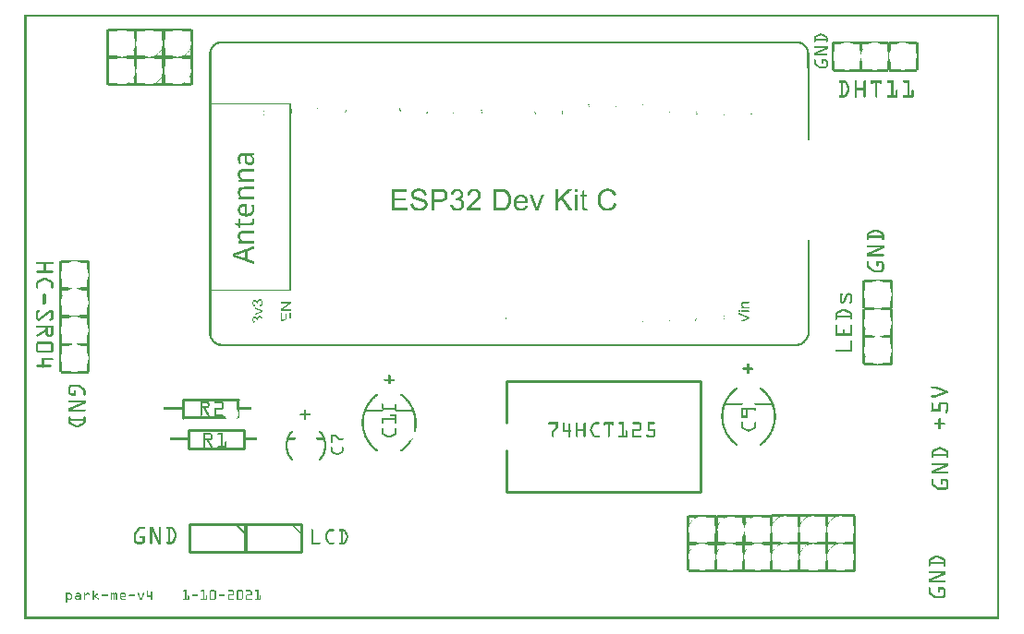
<source format=gto>
G04 MADE WITH FRITZING*
G04 WWW.FRITZING.ORG*
G04 DOUBLE SIDED*
G04 HOLES PLATED*
G04 CONTOUR ON CENTER OF CONTOUR VECTOR*
%ASAXBY*%
%FSLAX23Y23*%
%MOIN*%
%OFA0B0*%
%SFA1.0B1.0*%
%ADD10C,0.010000*%
%ADD11C,0.005000*%
%ADD12C,0.005701*%
%ADD13C,0.003725*%
%ADD14C,0.003723*%
%ADD15R,0.001000X0.001000*%
%LNSILK1*%
G90*
G70*
G54D10*
X997Y345D02*
X797Y345D01*
D02*
X797Y345D02*
X797Y245D01*
D02*
X797Y245D02*
X997Y245D01*
D02*
X997Y245D02*
X997Y345D01*
D02*
X796Y345D02*
X596Y345D01*
D02*
X596Y345D02*
X596Y245D01*
D02*
X596Y245D02*
X796Y245D01*
D02*
X796Y245D02*
X796Y345D01*
G54D11*
D02*
X761Y345D02*
X796Y310D01*
G54D12*
D02*
X959Y1863D02*
X959Y1189D01*
G54D13*
D02*
X959Y1189D02*
X671Y1189D01*
G54D14*
D02*
X959Y1863D02*
X672Y1863D01*
G54D10*
D02*
X570Y793D02*
X770Y793D01*
D02*
X570Y727D02*
X570Y793D01*
D02*
X591Y682D02*
X791Y682D01*
D02*
X791Y682D02*
X791Y616D01*
D02*
X791Y616D02*
X591Y616D01*
D02*
X591Y616D02*
X591Y682D01*
D02*
X1739Y461D02*
X2439Y461D01*
D02*
X2439Y461D02*
X2439Y861D01*
D02*
X2439Y861D02*
X1739Y861D01*
D02*
X1739Y461D02*
X1739Y611D01*
D02*
X1739Y711D02*
X1739Y861D01*
G54D15*
X0Y2184D02*
X3516Y2184D01*
X0Y2183D02*
X3516Y2183D01*
X0Y2182D02*
X3516Y2182D01*
X0Y2181D02*
X3516Y2181D01*
X0Y2180D02*
X3516Y2180D01*
X0Y2179D02*
X3516Y2179D01*
X0Y2178D02*
X3516Y2178D01*
X0Y2177D02*
X3516Y2177D01*
X0Y2176D02*
X7Y2176D01*
X3509Y2176D02*
X3516Y2176D01*
X0Y2175D02*
X7Y2175D01*
X3509Y2175D02*
X3516Y2175D01*
X0Y2174D02*
X7Y2174D01*
X3509Y2174D02*
X3516Y2174D01*
X0Y2173D02*
X7Y2173D01*
X3509Y2173D02*
X3516Y2173D01*
X0Y2172D02*
X7Y2172D01*
X3509Y2172D02*
X3516Y2172D01*
X0Y2171D02*
X7Y2171D01*
X3509Y2171D02*
X3516Y2171D01*
X0Y2170D02*
X7Y2170D01*
X3509Y2170D02*
X3516Y2170D01*
X0Y2169D02*
X7Y2169D01*
X3509Y2169D02*
X3516Y2169D01*
X0Y2168D02*
X7Y2168D01*
X3509Y2168D02*
X3516Y2168D01*
X0Y2167D02*
X7Y2167D01*
X3509Y2167D02*
X3516Y2167D01*
X0Y2166D02*
X7Y2166D01*
X3509Y2166D02*
X3516Y2166D01*
X0Y2165D02*
X7Y2165D01*
X3509Y2165D02*
X3516Y2165D01*
X0Y2164D02*
X7Y2164D01*
X3509Y2164D02*
X3516Y2164D01*
X0Y2163D02*
X7Y2163D01*
X3509Y2163D02*
X3516Y2163D01*
X0Y2162D02*
X7Y2162D01*
X3509Y2162D02*
X3516Y2162D01*
X0Y2161D02*
X7Y2161D01*
X3509Y2161D02*
X3516Y2161D01*
X0Y2160D02*
X7Y2160D01*
X3509Y2160D02*
X3516Y2160D01*
X0Y2159D02*
X7Y2159D01*
X3509Y2159D02*
X3516Y2159D01*
X0Y2158D02*
X7Y2158D01*
X3509Y2158D02*
X3516Y2158D01*
X0Y2157D02*
X7Y2157D01*
X3509Y2157D02*
X3516Y2157D01*
X0Y2156D02*
X7Y2156D01*
X3509Y2156D02*
X3516Y2156D01*
X0Y2155D02*
X7Y2155D01*
X3509Y2155D02*
X3516Y2155D01*
X0Y2154D02*
X7Y2154D01*
X3509Y2154D02*
X3516Y2154D01*
X0Y2153D02*
X7Y2153D01*
X3509Y2153D02*
X3516Y2153D01*
X0Y2152D02*
X7Y2152D01*
X3509Y2152D02*
X3516Y2152D01*
X0Y2151D02*
X7Y2151D01*
X3509Y2151D02*
X3516Y2151D01*
X0Y2150D02*
X7Y2150D01*
X3509Y2150D02*
X3516Y2150D01*
X0Y2149D02*
X7Y2149D01*
X3509Y2149D02*
X3516Y2149D01*
X0Y2148D02*
X7Y2148D01*
X3509Y2148D02*
X3516Y2148D01*
X0Y2147D02*
X7Y2147D01*
X3509Y2147D02*
X3516Y2147D01*
X0Y2146D02*
X7Y2146D01*
X3509Y2146D02*
X3516Y2146D01*
X0Y2145D02*
X7Y2145D01*
X3509Y2145D02*
X3516Y2145D01*
X0Y2144D02*
X7Y2144D01*
X3509Y2144D02*
X3516Y2144D01*
X0Y2143D02*
X7Y2143D01*
X3509Y2143D02*
X3516Y2143D01*
X0Y2142D02*
X7Y2142D01*
X3509Y2142D02*
X3516Y2142D01*
X0Y2141D02*
X7Y2141D01*
X3509Y2141D02*
X3516Y2141D01*
X0Y2140D02*
X7Y2140D01*
X3509Y2140D02*
X3516Y2140D01*
X0Y2139D02*
X7Y2139D01*
X3509Y2139D02*
X3516Y2139D01*
X0Y2138D02*
X7Y2138D01*
X3509Y2138D02*
X3516Y2138D01*
X0Y2137D02*
X7Y2137D01*
X3509Y2137D02*
X3516Y2137D01*
X0Y2136D02*
X7Y2136D01*
X3509Y2136D02*
X3516Y2136D01*
X0Y2135D02*
X7Y2135D01*
X3509Y2135D02*
X3516Y2135D01*
X0Y2134D02*
X7Y2134D01*
X302Y2134D02*
X500Y2134D01*
X503Y2134D02*
X602Y2134D01*
X3509Y2134D02*
X3516Y2134D01*
X0Y2133D02*
X7Y2133D01*
X302Y2133D02*
X500Y2133D01*
X503Y2133D02*
X602Y2133D01*
X3509Y2133D02*
X3516Y2133D01*
X0Y2132D02*
X7Y2132D01*
X302Y2132D02*
X500Y2132D01*
X503Y2132D02*
X602Y2132D01*
X3509Y2132D02*
X3516Y2132D01*
X0Y2131D02*
X7Y2131D01*
X302Y2131D02*
X500Y2131D01*
X503Y2131D02*
X602Y2131D01*
X3509Y2131D02*
X3516Y2131D01*
X0Y2130D02*
X7Y2130D01*
X302Y2130D02*
X500Y2130D01*
X503Y2130D02*
X602Y2130D01*
X3509Y2130D02*
X3516Y2130D01*
X0Y2129D02*
X7Y2129D01*
X297Y2129D02*
X607Y2129D01*
X3509Y2129D02*
X3516Y2129D01*
X0Y2128D02*
X7Y2128D01*
X297Y2128D02*
X607Y2128D01*
X3509Y2128D02*
X3516Y2128D01*
X0Y2127D02*
X7Y2127D01*
X297Y2127D02*
X344Y2127D01*
X360Y2127D02*
X442Y2127D01*
X458Y2127D02*
X544Y2127D01*
X561Y2127D02*
X607Y2127D01*
X3509Y2127D02*
X3516Y2127D01*
X0Y2126D02*
X7Y2126D01*
X297Y2126D02*
X339Y2126D01*
X365Y2126D02*
X437Y2126D01*
X463Y2126D02*
X540Y2126D01*
X565Y2126D02*
X607Y2126D01*
X3509Y2126D02*
X3516Y2126D01*
X0Y2125D02*
X7Y2125D01*
X297Y2125D02*
X336Y2125D01*
X368Y2125D02*
X434Y2125D01*
X467Y2125D02*
X536Y2125D01*
X569Y2125D02*
X607Y2125D01*
X3509Y2125D02*
X3516Y2125D01*
X0Y2124D02*
X7Y2124D01*
X297Y2124D02*
X306Y2124D01*
X396Y2124D02*
X406Y2124D01*
X496Y2124D02*
X507Y2124D01*
X598Y2124D02*
X607Y2124D01*
X3509Y2124D02*
X3516Y2124D01*
X0Y2123D02*
X7Y2123D01*
X297Y2123D02*
X306Y2123D01*
X396Y2123D02*
X406Y2123D01*
X496Y2123D02*
X507Y2123D01*
X598Y2123D02*
X607Y2123D01*
X3509Y2123D02*
X3516Y2123D01*
X0Y2122D02*
X7Y2122D01*
X297Y2122D02*
X306Y2122D01*
X396Y2122D02*
X406Y2122D01*
X496Y2122D02*
X507Y2122D01*
X598Y2122D02*
X607Y2122D01*
X3509Y2122D02*
X3516Y2122D01*
X0Y2121D02*
X7Y2121D01*
X297Y2121D02*
X306Y2121D01*
X396Y2121D02*
X406Y2121D01*
X496Y2121D02*
X507Y2121D01*
X598Y2121D02*
X607Y2121D01*
X3509Y2121D02*
X3516Y2121D01*
X0Y2120D02*
X7Y2120D01*
X297Y2120D02*
X306Y2120D01*
X396Y2120D02*
X406Y2120D01*
X496Y2120D02*
X507Y2120D01*
X598Y2120D02*
X607Y2120D01*
X3509Y2120D02*
X3516Y2120D01*
X0Y2119D02*
X7Y2119D01*
X297Y2119D02*
X306Y2119D01*
X396Y2119D02*
X406Y2119D01*
X496Y2119D02*
X507Y2119D01*
X598Y2119D02*
X607Y2119D01*
X3509Y2119D02*
X3516Y2119D01*
X0Y2118D02*
X7Y2118D01*
X297Y2118D02*
X306Y2118D01*
X396Y2118D02*
X406Y2118D01*
X496Y2118D02*
X507Y2118D01*
X598Y2118D02*
X607Y2118D01*
X3509Y2118D02*
X3516Y2118D01*
X0Y2117D02*
X7Y2117D01*
X297Y2117D02*
X306Y2117D01*
X396Y2117D02*
X406Y2117D01*
X496Y2117D02*
X507Y2117D01*
X598Y2117D02*
X607Y2117D01*
X3509Y2117D02*
X3516Y2117D01*
X0Y2116D02*
X7Y2116D01*
X297Y2116D02*
X306Y2116D01*
X396Y2116D02*
X406Y2116D01*
X496Y2116D02*
X507Y2116D01*
X598Y2116D02*
X607Y2116D01*
X3509Y2116D02*
X3516Y2116D01*
X0Y2115D02*
X7Y2115D01*
X297Y2115D02*
X306Y2115D01*
X396Y2115D02*
X406Y2115D01*
X496Y2115D02*
X507Y2115D01*
X598Y2115D02*
X607Y2115D01*
X2868Y2115D02*
X2876Y2115D01*
X3509Y2115D02*
X3516Y2115D01*
X0Y2114D02*
X7Y2114D01*
X297Y2114D02*
X306Y2114D01*
X396Y2114D02*
X406Y2114D01*
X496Y2114D02*
X507Y2114D01*
X598Y2114D02*
X607Y2114D01*
X2866Y2114D02*
X2879Y2114D01*
X3509Y2114D02*
X3516Y2114D01*
X0Y2113D02*
X7Y2113D01*
X297Y2113D02*
X306Y2113D01*
X396Y2113D02*
X406Y2113D01*
X496Y2113D02*
X507Y2113D01*
X598Y2113D02*
X607Y2113D01*
X2864Y2113D02*
X2881Y2113D01*
X3509Y2113D02*
X3516Y2113D01*
X0Y2112D02*
X7Y2112D01*
X297Y2112D02*
X306Y2112D01*
X396Y2112D02*
X406Y2112D01*
X496Y2112D02*
X507Y2112D01*
X598Y2112D02*
X607Y2112D01*
X2862Y2112D02*
X2883Y2112D01*
X3509Y2112D02*
X3516Y2112D01*
X0Y2111D02*
X7Y2111D01*
X297Y2111D02*
X306Y2111D01*
X396Y2111D02*
X406Y2111D01*
X496Y2111D02*
X507Y2111D01*
X598Y2111D02*
X607Y2111D01*
X2860Y2111D02*
X2885Y2111D01*
X3509Y2111D02*
X3516Y2111D01*
X0Y2110D02*
X7Y2110D01*
X297Y2110D02*
X306Y2110D01*
X396Y2110D02*
X406Y2110D01*
X496Y2110D02*
X507Y2110D01*
X598Y2110D02*
X607Y2110D01*
X2858Y2110D02*
X2887Y2110D01*
X3509Y2110D02*
X3516Y2110D01*
X0Y2109D02*
X7Y2109D01*
X297Y2109D02*
X306Y2109D01*
X396Y2109D02*
X406Y2109D01*
X496Y2109D02*
X507Y2109D01*
X598Y2109D02*
X607Y2109D01*
X2856Y2109D02*
X2870Y2109D01*
X2875Y2109D02*
X2889Y2109D01*
X3509Y2109D02*
X3516Y2109D01*
X0Y2108D02*
X7Y2108D01*
X297Y2108D02*
X306Y2108D01*
X396Y2108D02*
X406Y2108D01*
X496Y2108D02*
X507Y2108D01*
X598Y2108D02*
X607Y2108D01*
X2854Y2108D02*
X2867Y2108D01*
X2877Y2108D02*
X2891Y2108D01*
X3509Y2108D02*
X3516Y2108D01*
X0Y2107D02*
X7Y2107D01*
X297Y2107D02*
X306Y2107D01*
X396Y2107D02*
X406Y2107D01*
X496Y2107D02*
X507Y2107D01*
X598Y2107D02*
X607Y2107D01*
X2852Y2107D02*
X2865Y2107D01*
X2879Y2107D02*
X2893Y2107D01*
X3509Y2107D02*
X3516Y2107D01*
X0Y2106D02*
X7Y2106D01*
X297Y2106D02*
X306Y2106D01*
X396Y2106D02*
X406Y2106D01*
X496Y2106D02*
X507Y2106D01*
X598Y2106D02*
X607Y2106D01*
X2851Y2106D02*
X2863Y2106D01*
X2881Y2106D02*
X2894Y2106D01*
X3509Y2106D02*
X3516Y2106D01*
X0Y2105D02*
X7Y2105D01*
X297Y2105D02*
X306Y2105D01*
X396Y2105D02*
X406Y2105D01*
X496Y2105D02*
X507Y2105D01*
X598Y2105D02*
X607Y2105D01*
X2850Y2105D02*
X2861Y2105D01*
X2883Y2105D02*
X2895Y2105D01*
X3509Y2105D02*
X3516Y2105D01*
X0Y2104D02*
X7Y2104D01*
X297Y2104D02*
X306Y2104D01*
X396Y2104D02*
X406Y2104D01*
X496Y2104D02*
X507Y2104D01*
X598Y2104D02*
X607Y2104D01*
X2849Y2104D02*
X2859Y2104D01*
X2885Y2104D02*
X2895Y2104D01*
X3509Y2104D02*
X3516Y2104D01*
X0Y2103D02*
X7Y2103D01*
X297Y2103D02*
X306Y2103D01*
X396Y2103D02*
X406Y2103D01*
X496Y2103D02*
X507Y2103D01*
X598Y2103D02*
X607Y2103D01*
X2849Y2103D02*
X2857Y2103D01*
X2887Y2103D02*
X2896Y2103D01*
X3509Y2103D02*
X3516Y2103D01*
X0Y2102D02*
X7Y2102D01*
X297Y2102D02*
X306Y2102D01*
X396Y2102D02*
X406Y2102D01*
X496Y2102D02*
X507Y2102D01*
X598Y2102D02*
X607Y2102D01*
X2848Y2102D02*
X2855Y2102D01*
X2889Y2102D02*
X2896Y2102D01*
X3509Y2102D02*
X3516Y2102D01*
X0Y2101D02*
X7Y2101D01*
X297Y2101D02*
X306Y2101D01*
X396Y2101D02*
X406Y2101D01*
X496Y2101D02*
X507Y2101D01*
X598Y2101D02*
X607Y2101D01*
X2848Y2101D02*
X2854Y2101D01*
X2890Y2101D02*
X2897Y2101D01*
X3509Y2101D02*
X3516Y2101D01*
X0Y2100D02*
X7Y2100D01*
X297Y2100D02*
X306Y2100D01*
X396Y2100D02*
X406Y2100D01*
X496Y2100D02*
X507Y2100D01*
X598Y2100D02*
X607Y2100D01*
X2848Y2100D02*
X2853Y2100D01*
X2891Y2100D02*
X2897Y2100D01*
X3509Y2100D02*
X3516Y2100D01*
X0Y2099D02*
X7Y2099D01*
X297Y2099D02*
X306Y2099D01*
X396Y2099D02*
X406Y2099D01*
X496Y2099D02*
X507Y2099D01*
X598Y2099D02*
X607Y2099D01*
X2848Y2099D02*
X2853Y2099D01*
X2891Y2099D02*
X2897Y2099D01*
X3509Y2099D02*
X3516Y2099D01*
X0Y2098D02*
X7Y2098D01*
X297Y2098D02*
X306Y2098D01*
X397Y2098D02*
X405Y2098D01*
X496Y2098D02*
X507Y2098D01*
X598Y2098D02*
X607Y2098D01*
X2848Y2098D02*
X2853Y2098D01*
X2891Y2098D02*
X2897Y2098D01*
X3509Y2098D02*
X3516Y2098D01*
X0Y2097D02*
X7Y2097D01*
X297Y2097D02*
X306Y2097D01*
X397Y2097D02*
X405Y2097D01*
X496Y2097D02*
X507Y2097D01*
X598Y2097D02*
X607Y2097D01*
X2848Y2097D02*
X2853Y2097D01*
X2891Y2097D02*
X2897Y2097D01*
X3509Y2097D02*
X3516Y2097D01*
X0Y2096D02*
X7Y2096D01*
X297Y2096D02*
X306Y2096D01*
X398Y2096D02*
X405Y2096D01*
X496Y2096D02*
X507Y2096D01*
X598Y2096D02*
X607Y2096D01*
X2848Y2096D02*
X2897Y2096D01*
X3509Y2096D02*
X3516Y2096D01*
X0Y2095D02*
X7Y2095D01*
X297Y2095D02*
X306Y2095D01*
X398Y2095D02*
X404Y2095D01*
X496Y2095D02*
X507Y2095D01*
X598Y2095D02*
X607Y2095D01*
X2848Y2095D02*
X2897Y2095D01*
X3509Y2095D02*
X3516Y2095D01*
X0Y2094D02*
X7Y2094D01*
X297Y2094D02*
X306Y2094D01*
X398Y2094D02*
X404Y2094D01*
X496Y2094D02*
X506Y2094D01*
X599Y2094D02*
X607Y2094D01*
X2848Y2094D02*
X2897Y2094D01*
X3509Y2094D02*
X3516Y2094D01*
X0Y2093D02*
X7Y2093D01*
X297Y2093D02*
X305Y2093D01*
X399Y2093D02*
X404Y2093D01*
X497Y2093D02*
X506Y2093D01*
X599Y2093D02*
X607Y2093D01*
X2848Y2093D02*
X2897Y2093D01*
X3509Y2093D02*
X3516Y2093D01*
X0Y2092D02*
X7Y2092D01*
X297Y2092D02*
X305Y2092D01*
X399Y2092D02*
X403Y2092D01*
X497Y2092D02*
X506Y2092D01*
X599Y2092D02*
X607Y2092D01*
X2848Y2092D02*
X2897Y2092D01*
X3509Y2092D02*
X3516Y2092D01*
X0Y2091D02*
X7Y2091D01*
X297Y2091D02*
X305Y2091D01*
X399Y2091D02*
X403Y2091D01*
X497Y2091D02*
X505Y2091D01*
X599Y2091D02*
X607Y2091D01*
X2848Y2091D02*
X2897Y2091D01*
X3509Y2091D02*
X3516Y2091D01*
X0Y2090D02*
X7Y2090D01*
X297Y2090D02*
X305Y2090D01*
X399Y2090D02*
X403Y2090D01*
X498Y2090D02*
X505Y2090D01*
X600Y2090D02*
X607Y2090D01*
X2848Y2090D02*
X2853Y2090D01*
X2891Y2090D02*
X2897Y2090D01*
X3509Y2090D02*
X3516Y2090D01*
X0Y2089D02*
X7Y2089D01*
X297Y2089D02*
X304Y2089D01*
X399Y2089D02*
X403Y2089D01*
X498Y2089D02*
X505Y2089D01*
X600Y2089D02*
X607Y2089D01*
X2848Y2089D02*
X2853Y2089D01*
X2891Y2089D02*
X2897Y2089D01*
X3509Y2089D02*
X3516Y2089D01*
X0Y2088D02*
X7Y2088D01*
X297Y2088D02*
X304Y2088D01*
X400Y2088D02*
X403Y2088D01*
X498Y2088D02*
X505Y2088D01*
X600Y2088D02*
X607Y2088D01*
X706Y2088D02*
X2791Y2088D01*
X2848Y2088D02*
X2853Y2088D01*
X2891Y2088D02*
X2897Y2088D01*
X2917Y2088D02*
X3116Y2088D01*
X3119Y2088D02*
X3218Y2088D01*
X3509Y2088D02*
X3516Y2088D01*
X0Y2087D02*
X7Y2087D01*
X297Y2087D02*
X304Y2087D01*
X400Y2087D02*
X402Y2087D01*
X498Y2087D02*
X505Y2087D01*
X600Y2087D02*
X607Y2087D01*
X701Y2087D02*
X2795Y2087D01*
X2848Y2087D02*
X2853Y2087D01*
X2891Y2087D02*
X2897Y2087D01*
X2917Y2087D02*
X3116Y2087D01*
X3119Y2087D02*
X3218Y2087D01*
X3509Y2087D02*
X3516Y2087D01*
X0Y2086D02*
X7Y2086D01*
X297Y2086D02*
X304Y2086D01*
X400Y2086D02*
X402Y2086D01*
X498Y2086D02*
X504Y2086D01*
X600Y2086D02*
X607Y2086D01*
X698Y2086D02*
X2798Y2086D01*
X2848Y2086D02*
X2853Y2086D01*
X2892Y2086D02*
X2897Y2086D01*
X2917Y2086D02*
X3116Y2086D01*
X3119Y2086D02*
X3218Y2086D01*
X3509Y2086D02*
X3516Y2086D01*
X0Y2085D02*
X7Y2085D01*
X297Y2085D02*
X304Y2085D01*
X400Y2085D02*
X402Y2085D01*
X498Y2085D02*
X504Y2085D01*
X601Y2085D02*
X607Y2085D01*
X696Y2085D02*
X2801Y2085D01*
X2848Y2085D02*
X2852Y2085D01*
X2892Y2085D02*
X2896Y2085D01*
X2917Y2085D02*
X3116Y2085D01*
X3119Y2085D02*
X3218Y2085D01*
X3509Y2085D02*
X3516Y2085D01*
X0Y2084D02*
X7Y2084D01*
X297Y2084D02*
X304Y2084D01*
X400Y2084D02*
X402Y2084D01*
X498Y2084D02*
X504Y2084D01*
X601Y2084D02*
X607Y2084D01*
X693Y2084D02*
X2803Y2084D01*
X2850Y2084D02*
X2851Y2084D01*
X2893Y2084D02*
X2895Y2084D01*
X2917Y2084D02*
X3116Y2084D01*
X3119Y2084D02*
X3218Y2084D01*
X3509Y2084D02*
X3516Y2084D01*
X0Y2083D02*
X7Y2083D01*
X297Y2083D02*
X304Y2083D01*
X400Y2083D02*
X402Y2083D01*
X499Y2083D02*
X504Y2083D01*
X601Y2083D02*
X607Y2083D01*
X691Y2083D02*
X2805Y2083D01*
X2912Y2083D02*
X2960Y2083D01*
X2974Y2083D02*
X3059Y2083D01*
X3073Y2083D02*
X3161Y2083D01*
X3175Y2083D02*
X3223Y2083D01*
X3509Y2083D02*
X3516Y2083D01*
X0Y2082D02*
X7Y2082D01*
X297Y2082D02*
X304Y2082D01*
X400Y2082D02*
X402Y2082D01*
X499Y2082D02*
X504Y2082D01*
X601Y2082D02*
X607Y2082D01*
X690Y2082D02*
X2807Y2082D01*
X2912Y2082D02*
X2955Y2082D01*
X2979Y2082D02*
X3054Y2082D01*
X3079Y2082D02*
X3156Y2082D01*
X3180Y2082D02*
X3223Y2082D01*
X3509Y2082D02*
X3516Y2082D01*
X0Y2081D02*
X7Y2081D01*
X297Y2081D02*
X304Y2081D01*
X400Y2081D02*
X402Y2081D01*
X499Y2081D02*
X504Y2081D01*
X601Y2081D02*
X607Y2081D01*
X688Y2081D02*
X711Y2081D01*
X2785Y2081D02*
X2809Y2081D01*
X2912Y2081D02*
X2951Y2081D01*
X2983Y2081D02*
X3050Y2081D01*
X3082Y2081D02*
X3152Y2081D01*
X3184Y2081D02*
X3223Y2081D01*
X3509Y2081D02*
X3516Y2081D01*
X0Y2080D02*
X7Y2080D01*
X297Y2080D02*
X303Y2080D01*
X400Y2080D02*
X402Y2080D01*
X499Y2080D02*
X504Y2080D01*
X601Y2080D02*
X607Y2080D01*
X687Y2080D02*
X704Y2080D01*
X2793Y2080D02*
X2810Y2080D01*
X2912Y2080D02*
X2948Y2080D01*
X2986Y2080D02*
X3047Y2080D01*
X3085Y2080D02*
X3149Y2080D01*
X3187Y2080D02*
X3223Y2080D01*
X3509Y2080D02*
X3516Y2080D01*
X0Y2079D02*
X7Y2079D01*
X297Y2079D02*
X304Y2079D01*
X400Y2079D02*
X402Y2079D01*
X499Y2079D02*
X504Y2079D01*
X601Y2079D02*
X607Y2079D01*
X685Y2079D02*
X700Y2079D01*
X2796Y2079D02*
X2811Y2079D01*
X2912Y2079D02*
X2946Y2079D01*
X2988Y2079D02*
X3045Y2079D01*
X3087Y2079D02*
X3147Y2079D01*
X3189Y2079D02*
X3223Y2079D01*
X3509Y2079D02*
X3516Y2079D01*
X0Y2078D02*
X7Y2078D01*
X297Y2078D02*
X304Y2078D01*
X400Y2078D02*
X402Y2078D01*
X499Y2078D02*
X504Y2078D01*
X601Y2078D02*
X607Y2078D01*
X684Y2078D02*
X698Y2078D01*
X2799Y2078D02*
X2813Y2078D01*
X2912Y2078D02*
X2921Y2078D01*
X2943Y2078D02*
X2944Y2078D01*
X3012Y2078D02*
X3021Y2078D01*
X3042Y2078D02*
X3043Y2078D01*
X3112Y2078D02*
X3123Y2078D01*
X3144Y2078D02*
X3145Y2078D01*
X3214Y2078D02*
X3223Y2078D01*
X3509Y2078D02*
X3516Y2078D01*
X0Y2077D02*
X7Y2077D01*
X297Y2077D02*
X304Y2077D01*
X400Y2077D02*
X402Y2077D01*
X499Y2077D02*
X504Y2077D01*
X601Y2077D02*
X607Y2077D01*
X683Y2077D02*
X695Y2077D01*
X2801Y2077D02*
X2814Y2077D01*
X2912Y2077D02*
X2921Y2077D01*
X2942Y2077D02*
X2942Y2077D01*
X3012Y2077D02*
X3021Y2077D01*
X3041Y2077D02*
X3041Y2077D01*
X3112Y2077D02*
X3123Y2077D01*
X3143Y2077D02*
X3143Y2077D01*
X3214Y2077D02*
X3223Y2077D01*
X3509Y2077D02*
X3516Y2077D01*
X0Y2076D02*
X7Y2076D01*
X297Y2076D02*
X304Y2076D01*
X400Y2076D02*
X402Y2076D01*
X498Y2076D02*
X504Y2076D01*
X601Y2076D02*
X607Y2076D01*
X681Y2076D02*
X694Y2076D01*
X2803Y2076D02*
X2815Y2076D01*
X2912Y2076D02*
X2921Y2076D01*
X3012Y2076D02*
X3021Y2076D01*
X3040Y2076D02*
X3040Y2076D01*
X3112Y2076D02*
X3123Y2076D01*
X3142Y2076D02*
X3142Y2076D01*
X3214Y2076D02*
X3223Y2076D01*
X3509Y2076D02*
X3516Y2076D01*
X0Y2075D02*
X7Y2075D01*
X297Y2075D02*
X304Y2075D01*
X400Y2075D02*
X402Y2075D01*
X498Y2075D02*
X504Y2075D01*
X601Y2075D02*
X607Y2075D01*
X680Y2075D02*
X692Y2075D01*
X2805Y2075D02*
X2816Y2075D01*
X2912Y2075D02*
X2921Y2075D01*
X3012Y2075D02*
X3021Y2075D01*
X3112Y2075D02*
X3123Y2075D01*
X3214Y2075D02*
X3223Y2075D01*
X3509Y2075D02*
X3516Y2075D01*
X0Y2074D02*
X7Y2074D01*
X297Y2074D02*
X304Y2074D01*
X400Y2074D02*
X402Y2074D01*
X498Y2074D02*
X504Y2074D01*
X601Y2074D02*
X607Y2074D01*
X679Y2074D02*
X690Y2074D01*
X2806Y2074D02*
X2817Y2074D01*
X2912Y2074D02*
X2921Y2074D01*
X3012Y2074D02*
X3021Y2074D01*
X3112Y2074D02*
X3123Y2074D01*
X3214Y2074D02*
X3223Y2074D01*
X3509Y2074D02*
X3516Y2074D01*
X0Y2073D02*
X7Y2073D01*
X297Y2073D02*
X304Y2073D01*
X400Y2073D02*
X402Y2073D01*
X498Y2073D02*
X505Y2073D01*
X600Y2073D02*
X607Y2073D01*
X679Y2073D02*
X689Y2073D01*
X2808Y2073D02*
X2818Y2073D01*
X2912Y2073D02*
X2921Y2073D01*
X3012Y2073D02*
X3021Y2073D01*
X3112Y2073D02*
X3123Y2073D01*
X3214Y2073D02*
X3223Y2073D01*
X3509Y2073D02*
X3516Y2073D01*
X0Y2072D02*
X7Y2072D01*
X297Y2072D02*
X304Y2072D01*
X400Y2072D02*
X402Y2072D01*
X498Y2072D02*
X505Y2072D01*
X600Y2072D02*
X607Y2072D01*
X678Y2072D02*
X688Y2072D01*
X2809Y2072D02*
X2819Y2072D01*
X2912Y2072D02*
X2921Y2072D01*
X3012Y2072D02*
X3021Y2072D01*
X3112Y2072D02*
X3123Y2072D01*
X3214Y2072D02*
X3223Y2072D01*
X3509Y2072D02*
X3516Y2072D01*
X0Y2071D02*
X7Y2071D01*
X297Y2071D02*
X304Y2071D01*
X400Y2071D02*
X403Y2071D01*
X498Y2071D02*
X505Y2071D01*
X600Y2071D02*
X607Y2071D01*
X677Y2071D02*
X687Y2071D01*
X2810Y2071D02*
X2820Y2071D01*
X2912Y2071D02*
X2921Y2071D01*
X3012Y2071D02*
X3021Y2071D01*
X3112Y2071D02*
X3123Y2071D01*
X3214Y2071D02*
X3223Y2071D01*
X3509Y2071D02*
X3516Y2071D01*
X0Y2070D02*
X7Y2070D01*
X297Y2070D02*
X305Y2070D01*
X399Y2070D02*
X403Y2070D01*
X498Y2070D02*
X505Y2070D01*
X600Y2070D02*
X607Y2070D01*
X676Y2070D02*
X685Y2070D01*
X2811Y2070D02*
X2821Y2070D01*
X2912Y2070D02*
X2921Y2070D01*
X3012Y2070D02*
X3021Y2070D01*
X3112Y2070D02*
X3123Y2070D01*
X3214Y2070D02*
X3223Y2070D01*
X3509Y2070D02*
X3516Y2070D01*
X0Y2069D02*
X7Y2069D01*
X297Y2069D02*
X305Y2069D01*
X399Y2069D02*
X403Y2069D01*
X497Y2069D02*
X505Y2069D01*
X600Y2069D02*
X607Y2069D01*
X675Y2069D02*
X684Y2069D01*
X2812Y2069D02*
X2821Y2069D01*
X2850Y2069D02*
X2897Y2069D01*
X2912Y2069D02*
X2921Y2069D01*
X3012Y2069D02*
X3021Y2069D01*
X3112Y2069D02*
X3123Y2069D01*
X3214Y2069D02*
X3223Y2069D01*
X3509Y2069D02*
X3516Y2069D01*
X0Y2068D02*
X7Y2068D01*
X297Y2068D02*
X305Y2068D01*
X399Y2068D02*
X403Y2068D01*
X497Y2068D02*
X506Y2068D01*
X599Y2068D02*
X607Y2068D01*
X675Y2068D02*
X683Y2068D01*
X2813Y2068D02*
X2822Y2068D01*
X2848Y2068D02*
X2897Y2068D01*
X2912Y2068D02*
X2921Y2068D01*
X3012Y2068D02*
X3021Y2068D01*
X3112Y2068D02*
X3123Y2068D01*
X3214Y2068D02*
X3223Y2068D01*
X3509Y2068D02*
X3516Y2068D01*
X0Y2067D02*
X7Y2067D01*
X297Y2067D02*
X305Y2067D01*
X399Y2067D02*
X404Y2067D01*
X497Y2067D02*
X506Y2067D01*
X599Y2067D02*
X607Y2067D01*
X674Y2067D02*
X682Y2067D01*
X2814Y2067D02*
X2823Y2067D01*
X2848Y2067D02*
X2897Y2067D01*
X2912Y2067D02*
X2921Y2067D01*
X3012Y2067D02*
X3021Y2067D01*
X3112Y2067D02*
X3123Y2067D01*
X3214Y2067D02*
X3223Y2067D01*
X3509Y2067D02*
X3516Y2067D01*
X0Y2066D02*
X7Y2066D01*
X297Y2066D02*
X306Y2066D01*
X398Y2066D02*
X404Y2066D01*
X497Y2066D02*
X506Y2066D01*
X599Y2066D02*
X607Y2066D01*
X673Y2066D02*
X682Y2066D01*
X2815Y2066D02*
X2823Y2066D01*
X2848Y2066D02*
X2897Y2066D01*
X2912Y2066D02*
X2921Y2066D01*
X3012Y2066D02*
X3021Y2066D01*
X3112Y2066D02*
X3123Y2066D01*
X3214Y2066D02*
X3223Y2066D01*
X3509Y2066D02*
X3516Y2066D01*
X0Y2065D02*
X7Y2065D01*
X297Y2065D02*
X306Y2065D01*
X398Y2065D02*
X404Y2065D01*
X496Y2065D02*
X506Y2065D01*
X599Y2065D02*
X607Y2065D01*
X673Y2065D02*
X681Y2065D01*
X2816Y2065D02*
X2824Y2065D01*
X2848Y2065D02*
X2897Y2065D01*
X2912Y2065D02*
X2921Y2065D01*
X3012Y2065D02*
X3021Y2065D01*
X3112Y2065D02*
X3123Y2065D01*
X3214Y2065D02*
X3223Y2065D01*
X3509Y2065D02*
X3516Y2065D01*
X0Y2064D02*
X7Y2064D01*
X297Y2064D02*
X306Y2064D01*
X398Y2064D02*
X404Y2064D01*
X496Y2064D02*
X507Y2064D01*
X598Y2064D02*
X607Y2064D01*
X672Y2064D02*
X680Y2064D01*
X2816Y2064D02*
X2824Y2064D01*
X2848Y2064D02*
X2897Y2064D01*
X2912Y2064D02*
X2921Y2064D01*
X3012Y2064D02*
X3021Y2064D01*
X3112Y2064D02*
X3123Y2064D01*
X3214Y2064D02*
X3223Y2064D01*
X3509Y2064D02*
X3516Y2064D01*
X0Y2063D02*
X7Y2063D01*
X297Y2063D02*
X306Y2063D01*
X397Y2063D02*
X405Y2063D01*
X496Y2063D02*
X507Y2063D01*
X598Y2063D02*
X607Y2063D01*
X672Y2063D02*
X679Y2063D01*
X2817Y2063D02*
X2825Y2063D01*
X2850Y2063D02*
X2897Y2063D01*
X2912Y2063D02*
X2921Y2063D01*
X3012Y2063D02*
X3021Y2063D01*
X3112Y2063D02*
X3123Y2063D01*
X3214Y2063D02*
X3223Y2063D01*
X3509Y2063D02*
X3516Y2063D01*
X0Y2062D02*
X7Y2062D01*
X297Y2062D02*
X306Y2062D01*
X397Y2062D02*
X405Y2062D01*
X495Y2062D02*
X507Y2062D01*
X598Y2062D02*
X607Y2062D01*
X671Y2062D02*
X679Y2062D01*
X2818Y2062D02*
X2825Y2062D01*
X2885Y2062D02*
X2897Y2062D01*
X2912Y2062D02*
X2921Y2062D01*
X3012Y2062D02*
X3021Y2062D01*
X3112Y2062D02*
X3123Y2062D01*
X3214Y2062D02*
X3223Y2062D01*
X3509Y2062D02*
X3516Y2062D01*
X0Y2061D02*
X7Y2061D01*
X297Y2061D02*
X306Y2061D01*
X397Y2061D02*
X406Y2061D01*
X495Y2061D02*
X507Y2061D01*
X597Y2061D02*
X607Y2061D01*
X671Y2061D02*
X678Y2061D01*
X2818Y2061D02*
X2826Y2061D01*
X2882Y2061D02*
X2897Y2061D01*
X2912Y2061D02*
X2921Y2061D01*
X3012Y2061D02*
X3021Y2061D01*
X3112Y2061D02*
X3123Y2061D01*
X3214Y2061D02*
X3223Y2061D01*
X3509Y2061D02*
X3516Y2061D01*
X0Y2060D02*
X7Y2060D01*
X297Y2060D02*
X306Y2060D01*
X396Y2060D02*
X406Y2060D01*
X494Y2060D02*
X507Y2060D01*
X597Y2060D02*
X607Y2060D01*
X670Y2060D02*
X678Y2060D01*
X2819Y2060D02*
X2826Y2060D01*
X2880Y2060D02*
X2895Y2060D01*
X2912Y2060D02*
X2921Y2060D01*
X3012Y2060D02*
X3021Y2060D01*
X3024Y2060D02*
X3024Y2060D01*
X3112Y2060D02*
X3123Y2060D01*
X3126Y2060D02*
X3126Y2060D01*
X3214Y2060D02*
X3223Y2060D01*
X3509Y2060D02*
X3516Y2060D01*
X0Y2059D02*
X7Y2059D01*
X297Y2059D02*
X306Y2059D01*
X396Y2059D02*
X406Y2059D01*
X494Y2059D02*
X507Y2059D01*
X596Y2059D02*
X607Y2059D01*
X670Y2059D02*
X677Y2059D01*
X2819Y2059D02*
X2827Y2059D01*
X2878Y2059D02*
X2893Y2059D01*
X2912Y2059D02*
X2921Y2059D01*
X2924Y2059D02*
X2924Y2059D01*
X3012Y2059D02*
X3021Y2059D01*
X3023Y2059D02*
X3023Y2059D01*
X3112Y2059D02*
X3123Y2059D01*
X3125Y2059D02*
X3125Y2059D01*
X3214Y2059D02*
X3223Y2059D01*
X3509Y2059D02*
X3516Y2059D01*
X0Y2058D02*
X7Y2058D01*
X297Y2058D02*
X306Y2058D01*
X395Y2058D02*
X406Y2058D01*
X493Y2058D02*
X507Y2058D01*
X596Y2058D02*
X607Y2058D01*
X669Y2058D02*
X677Y2058D01*
X2820Y2058D02*
X2827Y2058D01*
X2876Y2058D02*
X2891Y2058D01*
X2912Y2058D02*
X2921Y2058D01*
X2923Y2058D02*
X2923Y2058D01*
X3012Y2058D02*
X3022Y2058D01*
X3112Y2058D02*
X3124Y2058D01*
X3214Y2058D02*
X3223Y2058D01*
X3509Y2058D02*
X3516Y2058D01*
X0Y2057D02*
X7Y2057D01*
X297Y2057D02*
X306Y2057D01*
X395Y2057D02*
X406Y2057D01*
X493Y2057D02*
X507Y2057D01*
X595Y2057D02*
X607Y2057D01*
X669Y2057D02*
X676Y2057D01*
X2820Y2057D02*
X2828Y2057D01*
X2873Y2057D02*
X2889Y2057D01*
X2912Y2057D02*
X2923Y2057D01*
X3012Y2057D02*
X3022Y2057D01*
X3112Y2057D02*
X3124Y2057D01*
X3214Y2057D02*
X3223Y2057D01*
X3509Y2057D02*
X3516Y2057D01*
X0Y2056D02*
X7Y2056D01*
X297Y2056D02*
X306Y2056D01*
X394Y2056D02*
X406Y2056D01*
X492Y2056D02*
X494Y2056D01*
X496Y2056D02*
X507Y2056D01*
X595Y2056D02*
X607Y2056D01*
X669Y2056D02*
X676Y2056D01*
X2821Y2056D02*
X2828Y2056D01*
X2871Y2056D02*
X2886Y2056D01*
X2912Y2056D02*
X2922Y2056D01*
X3012Y2056D02*
X3021Y2056D01*
X3112Y2056D02*
X3123Y2056D01*
X3214Y2056D02*
X3223Y2056D01*
X3509Y2056D02*
X3516Y2056D01*
X0Y2055D02*
X7Y2055D01*
X297Y2055D02*
X306Y2055D01*
X393Y2055D02*
X406Y2055D01*
X492Y2055D02*
X493Y2055D01*
X496Y2055D02*
X507Y2055D01*
X594Y2055D02*
X596Y2055D01*
X598Y2055D02*
X607Y2055D01*
X668Y2055D02*
X675Y2055D01*
X2821Y2055D02*
X2828Y2055D01*
X2869Y2055D02*
X2884Y2055D01*
X2912Y2055D02*
X2922Y2055D01*
X3012Y2055D02*
X3021Y2055D01*
X3112Y2055D02*
X3123Y2055D01*
X3214Y2055D02*
X3223Y2055D01*
X3509Y2055D02*
X3516Y2055D01*
X0Y2054D02*
X7Y2054D01*
X297Y2054D02*
X306Y2054D01*
X393Y2054D02*
X394Y2054D01*
X396Y2054D02*
X406Y2054D01*
X491Y2054D02*
X492Y2054D01*
X496Y2054D02*
X507Y2054D01*
X593Y2054D02*
X595Y2054D01*
X598Y2054D02*
X607Y2054D01*
X668Y2054D02*
X675Y2054D01*
X2822Y2054D02*
X2828Y2054D01*
X2866Y2054D02*
X2882Y2054D01*
X2912Y2054D02*
X2921Y2054D01*
X3013Y2054D02*
X3020Y2054D01*
X3112Y2054D02*
X3122Y2054D01*
X3214Y2054D02*
X3223Y2054D01*
X3509Y2054D02*
X3516Y2054D01*
X0Y2053D02*
X7Y2053D01*
X297Y2053D02*
X306Y2053D01*
X392Y2053D02*
X393Y2053D01*
X396Y2053D02*
X406Y2053D01*
X490Y2053D02*
X491Y2053D01*
X496Y2053D02*
X507Y2053D01*
X593Y2053D02*
X594Y2053D01*
X598Y2053D02*
X607Y2053D01*
X668Y2053D02*
X675Y2053D01*
X2822Y2053D02*
X2829Y2053D01*
X2864Y2053D02*
X2879Y2053D01*
X2912Y2053D02*
X2921Y2053D01*
X3013Y2053D02*
X3020Y2053D01*
X3113Y2053D02*
X3122Y2053D01*
X3215Y2053D02*
X3223Y2053D01*
X3509Y2053D02*
X3516Y2053D01*
X0Y2052D02*
X7Y2052D01*
X297Y2052D02*
X306Y2052D01*
X391Y2052D02*
X392Y2052D01*
X396Y2052D02*
X406Y2052D01*
X490Y2052D02*
X490Y2052D01*
X496Y2052D02*
X507Y2052D01*
X592Y2052D02*
X593Y2052D01*
X598Y2052D02*
X607Y2052D01*
X668Y2052D02*
X675Y2052D01*
X2822Y2052D02*
X2829Y2052D01*
X2862Y2052D02*
X2877Y2052D01*
X2912Y2052D02*
X2920Y2052D01*
X3014Y2052D02*
X3020Y2052D01*
X3113Y2052D02*
X3121Y2052D01*
X3215Y2052D02*
X3223Y2052D01*
X3509Y2052D02*
X3516Y2052D01*
X0Y2051D02*
X7Y2051D01*
X297Y2051D02*
X306Y2051D01*
X391Y2051D02*
X391Y2051D01*
X396Y2051D02*
X406Y2051D01*
X489Y2051D02*
X489Y2051D01*
X496Y2051D02*
X507Y2051D01*
X591Y2051D02*
X592Y2051D01*
X598Y2051D02*
X607Y2051D01*
X667Y2051D02*
X674Y2051D01*
X2822Y2051D02*
X2829Y2051D01*
X2860Y2051D02*
X2875Y2051D01*
X2912Y2051D02*
X2920Y2051D01*
X3014Y2051D02*
X3019Y2051D01*
X3113Y2051D02*
X3121Y2051D01*
X3215Y2051D02*
X3223Y2051D01*
X3509Y2051D02*
X3516Y2051D01*
X0Y2050D02*
X7Y2050D01*
X297Y2050D02*
X306Y2050D01*
X390Y2050D02*
X390Y2050D01*
X396Y2050D02*
X406Y2050D01*
X488Y2050D02*
X488Y2050D01*
X496Y2050D02*
X507Y2050D01*
X590Y2050D02*
X591Y2050D01*
X598Y2050D02*
X607Y2050D01*
X667Y2050D02*
X674Y2050D01*
X2823Y2050D02*
X2829Y2050D01*
X2857Y2050D02*
X2873Y2050D01*
X2912Y2050D02*
X2920Y2050D01*
X3014Y2050D02*
X3019Y2050D01*
X3114Y2050D02*
X3121Y2050D01*
X3216Y2050D02*
X3223Y2050D01*
X3509Y2050D02*
X3516Y2050D01*
X0Y2049D02*
X7Y2049D01*
X297Y2049D02*
X306Y2049D01*
X389Y2049D02*
X389Y2049D01*
X396Y2049D02*
X406Y2049D01*
X487Y2049D02*
X487Y2049D01*
X496Y2049D02*
X507Y2049D01*
X590Y2049D02*
X590Y2049D01*
X598Y2049D02*
X607Y2049D01*
X667Y2049D02*
X674Y2049D01*
X2823Y2049D02*
X2829Y2049D01*
X2855Y2049D02*
X2870Y2049D01*
X2912Y2049D02*
X2919Y2049D01*
X3015Y2049D02*
X3018Y2049D01*
X3114Y2049D02*
X3120Y2049D01*
X3216Y2049D02*
X3223Y2049D01*
X3509Y2049D02*
X3516Y2049D01*
X0Y2048D02*
X7Y2048D01*
X297Y2048D02*
X306Y2048D01*
X388Y2048D02*
X388Y2048D01*
X396Y2048D02*
X406Y2048D01*
X496Y2048D02*
X507Y2048D01*
X589Y2048D02*
X589Y2048D01*
X598Y2048D02*
X607Y2048D01*
X667Y2048D02*
X674Y2048D01*
X2823Y2048D02*
X2830Y2048D01*
X2853Y2048D02*
X2868Y2048D01*
X2912Y2048D02*
X2919Y2048D01*
X3015Y2048D02*
X3018Y2048D01*
X3114Y2048D02*
X3120Y2048D01*
X3216Y2048D02*
X3223Y2048D01*
X3509Y2048D02*
X3516Y2048D01*
X0Y2047D02*
X7Y2047D01*
X297Y2047D02*
X306Y2047D01*
X387Y2047D02*
X387Y2047D01*
X396Y2047D02*
X406Y2047D01*
X496Y2047D02*
X507Y2047D01*
X588Y2047D02*
X588Y2047D01*
X598Y2047D02*
X607Y2047D01*
X667Y2047D02*
X674Y2047D01*
X2823Y2047D02*
X2830Y2047D01*
X2850Y2047D02*
X2866Y2047D01*
X2912Y2047D02*
X2919Y2047D01*
X3015Y2047D02*
X3018Y2047D01*
X3115Y2047D02*
X3120Y2047D01*
X3216Y2047D02*
X3223Y2047D01*
X3509Y2047D02*
X3516Y2047D01*
X0Y2046D02*
X7Y2046D01*
X297Y2046D02*
X306Y2046D01*
X396Y2046D02*
X406Y2046D01*
X496Y2046D02*
X507Y2046D01*
X587Y2046D02*
X587Y2046D01*
X598Y2046D02*
X607Y2046D01*
X667Y2046D02*
X673Y2046D01*
X2823Y2046D02*
X2830Y2046D01*
X2848Y2046D02*
X2863Y2046D01*
X2912Y2046D02*
X2918Y2046D01*
X3016Y2046D02*
X3018Y2046D01*
X3115Y2046D02*
X3120Y2046D01*
X3217Y2046D02*
X3223Y2046D01*
X3509Y2046D02*
X3516Y2046D01*
X0Y2045D02*
X7Y2045D01*
X297Y2045D02*
X306Y2045D01*
X385Y2045D02*
X385Y2045D01*
X396Y2045D02*
X406Y2045D01*
X496Y2045D02*
X507Y2045D01*
X586Y2045D02*
X586Y2045D01*
X598Y2045D02*
X607Y2045D01*
X667Y2045D02*
X673Y2045D01*
X2823Y2045D02*
X2830Y2045D01*
X2848Y2045D02*
X2861Y2045D01*
X2912Y2045D02*
X2918Y2045D01*
X3016Y2045D02*
X3017Y2045D01*
X3115Y2045D02*
X3119Y2045D01*
X3217Y2045D02*
X3223Y2045D01*
X3509Y2045D02*
X3516Y2045D01*
X0Y2044D02*
X7Y2044D01*
X297Y2044D02*
X306Y2044D01*
X384Y2044D02*
X384Y2044D01*
X396Y2044D02*
X406Y2044D01*
X496Y2044D02*
X507Y2044D01*
X585Y2044D02*
X585Y2044D01*
X598Y2044D02*
X607Y2044D01*
X667Y2044D02*
X673Y2044D01*
X2823Y2044D02*
X2830Y2044D01*
X2848Y2044D02*
X2859Y2044D01*
X2912Y2044D02*
X2918Y2044D01*
X3016Y2044D02*
X3017Y2044D01*
X3115Y2044D02*
X3119Y2044D01*
X3217Y2044D02*
X3223Y2044D01*
X3509Y2044D02*
X3516Y2044D01*
X0Y2043D02*
X7Y2043D01*
X297Y2043D02*
X306Y2043D01*
X383Y2043D02*
X383Y2043D01*
X396Y2043D02*
X406Y2043D01*
X481Y2043D02*
X481Y2043D01*
X496Y2043D02*
X507Y2043D01*
X584Y2043D02*
X584Y2043D01*
X598Y2043D02*
X607Y2043D01*
X667Y2043D02*
X673Y2043D01*
X2823Y2043D02*
X2830Y2043D01*
X2848Y2043D02*
X2895Y2043D01*
X2912Y2043D02*
X2918Y2043D01*
X3016Y2043D02*
X3017Y2043D01*
X3115Y2043D02*
X3119Y2043D01*
X3217Y2043D02*
X3223Y2043D01*
X3509Y2043D02*
X3516Y2043D01*
X0Y2042D02*
X7Y2042D01*
X297Y2042D02*
X306Y2042D01*
X382Y2042D02*
X382Y2042D01*
X396Y2042D02*
X406Y2042D01*
X480Y2042D02*
X480Y2042D01*
X496Y2042D02*
X507Y2042D01*
X582Y2042D02*
X583Y2042D01*
X598Y2042D02*
X607Y2042D01*
X667Y2042D02*
X673Y2042D01*
X2823Y2042D02*
X2830Y2042D01*
X2848Y2042D02*
X2896Y2042D01*
X2912Y2042D02*
X2918Y2042D01*
X3016Y2042D02*
X3017Y2042D01*
X3116Y2042D02*
X3119Y2042D01*
X3218Y2042D02*
X3223Y2042D01*
X3509Y2042D02*
X3516Y2042D01*
X0Y2041D02*
X7Y2041D01*
X297Y2041D02*
X306Y2041D01*
X381Y2041D02*
X381Y2041D01*
X396Y2041D02*
X406Y2041D01*
X479Y2041D02*
X479Y2041D01*
X496Y2041D02*
X507Y2041D01*
X581Y2041D02*
X582Y2041D01*
X598Y2041D02*
X607Y2041D01*
X667Y2041D02*
X673Y2041D01*
X2823Y2041D02*
X2830Y2041D01*
X2848Y2041D02*
X2897Y2041D01*
X2912Y2041D02*
X2917Y2041D01*
X3017Y2041D02*
X3017Y2041D01*
X3116Y2041D02*
X3119Y2041D01*
X3218Y2041D02*
X3223Y2041D01*
X3509Y2041D02*
X3516Y2041D01*
X0Y2040D02*
X7Y2040D01*
X297Y2040D02*
X306Y2040D01*
X379Y2040D02*
X380Y2040D01*
X396Y2040D02*
X406Y2040D01*
X477Y2040D02*
X478Y2040D01*
X496Y2040D02*
X507Y2040D01*
X580Y2040D02*
X581Y2040D01*
X598Y2040D02*
X607Y2040D01*
X667Y2040D02*
X673Y2040D01*
X2823Y2040D02*
X2830Y2040D01*
X2848Y2040D02*
X2897Y2040D01*
X2912Y2040D02*
X2917Y2040D01*
X3017Y2040D02*
X3017Y2040D01*
X3116Y2040D02*
X3118Y2040D01*
X3218Y2040D02*
X3223Y2040D01*
X3509Y2040D02*
X3516Y2040D01*
X0Y2039D02*
X7Y2039D01*
X297Y2039D02*
X306Y2039D01*
X378Y2039D02*
X379Y2039D01*
X396Y2039D02*
X406Y2039D01*
X476Y2039D02*
X477Y2039D01*
X496Y2039D02*
X507Y2039D01*
X578Y2039D02*
X580Y2039D01*
X598Y2039D02*
X607Y2039D01*
X667Y2039D02*
X673Y2039D01*
X2823Y2039D02*
X2830Y2039D01*
X2848Y2039D02*
X2896Y2039D01*
X2912Y2039D02*
X2917Y2039D01*
X3116Y2039D02*
X3118Y2039D01*
X3218Y2039D02*
X3223Y2039D01*
X3509Y2039D02*
X3516Y2039D01*
X0Y2038D02*
X7Y2038D01*
X297Y2038D02*
X306Y2038D01*
X376Y2038D02*
X378Y2038D01*
X396Y2038D02*
X406Y2038D01*
X474Y2038D02*
X476Y2038D01*
X496Y2038D02*
X507Y2038D01*
X576Y2038D02*
X579Y2038D01*
X598Y2038D02*
X607Y2038D01*
X667Y2038D02*
X673Y2038D01*
X2823Y2038D02*
X2830Y2038D01*
X2848Y2038D02*
X2896Y2038D01*
X2912Y2038D02*
X2917Y2038D01*
X3116Y2038D02*
X3118Y2038D01*
X3218Y2038D02*
X3223Y2038D01*
X3509Y2038D02*
X3516Y2038D01*
X0Y2037D02*
X7Y2037D01*
X297Y2037D02*
X306Y2037D01*
X374Y2037D02*
X377Y2037D01*
X396Y2037D02*
X406Y2037D01*
X472Y2037D02*
X475Y2037D01*
X496Y2037D02*
X507Y2037D01*
X575Y2037D02*
X578Y2037D01*
X598Y2037D02*
X607Y2037D01*
X667Y2037D02*
X673Y2037D01*
X2823Y2037D02*
X2830Y2037D01*
X2912Y2037D02*
X2917Y2037D01*
X3116Y2037D02*
X3118Y2037D01*
X3218Y2037D02*
X3223Y2037D01*
X3509Y2037D02*
X3516Y2037D01*
X0Y2036D02*
X7Y2036D01*
X297Y2036D02*
X306Y2036D01*
X372Y2036D02*
X376Y2036D01*
X396Y2036D02*
X406Y2036D01*
X470Y2036D02*
X474Y2036D01*
X496Y2036D02*
X507Y2036D01*
X573Y2036D02*
X577Y2036D01*
X598Y2036D02*
X607Y2036D01*
X667Y2036D02*
X673Y2036D01*
X2823Y2036D02*
X2830Y2036D01*
X2912Y2036D02*
X2917Y2036D01*
X3116Y2036D02*
X3118Y2036D01*
X3218Y2036D02*
X3223Y2036D01*
X3509Y2036D02*
X3516Y2036D01*
X0Y2035D02*
X7Y2035D01*
X297Y2035D02*
X334Y2035D01*
X370Y2035D02*
X433Y2035D01*
X468Y2035D02*
X535Y2035D01*
X570Y2035D02*
X607Y2035D01*
X667Y2035D02*
X673Y2035D01*
X2823Y2035D02*
X2830Y2035D01*
X2912Y2035D02*
X2917Y2035D01*
X3116Y2035D02*
X3118Y2035D01*
X3218Y2035D02*
X3223Y2035D01*
X3509Y2035D02*
X3516Y2035D01*
X0Y2034D02*
X7Y2034D01*
X297Y2034D02*
X337Y2034D01*
X367Y2034D02*
X435Y2034D01*
X465Y2034D02*
X538Y2034D01*
X567Y2034D02*
X607Y2034D01*
X667Y2034D02*
X673Y2034D01*
X2823Y2034D02*
X2830Y2034D01*
X2912Y2034D02*
X2917Y2034D01*
X3116Y2034D02*
X3118Y2034D01*
X3218Y2034D02*
X3223Y2034D01*
X3509Y2034D02*
X3516Y2034D01*
X0Y2033D02*
X7Y2033D01*
X297Y2033D02*
X341Y2033D01*
X363Y2033D02*
X439Y2033D01*
X461Y2033D02*
X542Y2033D01*
X563Y2033D02*
X607Y2033D01*
X667Y2033D02*
X673Y2033D01*
X2823Y2033D02*
X2830Y2033D01*
X2912Y2033D02*
X2917Y2033D01*
X3116Y2033D02*
X3118Y2033D01*
X3218Y2033D02*
X3223Y2033D01*
X3509Y2033D02*
X3516Y2033D01*
X0Y2032D02*
X7Y2032D01*
X297Y2032D02*
X348Y2032D01*
X356Y2032D02*
X446Y2032D01*
X454Y2032D02*
X548Y2032D01*
X557Y2032D02*
X607Y2032D01*
X667Y2032D02*
X673Y2032D01*
X2823Y2032D02*
X2830Y2032D01*
X2912Y2032D02*
X2917Y2032D01*
X3116Y2032D02*
X3118Y2032D01*
X3218Y2032D02*
X3223Y2032D01*
X3509Y2032D02*
X3516Y2032D01*
X0Y2031D02*
X7Y2031D01*
X297Y2031D02*
X607Y2031D01*
X667Y2031D02*
X673Y2031D01*
X2823Y2031D02*
X2830Y2031D01*
X2912Y2031D02*
X2917Y2031D01*
X3116Y2031D02*
X3118Y2031D01*
X3218Y2031D02*
X3223Y2031D01*
X3509Y2031D02*
X3516Y2031D01*
X0Y2030D02*
X7Y2030D01*
X298Y2030D02*
X607Y2030D01*
X667Y2030D02*
X673Y2030D01*
X2823Y2030D02*
X2830Y2030D01*
X2912Y2030D02*
X2917Y2030D01*
X3116Y2030D02*
X3118Y2030D01*
X3218Y2030D02*
X3223Y2030D01*
X3509Y2030D02*
X3516Y2030D01*
X0Y2029D02*
X7Y2029D01*
X297Y2029D02*
X607Y2029D01*
X667Y2029D02*
X673Y2029D01*
X2823Y2029D02*
X2830Y2029D01*
X2912Y2029D02*
X2917Y2029D01*
X3116Y2029D02*
X3118Y2029D01*
X3218Y2029D02*
X3223Y2029D01*
X3509Y2029D02*
X3516Y2029D01*
X0Y2028D02*
X7Y2028D01*
X297Y2028D02*
X348Y2028D01*
X356Y2028D02*
X446Y2028D01*
X454Y2028D02*
X548Y2028D01*
X557Y2028D02*
X607Y2028D01*
X667Y2028D02*
X673Y2028D01*
X2823Y2028D02*
X2830Y2028D01*
X2912Y2028D02*
X2917Y2028D01*
X3017Y2028D02*
X3017Y2028D01*
X3116Y2028D02*
X3118Y2028D01*
X3218Y2028D02*
X3223Y2028D01*
X3509Y2028D02*
X3516Y2028D01*
X0Y2027D02*
X7Y2027D01*
X297Y2027D02*
X341Y2027D01*
X363Y2027D02*
X439Y2027D01*
X461Y2027D02*
X542Y2027D01*
X563Y2027D02*
X607Y2027D01*
X667Y2027D02*
X673Y2027D01*
X2823Y2027D02*
X2830Y2027D01*
X2912Y2027D02*
X2917Y2027D01*
X3017Y2027D02*
X3017Y2027D01*
X3116Y2027D02*
X3119Y2027D01*
X3218Y2027D02*
X3223Y2027D01*
X3509Y2027D02*
X3516Y2027D01*
X0Y2026D02*
X7Y2026D01*
X297Y2026D02*
X337Y2026D01*
X367Y2026D02*
X435Y2026D01*
X465Y2026D02*
X538Y2026D01*
X567Y2026D02*
X607Y2026D01*
X667Y2026D02*
X673Y2026D01*
X2823Y2026D02*
X2830Y2026D01*
X2912Y2026D02*
X2918Y2026D01*
X3016Y2026D02*
X3017Y2026D01*
X3116Y2026D02*
X3119Y2026D01*
X3218Y2026D02*
X3223Y2026D01*
X3509Y2026D02*
X3516Y2026D01*
X0Y2025D02*
X7Y2025D01*
X297Y2025D02*
X334Y2025D01*
X370Y2025D02*
X433Y2025D01*
X468Y2025D02*
X535Y2025D01*
X570Y2025D02*
X607Y2025D01*
X667Y2025D02*
X673Y2025D01*
X2823Y2025D02*
X2830Y2025D01*
X2912Y2025D02*
X2918Y2025D01*
X3016Y2025D02*
X3017Y2025D01*
X3116Y2025D02*
X3119Y2025D01*
X3217Y2025D02*
X3223Y2025D01*
X3509Y2025D02*
X3516Y2025D01*
X0Y2024D02*
X7Y2024D01*
X297Y2024D02*
X306Y2024D01*
X396Y2024D02*
X406Y2024D01*
X496Y2024D02*
X507Y2024D01*
X598Y2024D02*
X607Y2024D01*
X667Y2024D02*
X673Y2024D01*
X2823Y2024D02*
X2830Y2024D01*
X2912Y2024D02*
X2918Y2024D01*
X3016Y2024D02*
X3017Y2024D01*
X3115Y2024D02*
X3119Y2024D01*
X3217Y2024D02*
X3223Y2024D01*
X3509Y2024D02*
X3516Y2024D01*
X0Y2023D02*
X7Y2023D01*
X297Y2023D02*
X306Y2023D01*
X396Y2023D02*
X406Y2023D01*
X496Y2023D02*
X507Y2023D01*
X598Y2023D02*
X607Y2023D01*
X667Y2023D02*
X673Y2023D01*
X2823Y2023D02*
X2830Y2023D01*
X2912Y2023D02*
X2918Y2023D01*
X3016Y2023D02*
X3017Y2023D01*
X3115Y2023D02*
X3119Y2023D01*
X3217Y2023D02*
X3223Y2023D01*
X3509Y2023D02*
X3516Y2023D01*
X0Y2022D02*
X7Y2022D01*
X297Y2022D02*
X306Y2022D01*
X396Y2022D02*
X406Y2022D01*
X496Y2022D02*
X507Y2022D01*
X598Y2022D02*
X607Y2022D01*
X667Y2022D02*
X673Y2022D01*
X2823Y2022D02*
X2830Y2022D01*
X2849Y2022D02*
X2852Y2022D01*
X2875Y2022D02*
X2891Y2022D01*
X2912Y2022D02*
X2918Y2022D01*
X3016Y2022D02*
X3018Y2022D01*
X3115Y2022D02*
X3120Y2022D01*
X3217Y2022D02*
X3223Y2022D01*
X3509Y2022D02*
X3516Y2022D01*
X0Y2021D02*
X7Y2021D01*
X297Y2021D02*
X306Y2021D01*
X396Y2021D02*
X406Y2021D01*
X496Y2021D02*
X507Y2021D01*
X598Y2021D02*
X607Y2021D01*
X667Y2021D02*
X673Y2021D01*
X2823Y2021D02*
X2830Y2021D01*
X2848Y2021D02*
X2853Y2021D01*
X2875Y2021D02*
X2893Y2021D01*
X2912Y2021D02*
X2919Y2021D01*
X3015Y2021D02*
X3018Y2021D01*
X3115Y2021D02*
X3120Y2021D01*
X3217Y2021D02*
X3223Y2021D01*
X3509Y2021D02*
X3516Y2021D01*
X0Y2020D02*
X7Y2020D01*
X297Y2020D02*
X306Y2020D01*
X396Y2020D02*
X406Y2020D01*
X496Y2020D02*
X507Y2020D01*
X598Y2020D02*
X607Y2020D01*
X667Y2020D02*
X673Y2020D01*
X2823Y2020D02*
X2830Y2020D01*
X2848Y2020D02*
X2853Y2020D01*
X2875Y2020D02*
X2894Y2020D01*
X2912Y2020D02*
X2919Y2020D01*
X3015Y2020D02*
X3018Y2020D01*
X3114Y2020D02*
X3120Y2020D01*
X3216Y2020D02*
X3223Y2020D01*
X3509Y2020D02*
X3516Y2020D01*
X0Y2019D02*
X7Y2019D01*
X297Y2019D02*
X306Y2019D01*
X396Y2019D02*
X406Y2019D01*
X496Y2019D02*
X507Y2019D01*
X598Y2019D02*
X607Y2019D01*
X667Y2019D02*
X673Y2019D01*
X2823Y2019D02*
X2830Y2019D01*
X2848Y2019D02*
X2853Y2019D01*
X2875Y2019D02*
X2895Y2019D01*
X2912Y2019D02*
X2919Y2019D01*
X3015Y2019D02*
X3018Y2019D01*
X3114Y2019D02*
X3120Y2019D01*
X3216Y2019D02*
X3223Y2019D01*
X3509Y2019D02*
X3516Y2019D01*
X0Y2018D02*
X7Y2018D01*
X297Y2018D02*
X306Y2018D01*
X396Y2018D02*
X406Y2018D01*
X496Y2018D02*
X507Y2018D01*
X598Y2018D02*
X607Y2018D01*
X667Y2018D02*
X673Y2018D01*
X2823Y2018D02*
X2830Y2018D01*
X2848Y2018D02*
X2853Y2018D01*
X2875Y2018D02*
X2895Y2018D01*
X2912Y2018D02*
X2919Y2018D01*
X3014Y2018D02*
X3019Y2018D01*
X3114Y2018D02*
X3121Y2018D01*
X3216Y2018D02*
X3223Y2018D01*
X3509Y2018D02*
X3516Y2018D01*
X0Y2017D02*
X7Y2017D01*
X297Y2017D02*
X306Y2017D01*
X396Y2017D02*
X406Y2017D01*
X496Y2017D02*
X507Y2017D01*
X598Y2017D02*
X607Y2017D01*
X667Y2017D02*
X673Y2017D01*
X2823Y2017D02*
X2830Y2017D01*
X2848Y2017D02*
X2853Y2017D01*
X2875Y2017D02*
X2896Y2017D01*
X2912Y2017D02*
X2920Y2017D01*
X3014Y2017D02*
X3019Y2017D01*
X3113Y2017D02*
X3121Y2017D01*
X3215Y2017D02*
X3223Y2017D01*
X3509Y2017D02*
X3516Y2017D01*
X0Y2016D02*
X7Y2016D01*
X297Y2016D02*
X306Y2016D01*
X396Y2016D02*
X406Y2016D01*
X496Y2016D02*
X507Y2016D01*
X598Y2016D02*
X607Y2016D01*
X667Y2016D02*
X673Y2016D01*
X2823Y2016D02*
X2830Y2016D01*
X2848Y2016D02*
X2853Y2016D01*
X2875Y2016D02*
X2881Y2016D01*
X2889Y2016D02*
X2896Y2016D01*
X2912Y2016D02*
X2920Y2016D01*
X3014Y2016D02*
X3019Y2016D01*
X3113Y2016D02*
X3121Y2016D01*
X3215Y2016D02*
X3223Y2016D01*
X3509Y2016D02*
X3516Y2016D01*
X0Y2015D02*
X7Y2015D01*
X297Y2015D02*
X306Y2015D01*
X396Y2015D02*
X406Y2015D01*
X496Y2015D02*
X507Y2015D01*
X598Y2015D02*
X607Y2015D01*
X667Y2015D02*
X673Y2015D01*
X2823Y2015D02*
X2830Y2015D01*
X2848Y2015D02*
X2853Y2015D01*
X2875Y2015D02*
X2880Y2015D01*
X2890Y2015D02*
X2897Y2015D01*
X2912Y2015D02*
X2921Y2015D01*
X3013Y2015D02*
X3020Y2015D01*
X3113Y2015D02*
X3122Y2015D01*
X3215Y2015D02*
X3223Y2015D01*
X3509Y2015D02*
X3516Y2015D01*
X0Y2014D02*
X7Y2014D01*
X297Y2014D02*
X306Y2014D01*
X396Y2014D02*
X406Y2014D01*
X496Y2014D02*
X507Y2014D01*
X598Y2014D02*
X607Y2014D01*
X667Y2014D02*
X673Y2014D01*
X2823Y2014D02*
X2830Y2014D01*
X2848Y2014D02*
X2853Y2014D01*
X2875Y2014D02*
X2880Y2014D01*
X2891Y2014D02*
X2897Y2014D01*
X2912Y2014D02*
X2921Y2014D01*
X3013Y2014D02*
X3020Y2014D01*
X3112Y2014D02*
X3122Y2014D01*
X3214Y2014D02*
X3223Y2014D01*
X3509Y2014D02*
X3516Y2014D01*
X0Y2013D02*
X7Y2013D01*
X297Y2013D02*
X306Y2013D01*
X396Y2013D02*
X406Y2013D01*
X496Y2013D02*
X507Y2013D01*
X598Y2013D02*
X607Y2013D01*
X667Y2013D02*
X673Y2013D01*
X2823Y2013D02*
X2830Y2013D01*
X2848Y2013D02*
X2853Y2013D01*
X2875Y2013D02*
X2880Y2013D01*
X2891Y2013D02*
X2897Y2013D01*
X2912Y2013D02*
X2921Y2013D01*
X3012Y2013D02*
X3021Y2013D01*
X3112Y2013D02*
X3123Y2013D01*
X3214Y2013D02*
X3223Y2013D01*
X3509Y2013D02*
X3516Y2013D01*
X0Y2012D02*
X7Y2012D01*
X297Y2012D02*
X306Y2012D01*
X396Y2012D02*
X406Y2012D01*
X496Y2012D02*
X507Y2012D01*
X598Y2012D02*
X607Y2012D01*
X667Y2012D02*
X673Y2012D01*
X2823Y2012D02*
X2830Y2012D01*
X2848Y2012D02*
X2853Y2012D01*
X2875Y2012D02*
X2880Y2012D01*
X2891Y2012D02*
X2897Y2012D01*
X2912Y2012D02*
X2921Y2012D01*
X3012Y2012D02*
X3021Y2012D01*
X3112Y2012D02*
X3123Y2012D01*
X3214Y2012D02*
X3223Y2012D01*
X3509Y2012D02*
X3516Y2012D01*
X0Y2011D02*
X7Y2011D01*
X297Y2011D02*
X306Y2011D01*
X396Y2011D02*
X406Y2011D01*
X496Y2011D02*
X507Y2011D01*
X598Y2011D02*
X607Y2011D01*
X667Y2011D02*
X673Y2011D01*
X2823Y2011D02*
X2830Y2011D01*
X2848Y2011D02*
X2853Y2011D01*
X2875Y2011D02*
X2880Y2011D01*
X2891Y2011D02*
X2897Y2011D01*
X2912Y2011D02*
X2921Y2011D01*
X3012Y2011D02*
X3021Y2011D01*
X3112Y2011D02*
X3123Y2011D01*
X3214Y2011D02*
X3223Y2011D01*
X3509Y2011D02*
X3516Y2011D01*
X0Y2010D02*
X7Y2010D01*
X297Y2010D02*
X306Y2010D01*
X396Y2010D02*
X406Y2010D01*
X496Y2010D02*
X507Y2010D01*
X598Y2010D02*
X607Y2010D01*
X667Y2010D02*
X673Y2010D01*
X2823Y2010D02*
X2830Y2010D01*
X2848Y2010D02*
X2853Y2010D01*
X2875Y2010D02*
X2880Y2010D01*
X2891Y2010D02*
X2897Y2010D01*
X2912Y2010D02*
X2921Y2010D01*
X3012Y2010D02*
X3021Y2010D01*
X3112Y2010D02*
X3123Y2010D01*
X3214Y2010D02*
X3223Y2010D01*
X3509Y2010D02*
X3516Y2010D01*
X0Y2009D02*
X7Y2009D01*
X297Y2009D02*
X306Y2009D01*
X396Y2009D02*
X406Y2009D01*
X496Y2009D02*
X507Y2009D01*
X598Y2009D02*
X607Y2009D01*
X667Y2009D02*
X673Y2009D01*
X2823Y2009D02*
X2830Y2009D01*
X2848Y2009D02*
X2853Y2009D01*
X2875Y2009D02*
X2880Y2009D01*
X2891Y2009D02*
X2897Y2009D01*
X2912Y2009D02*
X2921Y2009D01*
X3012Y2009D02*
X3021Y2009D01*
X3112Y2009D02*
X3123Y2009D01*
X3214Y2009D02*
X3223Y2009D01*
X3509Y2009D02*
X3516Y2009D01*
X0Y2008D02*
X7Y2008D01*
X297Y2008D02*
X306Y2008D01*
X396Y2008D02*
X406Y2008D01*
X496Y2008D02*
X507Y2008D01*
X598Y2008D02*
X607Y2008D01*
X667Y2008D02*
X673Y2008D01*
X2823Y2008D02*
X2830Y2008D01*
X2848Y2008D02*
X2854Y2008D01*
X2876Y2008D02*
X2880Y2008D01*
X2891Y2008D02*
X2897Y2008D01*
X2912Y2008D02*
X2921Y2008D01*
X3012Y2008D02*
X3021Y2008D01*
X3112Y2008D02*
X3123Y2008D01*
X3214Y2008D02*
X3223Y2008D01*
X3509Y2008D02*
X3516Y2008D01*
X0Y2007D02*
X7Y2007D01*
X297Y2007D02*
X306Y2007D01*
X396Y2007D02*
X406Y2007D01*
X496Y2007D02*
X507Y2007D01*
X598Y2007D02*
X607Y2007D01*
X667Y2007D02*
X673Y2007D01*
X2823Y2007D02*
X2830Y2007D01*
X2848Y2007D02*
X2855Y2007D01*
X2877Y2007D02*
X2879Y2007D01*
X2891Y2007D02*
X2897Y2007D01*
X2912Y2007D02*
X2921Y2007D01*
X3012Y2007D02*
X3021Y2007D01*
X3112Y2007D02*
X3123Y2007D01*
X3214Y2007D02*
X3223Y2007D01*
X3509Y2007D02*
X3516Y2007D01*
X0Y2006D02*
X7Y2006D01*
X297Y2006D02*
X306Y2006D01*
X396Y2006D02*
X406Y2006D01*
X496Y2006D02*
X507Y2006D01*
X598Y2006D02*
X607Y2006D01*
X667Y2006D02*
X673Y2006D01*
X2823Y2006D02*
X2830Y2006D01*
X2848Y2006D02*
X2856Y2006D01*
X2891Y2006D02*
X2897Y2006D01*
X2912Y2006D02*
X2921Y2006D01*
X3012Y2006D02*
X3021Y2006D01*
X3112Y2006D02*
X3123Y2006D01*
X3214Y2006D02*
X3223Y2006D01*
X3509Y2006D02*
X3516Y2006D01*
X0Y2005D02*
X7Y2005D01*
X297Y2005D02*
X306Y2005D01*
X396Y2005D02*
X406Y2005D01*
X496Y2005D02*
X507Y2005D01*
X598Y2005D02*
X607Y2005D01*
X667Y2005D02*
X673Y2005D01*
X2823Y2005D02*
X2830Y2005D01*
X2849Y2005D02*
X2857Y2005D01*
X2891Y2005D02*
X2897Y2005D01*
X2912Y2005D02*
X2921Y2005D01*
X3012Y2005D02*
X3021Y2005D01*
X3112Y2005D02*
X3123Y2005D01*
X3214Y2005D02*
X3223Y2005D01*
X3509Y2005D02*
X3516Y2005D01*
X0Y2004D02*
X7Y2004D01*
X297Y2004D02*
X306Y2004D01*
X396Y2004D02*
X406Y2004D01*
X496Y2004D02*
X507Y2004D01*
X598Y2004D02*
X607Y2004D01*
X667Y2004D02*
X673Y2004D01*
X2823Y2004D02*
X2830Y2004D01*
X2850Y2004D02*
X2859Y2004D01*
X2891Y2004D02*
X2897Y2004D01*
X2912Y2004D02*
X2921Y2004D01*
X3012Y2004D02*
X3021Y2004D01*
X3112Y2004D02*
X3123Y2004D01*
X3214Y2004D02*
X3223Y2004D01*
X3509Y2004D02*
X3516Y2004D01*
X0Y2003D02*
X7Y2003D01*
X297Y2003D02*
X306Y2003D01*
X396Y2003D02*
X406Y2003D01*
X496Y2003D02*
X507Y2003D01*
X598Y2003D02*
X607Y2003D01*
X667Y2003D02*
X673Y2003D01*
X2823Y2003D02*
X2830Y2003D01*
X2850Y2003D02*
X2860Y2003D01*
X2891Y2003D02*
X2897Y2003D01*
X2912Y2003D02*
X2921Y2003D01*
X3012Y2003D02*
X3021Y2003D01*
X3112Y2003D02*
X3123Y2003D01*
X3214Y2003D02*
X3223Y2003D01*
X3509Y2003D02*
X3516Y2003D01*
X0Y2002D02*
X7Y2002D01*
X297Y2002D02*
X306Y2002D01*
X396Y2002D02*
X406Y2002D01*
X496Y2002D02*
X507Y2002D01*
X598Y2002D02*
X607Y2002D01*
X667Y2002D02*
X673Y2002D01*
X2823Y2002D02*
X2830Y2002D01*
X2852Y2002D02*
X2861Y2002D01*
X2891Y2002D02*
X2897Y2002D01*
X2912Y2002D02*
X2921Y2002D01*
X3012Y2002D02*
X3021Y2002D01*
X3112Y2002D02*
X3123Y2002D01*
X3214Y2002D02*
X3223Y2002D01*
X3509Y2002D02*
X3516Y2002D01*
X0Y2001D02*
X7Y2001D01*
X297Y2001D02*
X306Y2001D01*
X396Y2001D02*
X406Y2001D01*
X496Y2001D02*
X507Y2001D01*
X598Y2001D02*
X607Y2001D01*
X667Y2001D02*
X673Y2001D01*
X2823Y2001D02*
X2830Y2001D01*
X2853Y2001D02*
X2862Y2001D01*
X2891Y2001D02*
X2897Y2001D01*
X2912Y2001D02*
X2921Y2001D01*
X3012Y2001D02*
X3021Y2001D01*
X3112Y2001D02*
X3123Y2001D01*
X3214Y2001D02*
X3223Y2001D01*
X3509Y2001D02*
X3516Y2001D01*
X0Y2000D02*
X7Y2000D01*
X297Y2000D02*
X306Y2000D01*
X396Y2000D02*
X406Y2000D01*
X496Y2000D02*
X507Y2000D01*
X598Y2000D02*
X607Y2000D01*
X667Y2000D02*
X673Y2000D01*
X2823Y2000D02*
X2830Y2000D01*
X2854Y2000D02*
X2864Y2000D01*
X2891Y2000D02*
X2897Y2000D01*
X2912Y2000D02*
X2921Y2000D01*
X3012Y2000D02*
X3021Y2000D01*
X3112Y2000D02*
X3123Y2000D01*
X3214Y2000D02*
X3223Y2000D01*
X3509Y2000D02*
X3516Y2000D01*
X0Y1999D02*
X7Y1999D01*
X297Y1999D02*
X306Y1999D01*
X397Y1999D02*
X406Y1999D01*
X496Y1999D02*
X507Y1999D01*
X598Y1999D02*
X607Y1999D01*
X667Y1999D02*
X673Y1999D01*
X2823Y1999D02*
X2830Y1999D01*
X2855Y1999D02*
X2865Y1999D01*
X2891Y1999D02*
X2897Y1999D01*
X2912Y1999D02*
X2921Y1999D01*
X3012Y1999D02*
X3021Y1999D01*
X3112Y1999D02*
X3123Y1999D01*
X3214Y1999D02*
X3223Y1999D01*
X3509Y1999D02*
X3516Y1999D01*
X0Y1998D02*
X7Y1998D01*
X297Y1998D02*
X306Y1998D01*
X397Y1998D02*
X405Y1998D01*
X496Y1998D02*
X507Y1998D01*
X598Y1998D02*
X607Y1998D01*
X667Y1998D02*
X673Y1998D01*
X2823Y1998D02*
X2830Y1998D01*
X2857Y1998D02*
X2867Y1998D01*
X2890Y1998D02*
X2897Y1998D01*
X2912Y1998D02*
X2921Y1998D01*
X3012Y1998D02*
X3021Y1998D01*
X3112Y1998D02*
X3123Y1998D01*
X3214Y1998D02*
X3223Y1998D01*
X3509Y1998D02*
X3516Y1998D01*
X0Y1997D02*
X7Y1997D01*
X297Y1997D02*
X306Y1997D01*
X397Y1997D02*
X405Y1997D01*
X496Y1997D02*
X507Y1997D01*
X598Y1997D02*
X607Y1997D01*
X667Y1997D02*
X673Y1997D01*
X2823Y1997D02*
X2830Y1997D01*
X2858Y1997D02*
X2896Y1997D01*
X2912Y1997D02*
X2921Y1997D01*
X3012Y1997D02*
X3021Y1997D01*
X3112Y1997D02*
X3123Y1997D01*
X3214Y1997D02*
X3223Y1997D01*
X3509Y1997D02*
X3516Y1997D01*
X0Y1996D02*
X7Y1996D01*
X297Y1996D02*
X306Y1996D01*
X398Y1996D02*
X404Y1996D01*
X496Y1996D02*
X507Y1996D01*
X598Y1996D02*
X607Y1996D01*
X667Y1996D02*
X673Y1996D01*
X2823Y1996D02*
X2830Y1996D01*
X2859Y1996D02*
X2896Y1996D01*
X2912Y1996D02*
X2921Y1996D01*
X3012Y1996D02*
X3021Y1996D01*
X3112Y1996D02*
X3123Y1996D01*
X3214Y1996D02*
X3223Y1996D01*
X3509Y1996D02*
X3516Y1996D01*
X0Y1995D02*
X7Y1995D01*
X297Y1995D02*
X306Y1995D01*
X398Y1995D02*
X404Y1995D01*
X496Y1995D02*
X506Y1995D01*
X599Y1995D02*
X607Y1995D01*
X667Y1995D02*
X673Y1995D01*
X2823Y1995D02*
X2830Y1995D01*
X2861Y1995D02*
X2895Y1995D01*
X2912Y1995D02*
X2921Y1995D01*
X3012Y1995D02*
X3021Y1995D01*
X3112Y1995D02*
X3123Y1995D01*
X3214Y1995D02*
X3223Y1995D01*
X3509Y1995D02*
X3516Y1995D01*
X0Y1994D02*
X7Y1994D01*
X297Y1994D02*
X306Y1994D01*
X398Y1994D02*
X404Y1994D01*
X497Y1994D02*
X506Y1994D01*
X599Y1994D02*
X607Y1994D01*
X667Y1994D02*
X673Y1994D01*
X2823Y1994D02*
X2830Y1994D01*
X2862Y1994D02*
X2894Y1994D01*
X2912Y1994D02*
X2921Y1994D01*
X3012Y1994D02*
X3021Y1994D01*
X3112Y1994D02*
X3123Y1994D01*
X3214Y1994D02*
X3223Y1994D01*
X3509Y1994D02*
X3516Y1994D01*
X0Y1993D02*
X7Y1993D01*
X297Y1993D02*
X305Y1993D01*
X399Y1993D02*
X404Y1993D01*
X497Y1993D02*
X506Y1993D01*
X599Y1993D02*
X607Y1993D01*
X667Y1993D02*
X673Y1993D01*
X2823Y1993D02*
X2830Y1993D01*
X2863Y1993D02*
X2893Y1993D01*
X2912Y1993D02*
X2921Y1993D01*
X3012Y1993D02*
X3021Y1993D01*
X3112Y1993D02*
X3123Y1993D01*
X3214Y1993D02*
X3223Y1993D01*
X3509Y1993D02*
X3516Y1993D01*
X0Y1992D02*
X7Y1992D01*
X297Y1992D02*
X305Y1992D01*
X399Y1992D02*
X403Y1992D01*
X497Y1992D02*
X506Y1992D01*
X599Y1992D02*
X607Y1992D01*
X667Y1992D02*
X673Y1992D01*
X2823Y1992D02*
X2830Y1992D01*
X2865Y1992D02*
X2892Y1992D01*
X2912Y1992D02*
X2921Y1992D01*
X3012Y1992D02*
X3021Y1992D01*
X3112Y1992D02*
X3123Y1992D01*
X3214Y1992D02*
X3223Y1992D01*
X3509Y1992D02*
X3516Y1992D01*
X0Y1991D02*
X7Y1991D01*
X297Y1991D02*
X305Y1991D01*
X399Y1991D02*
X403Y1991D01*
X497Y1991D02*
X505Y1991D01*
X600Y1991D02*
X607Y1991D01*
X667Y1991D02*
X673Y1991D01*
X2824Y1991D02*
X2830Y1991D01*
X2868Y1991D02*
X2890Y1991D01*
X2912Y1991D02*
X2921Y1991D01*
X3012Y1991D02*
X3021Y1991D01*
X3112Y1991D02*
X3123Y1991D01*
X3214Y1991D02*
X3223Y1991D01*
X3509Y1991D02*
X3516Y1991D01*
X0Y1990D02*
X7Y1990D01*
X297Y1990D02*
X305Y1990D01*
X399Y1990D02*
X403Y1990D01*
X498Y1990D02*
X505Y1990D01*
X600Y1990D02*
X607Y1990D01*
X667Y1990D02*
X673Y1990D01*
X2824Y1990D02*
X2830Y1990D01*
X2912Y1990D02*
X2921Y1990D01*
X3012Y1990D02*
X3021Y1990D01*
X3112Y1990D02*
X3123Y1990D01*
X3214Y1990D02*
X3223Y1990D01*
X3509Y1990D02*
X3516Y1990D01*
X0Y1989D02*
X7Y1989D01*
X297Y1989D02*
X304Y1989D01*
X400Y1989D02*
X403Y1989D01*
X498Y1989D02*
X505Y1989D01*
X600Y1989D02*
X607Y1989D01*
X667Y1989D02*
X673Y1989D01*
X2824Y1989D02*
X2830Y1989D01*
X2912Y1989D02*
X2921Y1989D01*
X3012Y1989D02*
X3021Y1989D01*
X3112Y1989D02*
X3123Y1989D01*
X3214Y1989D02*
X3223Y1989D01*
X3509Y1989D02*
X3516Y1989D01*
X0Y1988D02*
X7Y1988D01*
X297Y1988D02*
X304Y1988D01*
X400Y1988D02*
X402Y1988D01*
X498Y1988D02*
X505Y1988D01*
X600Y1988D02*
X607Y1988D01*
X667Y1988D02*
X673Y1988D01*
X2824Y1988D02*
X2830Y1988D01*
X2912Y1988D02*
X2947Y1988D01*
X2987Y1988D02*
X3047Y1988D01*
X3086Y1988D02*
X3149Y1988D01*
X3188Y1988D02*
X3223Y1988D01*
X3509Y1988D02*
X3516Y1988D01*
X0Y1987D02*
X7Y1987D01*
X297Y1987D02*
X304Y1987D01*
X400Y1987D02*
X402Y1987D01*
X498Y1987D02*
X505Y1987D01*
X600Y1987D02*
X607Y1987D01*
X667Y1987D02*
X673Y1987D01*
X2824Y1987D02*
X2830Y1987D01*
X2912Y1987D02*
X2950Y1987D01*
X2984Y1987D02*
X3050Y1987D01*
X3083Y1987D02*
X3151Y1987D01*
X3185Y1987D02*
X3223Y1987D01*
X3509Y1987D02*
X3516Y1987D01*
X0Y1986D02*
X7Y1986D01*
X297Y1986D02*
X304Y1986D01*
X400Y1986D02*
X402Y1986D01*
X498Y1986D02*
X504Y1986D01*
X600Y1986D02*
X607Y1986D01*
X667Y1986D02*
X673Y1986D01*
X2824Y1986D02*
X2830Y1986D01*
X2912Y1986D02*
X2954Y1986D01*
X2980Y1986D02*
X3053Y1986D01*
X3080Y1986D02*
X3155Y1986D01*
X3181Y1986D02*
X3223Y1986D01*
X3509Y1986D02*
X3516Y1986D01*
X0Y1985D02*
X7Y1985D01*
X297Y1985D02*
X304Y1985D01*
X400Y1985D02*
X402Y1985D01*
X498Y1985D02*
X504Y1985D01*
X601Y1985D02*
X607Y1985D01*
X667Y1985D02*
X673Y1985D01*
X2824Y1985D02*
X2830Y1985D01*
X2912Y1985D02*
X2958Y1985D01*
X2976Y1985D02*
X3058Y1985D01*
X3075Y1985D02*
X3160Y1985D01*
X3177Y1985D02*
X3223Y1985D01*
X3509Y1985D02*
X3516Y1985D01*
X0Y1984D02*
X7Y1984D01*
X297Y1984D02*
X304Y1984D01*
X400Y1984D02*
X402Y1984D01*
X498Y1984D02*
X504Y1984D01*
X601Y1984D02*
X607Y1984D01*
X667Y1984D02*
X673Y1984D01*
X2824Y1984D02*
X2830Y1984D01*
X2913Y1984D02*
X3222Y1984D01*
X3509Y1984D02*
X3516Y1984D01*
X0Y1983D02*
X7Y1983D01*
X297Y1983D02*
X304Y1983D01*
X400Y1983D02*
X402Y1983D01*
X499Y1983D02*
X504Y1983D01*
X601Y1983D02*
X607Y1983D01*
X667Y1983D02*
X673Y1983D01*
X2824Y1983D02*
X2830Y1983D01*
X2917Y1983D02*
X3116Y1983D01*
X3119Y1983D02*
X3218Y1983D01*
X3509Y1983D02*
X3516Y1983D01*
X0Y1982D02*
X7Y1982D01*
X297Y1982D02*
X304Y1982D01*
X400Y1982D02*
X402Y1982D01*
X499Y1982D02*
X504Y1982D01*
X601Y1982D02*
X607Y1982D01*
X667Y1982D02*
X673Y1982D01*
X2824Y1982D02*
X2830Y1982D01*
X2917Y1982D02*
X3116Y1982D01*
X3119Y1982D02*
X3218Y1982D01*
X3509Y1982D02*
X3516Y1982D01*
X0Y1981D02*
X7Y1981D01*
X297Y1981D02*
X303Y1981D01*
X400Y1981D02*
X402Y1981D01*
X499Y1981D02*
X504Y1981D01*
X601Y1981D02*
X607Y1981D01*
X667Y1981D02*
X673Y1981D01*
X2824Y1981D02*
X2830Y1981D01*
X2917Y1981D02*
X3116Y1981D01*
X3119Y1981D02*
X3218Y1981D01*
X3509Y1981D02*
X3516Y1981D01*
X0Y1980D02*
X7Y1980D01*
X297Y1980D02*
X303Y1980D01*
X400Y1980D02*
X402Y1980D01*
X499Y1980D02*
X504Y1980D01*
X601Y1980D02*
X607Y1980D01*
X667Y1980D02*
X673Y1980D01*
X2824Y1980D02*
X2830Y1980D01*
X2917Y1980D02*
X3116Y1980D01*
X3119Y1980D02*
X3218Y1980D01*
X3509Y1980D02*
X3516Y1980D01*
X0Y1979D02*
X7Y1979D01*
X297Y1979D02*
X304Y1979D01*
X400Y1979D02*
X402Y1979D01*
X499Y1979D02*
X504Y1979D01*
X601Y1979D02*
X607Y1979D01*
X667Y1979D02*
X673Y1979D01*
X2824Y1979D02*
X2830Y1979D01*
X2918Y1979D02*
X3115Y1979D01*
X3119Y1979D02*
X3217Y1979D01*
X3509Y1979D02*
X3516Y1979D01*
X0Y1978D02*
X7Y1978D01*
X297Y1978D02*
X304Y1978D01*
X400Y1978D02*
X402Y1978D01*
X499Y1978D02*
X504Y1978D01*
X601Y1978D02*
X607Y1978D01*
X667Y1978D02*
X673Y1978D01*
X2824Y1978D02*
X2830Y1978D01*
X3509Y1978D02*
X3516Y1978D01*
X0Y1977D02*
X7Y1977D01*
X297Y1977D02*
X304Y1977D01*
X400Y1977D02*
X402Y1977D01*
X499Y1977D02*
X504Y1977D01*
X601Y1977D02*
X607Y1977D01*
X667Y1977D02*
X673Y1977D01*
X2824Y1977D02*
X2830Y1977D01*
X3509Y1977D02*
X3516Y1977D01*
X0Y1976D02*
X7Y1976D01*
X297Y1976D02*
X304Y1976D01*
X400Y1976D02*
X402Y1976D01*
X498Y1976D02*
X504Y1976D01*
X601Y1976D02*
X607Y1976D01*
X667Y1976D02*
X673Y1976D01*
X2824Y1976D02*
X2830Y1976D01*
X3509Y1976D02*
X3516Y1976D01*
X0Y1975D02*
X7Y1975D01*
X297Y1975D02*
X304Y1975D01*
X400Y1975D02*
X402Y1975D01*
X498Y1975D02*
X504Y1975D01*
X601Y1975D02*
X607Y1975D01*
X667Y1975D02*
X673Y1975D01*
X2824Y1975D02*
X2830Y1975D01*
X3509Y1975D02*
X3516Y1975D01*
X0Y1974D02*
X7Y1974D01*
X297Y1974D02*
X304Y1974D01*
X400Y1974D02*
X402Y1974D01*
X498Y1974D02*
X504Y1974D01*
X600Y1974D02*
X607Y1974D01*
X667Y1974D02*
X673Y1974D01*
X2824Y1974D02*
X2830Y1974D01*
X3509Y1974D02*
X3516Y1974D01*
X0Y1973D02*
X7Y1973D01*
X297Y1973D02*
X304Y1973D01*
X400Y1973D02*
X402Y1973D01*
X498Y1973D02*
X505Y1973D01*
X600Y1973D02*
X607Y1973D01*
X667Y1973D02*
X673Y1973D01*
X2824Y1973D02*
X2830Y1973D01*
X3509Y1973D02*
X3516Y1973D01*
X0Y1972D02*
X7Y1972D01*
X297Y1972D02*
X304Y1972D01*
X400Y1972D02*
X403Y1972D01*
X498Y1972D02*
X505Y1972D01*
X600Y1972D02*
X607Y1972D01*
X667Y1972D02*
X673Y1972D01*
X2824Y1972D02*
X2830Y1972D01*
X3509Y1972D02*
X3516Y1972D01*
X0Y1971D02*
X7Y1971D01*
X297Y1971D02*
X304Y1971D01*
X399Y1971D02*
X403Y1971D01*
X498Y1971D02*
X505Y1971D01*
X600Y1971D02*
X607Y1971D01*
X667Y1971D02*
X673Y1971D01*
X2824Y1971D02*
X2830Y1971D01*
X3509Y1971D02*
X3516Y1971D01*
X0Y1970D02*
X7Y1970D01*
X297Y1970D02*
X305Y1970D01*
X399Y1970D02*
X403Y1970D01*
X497Y1970D02*
X505Y1970D01*
X600Y1970D02*
X607Y1970D01*
X667Y1970D02*
X673Y1970D01*
X2824Y1970D02*
X2830Y1970D01*
X3509Y1970D02*
X3516Y1970D01*
X0Y1969D02*
X7Y1969D01*
X297Y1969D02*
X305Y1969D01*
X399Y1969D02*
X403Y1969D01*
X497Y1969D02*
X505Y1969D01*
X599Y1969D02*
X607Y1969D01*
X667Y1969D02*
X673Y1969D01*
X2824Y1969D02*
X2830Y1969D01*
X3509Y1969D02*
X3516Y1969D01*
X0Y1968D02*
X7Y1968D01*
X297Y1968D02*
X305Y1968D01*
X399Y1968D02*
X403Y1968D01*
X497Y1968D02*
X506Y1968D01*
X599Y1968D02*
X607Y1968D01*
X667Y1968D02*
X673Y1968D01*
X2824Y1968D02*
X2830Y1968D01*
X3509Y1968D02*
X3516Y1968D01*
X0Y1967D02*
X7Y1967D01*
X297Y1967D02*
X305Y1967D01*
X398Y1967D02*
X404Y1967D01*
X497Y1967D02*
X506Y1967D01*
X599Y1967D02*
X607Y1967D01*
X667Y1967D02*
X673Y1967D01*
X2824Y1967D02*
X2830Y1967D01*
X3509Y1967D02*
X3516Y1967D01*
X0Y1966D02*
X7Y1966D01*
X297Y1966D02*
X306Y1966D01*
X398Y1966D02*
X404Y1966D01*
X496Y1966D02*
X506Y1966D01*
X599Y1966D02*
X607Y1966D01*
X667Y1966D02*
X673Y1966D01*
X2824Y1966D02*
X2830Y1966D01*
X3509Y1966D02*
X3516Y1966D01*
X0Y1965D02*
X7Y1965D01*
X297Y1965D02*
X306Y1965D01*
X398Y1965D02*
X404Y1965D01*
X496Y1965D02*
X507Y1965D01*
X598Y1965D02*
X607Y1965D01*
X667Y1965D02*
X673Y1965D01*
X2824Y1965D02*
X2830Y1965D01*
X3509Y1965D02*
X3516Y1965D01*
X0Y1964D02*
X7Y1964D01*
X297Y1964D02*
X306Y1964D01*
X398Y1964D02*
X405Y1964D01*
X496Y1964D02*
X507Y1964D01*
X598Y1964D02*
X607Y1964D01*
X667Y1964D02*
X673Y1964D01*
X2824Y1964D02*
X2830Y1964D01*
X3509Y1964D02*
X3516Y1964D01*
X0Y1963D02*
X7Y1963D01*
X297Y1963D02*
X306Y1963D01*
X397Y1963D02*
X405Y1963D01*
X495Y1963D02*
X507Y1963D01*
X598Y1963D02*
X607Y1963D01*
X667Y1963D02*
X673Y1963D01*
X2824Y1963D02*
X2830Y1963D01*
X3509Y1963D02*
X3516Y1963D01*
X0Y1962D02*
X7Y1962D01*
X297Y1962D02*
X306Y1962D01*
X397Y1962D02*
X405Y1962D01*
X495Y1962D02*
X507Y1962D01*
X597Y1962D02*
X607Y1962D01*
X667Y1962D02*
X673Y1962D01*
X2824Y1962D02*
X2830Y1962D01*
X3509Y1962D02*
X3516Y1962D01*
X0Y1961D02*
X7Y1961D01*
X297Y1961D02*
X306Y1961D01*
X396Y1961D02*
X406Y1961D01*
X495Y1961D02*
X507Y1961D01*
X597Y1961D02*
X607Y1961D01*
X667Y1961D02*
X673Y1961D01*
X2824Y1961D02*
X2830Y1961D01*
X3509Y1961D02*
X3516Y1961D01*
X0Y1960D02*
X7Y1960D01*
X297Y1960D02*
X306Y1960D01*
X396Y1960D02*
X406Y1960D01*
X494Y1960D02*
X507Y1960D01*
X596Y1960D02*
X607Y1960D01*
X667Y1960D02*
X673Y1960D01*
X2824Y1960D02*
X2830Y1960D01*
X3509Y1960D02*
X3516Y1960D01*
X0Y1959D02*
X7Y1959D01*
X297Y1959D02*
X306Y1959D01*
X395Y1959D02*
X406Y1959D01*
X494Y1959D02*
X507Y1959D01*
X596Y1959D02*
X607Y1959D01*
X667Y1959D02*
X673Y1959D01*
X2824Y1959D02*
X2830Y1959D01*
X3509Y1959D02*
X3516Y1959D01*
X0Y1958D02*
X7Y1958D01*
X297Y1958D02*
X306Y1958D01*
X395Y1958D02*
X406Y1958D01*
X493Y1958D02*
X507Y1958D01*
X595Y1958D02*
X607Y1958D01*
X667Y1958D02*
X673Y1958D01*
X2824Y1958D02*
X2830Y1958D01*
X3509Y1958D02*
X3516Y1958D01*
X0Y1957D02*
X7Y1957D01*
X297Y1957D02*
X306Y1957D01*
X394Y1957D02*
X406Y1957D01*
X493Y1957D02*
X507Y1957D01*
X595Y1957D02*
X607Y1957D01*
X667Y1957D02*
X673Y1957D01*
X2824Y1957D02*
X2830Y1957D01*
X3509Y1957D02*
X3516Y1957D01*
X0Y1956D02*
X7Y1956D01*
X297Y1956D02*
X306Y1956D01*
X394Y1956D02*
X406Y1956D01*
X492Y1956D02*
X494Y1956D01*
X496Y1956D02*
X507Y1956D01*
X594Y1956D02*
X596Y1956D01*
X598Y1956D02*
X607Y1956D01*
X667Y1956D02*
X673Y1956D01*
X2824Y1956D02*
X2830Y1956D01*
X3509Y1956D02*
X3516Y1956D01*
X0Y1955D02*
X7Y1955D01*
X297Y1955D02*
X306Y1955D01*
X393Y1955D02*
X406Y1955D01*
X491Y1955D02*
X493Y1955D01*
X496Y1955D02*
X507Y1955D01*
X594Y1955D02*
X595Y1955D01*
X598Y1955D02*
X607Y1955D01*
X667Y1955D02*
X673Y1955D01*
X2824Y1955D02*
X2830Y1955D01*
X3509Y1955D02*
X3516Y1955D01*
X0Y1954D02*
X7Y1954D01*
X297Y1954D02*
X306Y1954D01*
X393Y1954D02*
X394Y1954D01*
X396Y1954D02*
X406Y1954D01*
X491Y1954D02*
X492Y1954D01*
X496Y1954D02*
X507Y1954D01*
X593Y1954D02*
X594Y1954D01*
X598Y1954D02*
X607Y1954D01*
X667Y1954D02*
X673Y1954D01*
X2824Y1954D02*
X2830Y1954D01*
X3509Y1954D02*
X3516Y1954D01*
X0Y1953D02*
X7Y1953D01*
X297Y1953D02*
X306Y1953D01*
X392Y1953D02*
X393Y1953D01*
X396Y1953D02*
X406Y1953D01*
X490Y1953D02*
X491Y1953D01*
X496Y1953D02*
X507Y1953D01*
X592Y1953D02*
X593Y1953D01*
X598Y1953D02*
X607Y1953D01*
X667Y1953D02*
X673Y1953D01*
X2824Y1953D02*
X2830Y1953D01*
X3509Y1953D02*
X3516Y1953D01*
X0Y1952D02*
X7Y1952D01*
X297Y1952D02*
X306Y1952D01*
X391Y1952D02*
X392Y1952D01*
X396Y1952D02*
X406Y1952D01*
X489Y1952D02*
X490Y1952D01*
X496Y1952D02*
X507Y1952D01*
X592Y1952D02*
X592Y1952D01*
X598Y1952D02*
X607Y1952D01*
X667Y1952D02*
X673Y1952D01*
X2824Y1952D02*
X2830Y1952D01*
X3509Y1952D02*
X3516Y1952D01*
X0Y1951D02*
X7Y1951D01*
X297Y1951D02*
X306Y1951D01*
X390Y1951D02*
X391Y1951D01*
X396Y1951D02*
X406Y1951D01*
X489Y1951D02*
X489Y1951D01*
X496Y1951D02*
X507Y1951D01*
X591Y1951D02*
X591Y1951D01*
X598Y1951D02*
X607Y1951D01*
X667Y1951D02*
X673Y1951D01*
X2824Y1951D02*
X2830Y1951D01*
X3509Y1951D02*
X3516Y1951D01*
X0Y1950D02*
X7Y1950D01*
X297Y1950D02*
X306Y1950D01*
X390Y1950D02*
X390Y1950D01*
X396Y1950D02*
X406Y1950D01*
X488Y1950D02*
X488Y1950D01*
X496Y1950D02*
X507Y1950D01*
X590Y1950D02*
X590Y1950D01*
X598Y1950D02*
X607Y1950D01*
X667Y1950D02*
X673Y1950D01*
X2824Y1950D02*
X2830Y1950D01*
X3509Y1950D02*
X3516Y1950D01*
X0Y1949D02*
X7Y1949D01*
X297Y1949D02*
X306Y1949D01*
X389Y1949D02*
X389Y1949D01*
X396Y1949D02*
X406Y1949D01*
X487Y1949D02*
X487Y1949D01*
X496Y1949D02*
X507Y1949D01*
X589Y1949D02*
X589Y1949D01*
X598Y1949D02*
X607Y1949D01*
X667Y1949D02*
X673Y1949D01*
X2824Y1949D02*
X2830Y1949D01*
X3509Y1949D02*
X3516Y1949D01*
X0Y1948D02*
X7Y1948D01*
X297Y1948D02*
X306Y1948D01*
X388Y1948D02*
X388Y1948D01*
X396Y1948D02*
X406Y1948D01*
X486Y1948D02*
X486Y1948D01*
X496Y1948D02*
X507Y1948D01*
X588Y1948D02*
X588Y1948D01*
X598Y1948D02*
X607Y1948D01*
X667Y1948D02*
X673Y1948D01*
X2824Y1948D02*
X2830Y1948D01*
X3509Y1948D02*
X3516Y1948D01*
X0Y1947D02*
X7Y1947D01*
X297Y1947D02*
X306Y1947D01*
X387Y1947D02*
X387Y1947D01*
X396Y1947D02*
X406Y1947D01*
X485Y1947D02*
X485Y1947D01*
X496Y1947D02*
X507Y1947D01*
X598Y1947D02*
X607Y1947D01*
X667Y1947D02*
X673Y1947D01*
X2824Y1947D02*
X2830Y1947D01*
X3509Y1947D02*
X3516Y1947D01*
X0Y1946D02*
X7Y1946D01*
X297Y1946D02*
X306Y1946D01*
X386Y1946D02*
X386Y1946D01*
X396Y1946D02*
X406Y1946D01*
X484Y1946D02*
X484Y1946D01*
X496Y1946D02*
X507Y1946D01*
X598Y1946D02*
X607Y1946D01*
X667Y1946D02*
X673Y1946D01*
X2824Y1946D02*
X2830Y1946D01*
X2939Y1946D02*
X2959Y1946D01*
X2997Y1946D02*
X3000Y1946D01*
X3029Y1946D02*
X3032Y1946D01*
X3053Y1946D02*
X3092Y1946D01*
X3112Y1946D02*
X3133Y1946D01*
X3170Y1946D02*
X3191Y1946D01*
X3509Y1946D02*
X3516Y1946D01*
X0Y1945D02*
X7Y1945D01*
X297Y1945D02*
X306Y1945D01*
X385Y1945D02*
X385Y1945D01*
X396Y1945D02*
X406Y1945D01*
X483Y1945D02*
X483Y1945D01*
X496Y1945D02*
X507Y1945D01*
X585Y1945D02*
X585Y1945D01*
X598Y1945D02*
X607Y1945D01*
X667Y1945D02*
X673Y1945D01*
X2824Y1945D02*
X2830Y1945D01*
X2938Y1945D02*
X2961Y1945D01*
X2996Y1945D02*
X3001Y1945D01*
X3028Y1945D02*
X3033Y1945D01*
X3053Y1945D02*
X3092Y1945D01*
X3111Y1945D02*
X3133Y1945D01*
X3169Y1945D02*
X3191Y1945D01*
X3509Y1945D02*
X3516Y1945D01*
X0Y1944D02*
X7Y1944D01*
X297Y1944D02*
X306Y1944D01*
X384Y1944D02*
X384Y1944D01*
X396Y1944D02*
X406Y1944D01*
X482Y1944D02*
X482Y1944D01*
X496Y1944D02*
X507Y1944D01*
X584Y1944D02*
X584Y1944D01*
X598Y1944D02*
X607Y1944D01*
X667Y1944D02*
X673Y1944D01*
X2824Y1944D02*
X2830Y1944D01*
X2938Y1944D02*
X2963Y1944D01*
X2995Y1944D02*
X3002Y1944D01*
X3027Y1944D02*
X3034Y1944D01*
X3053Y1944D02*
X3092Y1944D01*
X3111Y1944D02*
X3133Y1944D01*
X3168Y1944D02*
X3191Y1944D01*
X3509Y1944D02*
X3516Y1944D01*
X0Y1943D02*
X7Y1943D01*
X297Y1943D02*
X306Y1943D01*
X383Y1943D02*
X383Y1943D01*
X396Y1943D02*
X406Y1943D01*
X481Y1943D02*
X481Y1943D01*
X496Y1943D02*
X507Y1943D01*
X583Y1943D02*
X583Y1943D01*
X598Y1943D02*
X607Y1943D01*
X667Y1943D02*
X673Y1943D01*
X2824Y1943D02*
X2830Y1943D01*
X2938Y1943D02*
X2964Y1943D01*
X2995Y1943D02*
X3002Y1943D01*
X3027Y1943D02*
X3034Y1943D01*
X3053Y1943D02*
X3092Y1943D01*
X3111Y1943D02*
X3133Y1943D01*
X3168Y1943D02*
X3191Y1943D01*
X3509Y1943D02*
X3516Y1943D01*
X0Y1942D02*
X7Y1942D01*
X297Y1942D02*
X306Y1942D01*
X381Y1942D02*
X382Y1942D01*
X396Y1942D02*
X406Y1942D01*
X480Y1942D02*
X480Y1942D01*
X496Y1942D02*
X507Y1942D01*
X582Y1942D02*
X582Y1942D01*
X598Y1942D02*
X607Y1942D01*
X667Y1942D02*
X673Y1942D01*
X2824Y1942D02*
X2830Y1942D01*
X2938Y1942D02*
X2965Y1942D01*
X2995Y1942D02*
X3002Y1942D01*
X3027Y1942D02*
X3034Y1942D01*
X3053Y1942D02*
X3092Y1942D01*
X3111Y1942D02*
X3133Y1942D01*
X3168Y1942D02*
X3191Y1942D01*
X3509Y1942D02*
X3516Y1942D01*
X0Y1941D02*
X7Y1941D01*
X297Y1941D02*
X306Y1941D01*
X380Y1941D02*
X381Y1941D01*
X396Y1941D02*
X406Y1941D01*
X478Y1941D02*
X479Y1941D01*
X496Y1941D02*
X507Y1941D01*
X580Y1941D02*
X581Y1941D01*
X598Y1941D02*
X607Y1941D01*
X667Y1941D02*
X673Y1941D01*
X2824Y1941D02*
X2830Y1941D01*
X2938Y1941D02*
X2965Y1941D01*
X2995Y1941D02*
X3002Y1941D01*
X3027Y1941D02*
X3034Y1941D01*
X3053Y1941D02*
X3092Y1941D01*
X3111Y1941D02*
X3133Y1941D01*
X3169Y1941D02*
X3191Y1941D01*
X3509Y1941D02*
X3516Y1941D01*
X0Y1940D02*
X7Y1940D01*
X297Y1940D02*
X306Y1940D01*
X378Y1940D02*
X380Y1940D01*
X396Y1940D02*
X406Y1940D01*
X477Y1940D02*
X478Y1940D01*
X496Y1940D02*
X507Y1940D01*
X579Y1940D02*
X580Y1940D01*
X598Y1940D02*
X607Y1940D01*
X667Y1940D02*
X673Y1940D01*
X2824Y1940D02*
X2830Y1940D01*
X2939Y1940D02*
X2966Y1940D01*
X2995Y1940D02*
X3002Y1940D01*
X3027Y1940D02*
X3034Y1940D01*
X3053Y1940D02*
X3092Y1940D01*
X3112Y1940D02*
X3133Y1940D01*
X3169Y1940D02*
X3191Y1940D01*
X3509Y1940D02*
X3516Y1940D01*
X0Y1939D02*
X7Y1939D01*
X297Y1939D02*
X306Y1939D01*
X377Y1939D02*
X379Y1939D01*
X396Y1939D02*
X406Y1939D01*
X475Y1939D02*
X477Y1939D01*
X496Y1939D02*
X507Y1939D01*
X577Y1939D02*
X579Y1939D01*
X598Y1939D02*
X607Y1939D01*
X667Y1939D02*
X673Y1939D01*
X2824Y1939D02*
X2830Y1939D01*
X2940Y1939D02*
X2967Y1939D01*
X2995Y1939D02*
X3002Y1939D01*
X3027Y1939D02*
X3034Y1939D01*
X3053Y1939D02*
X3092Y1939D01*
X3113Y1939D02*
X3133Y1939D01*
X3171Y1939D02*
X3191Y1939D01*
X3509Y1939D02*
X3516Y1939D01*
X0Y1938D02*
X7Y1938D01*
X297Y1938D02*
X306Y1938D01*
X375Y1938D02*
X378Y1938D01*
X396Y1938D02*
X406Y1938D01*
X473Y1938D02*
X476Y1938D01*
X496Y1938D02*
X507Y1938D01*
X576Y1938D02*
X578Y1938D01*
X598Y1938D02*
X607Y1938D01*
X667Y1938D02*
X673Y1938D01*
X2824Y1938D02*
X2830Y1938D01*
X2945Y1938D02*
X2952Y1938D01*
X2959Y1938D02*
X2967Y1938D01*
X2995Y1938D02*
X3002Y1938D01*
X3027Y1938D02*
X3034Y1938D01*
X3053Y1938D02*
X3060Y1938D01*
X3069Y1938D02*
X3076Y1938D01*
X3085Y1938D02*
X3092Y1938D01*
X3126Y1938D02*
X3133Y1938D01*
X3184Y1938D02*
X3191Y1938D01*
X3509Y1938D02*
X3516Y1938D01*
X0Y1937D02*
X7Y1937D01*
X297Y1937D02*
X306Y1937D01*
X373Y1937D02*
X377Y1937D01*
X396Y1937D02*
X406Y1937D01*
X471Y1937D02*
X475Y1937D01*
X496Y1937D02*
X507Y1937D01*
X574Y1937D02*
X577Y1937D01*
X598Y1937D02*
X607Y1937D01*
X667Y1937D02*
X673Y1937D01*
X2824Y1937D02*
X2830Y1937D01*
X2945Y1937D02*
X2952Y1937D01*
X2959Y1937D02*
X2968Y1937D01*
X2995Y1937D02*
X3002Y1937D01*
X3027Y1937D02*
X3034Y1937D01*
X3053Y1937D02*
X3060Y1937D01*
X3069Y1937D02*
X3076Y1937D01*
X3085Y1937D02*
X3092Y1937D01*
X3126Y1937D02*
X3133Y1937D01*
X3184Y1937D02*
X3191Y1937D01*
X3509Y1937D02*
X3516Y1937D01*
X0Y1936D02*
X7Y1936D01*
X297Y1936D02*
X306Y1936D01*
X371Y1936D02*
X376Y1936D01*
X396Y1936D02*
X406Y1936D01*
X469Y1936D02*
X474Y1936D01*
X496Y1936D02*
X507Y1936D01*
X572Y1936D02*
X576Y1936D01*
X598Y1936D02*
X607Y1936D01*
X667Y1936D02*
X673Y1936D01*
X2824Y1936D02*
X2830Y1936D01*
X2945Y1936D02*
X2952Y1936D01*
X2960Y1936D02*
X2968Y1936D01*
X2995Y1936D02*
X3002Y1936D01*
X3027Y1936D02*
X3034Y1936D01*
X3053Y1936D02*
X3060Y1936D01*
X3069Y1936D02*
X3076Y1936D01*
X3085Y1936D02*
X3092Y1936D01*
X3126Y1936D02*
X3133Y1936D01*
X3184Y1936D02*
X3191Y1936D01*
X3509Y1936D02*
X3516Y1936D01*
X0Y1935D02*
X7Y1935D01*
X297Y1935D02*
X336Y1935D01*
X368Y1935D02*
X434Y1935D01*
X467Y1935D02*
X536Y1935D01*
X569Y1935D02*
X607Y1935D01*
X667Y1935D02*
X673Y1935D01*
X2824Y1935D02*
X2830Y1935D01*
X2945Y1935D02*
X2952Y1935D01*
X2961Y1935D02*
X2969Y1935D01*
X2995Y1935D02*
X3002Y1935D01*
X3027Y1935D02*
X3034Y1935D01*
X3053Y1935D02*
X3060Y1935D01*
X3069Y1935D02*
X3076Y1935D01*
X3085Y1935D02*
X3091Y1935D01*
X3126Y1935D02*
X3133Y1935D01*
X3184Y1935D02*
X3191Y1935D01*
X3509Y1935D02*
X3516Y1935D01*
X0Y1934D02*
X7Y1934D01*
X297Y1934D02*
X339Y1934D01*
X365Y1934D02*
X437Y1934D01*
X463Y1934D02*
X540Y1934D01*
X565Y1934D02*
X607Y1934D01*
X667Y1934D02*
X673Y1934D01*
X2824Y1934D02*
X2830Y1934D01*
X2945Y1934D02*
X2952Y1934D01*
X2961Y1934D02*
X2969Y1934D01*
X2995Y1934D02*
X3002Y1934D01*
X3027Y1934D02*
X3034Y1934D01*
X3053Y1934D02*
X3059Y1934D01*
X3069Y1934D02*
X3076Y1934D01*
X3085Y1934D02*
X3091Y1934D01*
X3126Y1934D02*
X3133Y1934D01*
X3184Y1934D02*
X3191Y1934D01*
X3509Y1934D02*
X3516Y1934D01*
X0Y1933D02*
X7Y1933D01*
X297Y1933D02*
X344Y1933D01*
X360Y1933D02*
X442Y1933D01*
X458Y1933D02*
X544Y1933D01*
X561Y1933D02*
X607Y1933D01*
X667Y1933D02*
X673Y1933D01*
X2824Y1933D02*
X2830Y1933D01*
X2945Y1933D02*
X2952Y1933D01*
X2962Y1933D02*
X2970Y1933D01*
X2995Y1933D02*
X3002Y1933D01*
X3027Y1933D02*
X3034Y1933D01*
X3054Y1933D02*
X3059Y1933D01*
X3069Y1933D02*
X3076Y1933D01*
X3086Y1933D02*
X3090Y1933D01*
X3126Y1933D02*
X3133Y1933D01*
X3184Y1933D02*
X3191Y1933D01*
X3509Y1933D02*
X3516Y1933D01*
X0Y1932D02*
X7Y1932D01*
X297Y1932D02*
X607Y1932D01*
X667Y1932D02*
X673Y1932D01*
X2824Y1932D02*
X2830Y1932D01*
X2945Y1932D02*
X2952Y1932D01*
X2962Y1932D02*
X2970Y1932D01*
X2995Y1932D02*
X3002Y1932D01*
X3027Y1932D02*
X3034Y1932D01*
X3056Y1932D02*
X3056Y1932D01*
X3069Y1932D02*
X3076Y1932D01*
X3088Y1932D02*
X3088Y1932D01*
X3126Y1932D02*
X3133Y1932D01*
X3184Y1932D02*
X3191Y1932D01*
X3509Y1932D02*
X3516Y1932D01*
X0Y1931D02*
X7Y1931D01*
X297Y1931D02*
X607Y1931D01*
X667Y1931D02*
X673Y1931D01*
X2824Y1931D02*
X2830Y1931D01*
X2945Y1931D02*
X2952Y1931D01*
X2963Y1931D02*
X2971Y1931D01*
X2995Y1931D02*
X3002Y1931D01*
X3027Y1931D02*
X3034Y1931D01*
X3069Y1931D02*
X3076Y1931D01*
X3126Y1931D02*
X3133Y1931D01*
X3184Y1931D02*
X3191Y1931D01*
X3509Y1931D02*
X3516Y1931D01*
X0Y1930D02*
X7Y1930D01*
X302Y1930D02*
X500Y1930D01*
X503Y1930D02*
X602Y1930D01*
X667Y1930D02*
X673Y1930D01*
X2824Y1930D02*
X2830Y1930D01*
X2945Y1930D02*
X2952Y1930D01*
X2963Y1930D02*
X2971Y1930D01*
X2995Y1930D02*
X3002Y1930D01*
X3027Y1930D02*
X3034Y1930D01*
X3069Y1930D02*
X3076Y1930D01*
X3126Y1930D02*
X3133Y1930D01*
X3184Y1930D02*
X3191Y1930D01*
X3509Y1930D02*
X3516Y1930D01*
X0Y1929D02*
X7Y1929D01*
X302Y1929D02*
X500Y1929D01*
X503Y1929D02*
X602Y1929D01*
X667Y1929D02*
X673Y1929D01*
X2824Y1929D02*
X2830Y1929D01*
X2945Y1929D02*
X2952Y1929D01*
X2964Y1929D02*
X2972Y1929D01*
X2995Y1929D02*
X3002Y1929D01*
X3027Y1929D02*
X3034Y1929D01*
X3069Y1929D02*
X3076Y1929D01*
X3126Y1929D02*
X3133Y1929D01*
X3184Y1929D02*
X3191Y1929D01*
X3509Y1929D02*
X3516Y1929D01*
X0Y1928D02*
X7Y1928D01*
X302Y1928D02*
X500Y1928D01*
X503Y1928D02*
X602Y1928D01*
X667Y1928D02*
X673Y1928D01*
X2824Y1928D02*
X2830Y1928D01*
X2945Y1928D02*
X2952Y1928D01*
X2964Y1928D02*
X2972Y1928D01*
X2995Y1928D02*
X3002Y1928D01*
X3027Y1928D02*
X3034Y1928D01*
X3069Y1928D02*
X3076Y1928D01*
X3126Y1928D02*
X3133Y1928D01*
X3184Y1928D02*
X3191Y1928D01*
X3509Y1928D02*
X3516Y1928D01*
X0Y1927D02*
X7Y1927D01*
X302Y1927D02*
X500Y1927D01*
X503Y1927D02*
X602Y1927D01*
X667Y1927D02*
X673Y1927D01*
X2824Y1927D02*
X2830Y1927D01*
X2945Y1927D02*
X2952Y1927D01*
X2965Y1927D02*
X2973Y1927D01*
X2995Y1927D02*
X3002Y1927D01*
X3027Y1927D02*
X3034Y1927D01*
X3069Y1927D02*
X3076Y1927D01*
X3126Y1927D02*
X3133Y1927D01*
X3184Y1927D02*
X3191Y1927D01*
X3509Y1927D02*
X3516Y1927D01*
X0Y1926D02*
X7Y1926D01*
X302Y1926D02*
X500Y1926D01*
X503Y1926D02*
X602Y1926D01*
X667Y1926D02*
X673Y1926D01*
X2824Y1926D02*
X2830Y1926D01*
X2945Y1926D02*
X2952Y1926D01*
X2965Y1926D02*
X2973Y1926D01*
X2995Y1926D02*
X3002Y1926D01*
X3027Y1926D02*
X3034Y1926D01*
X3069Y1926D02*
X3076Y1926D01*
X3126Y1926D02*
X3133Y1926D01*
X3184Y1926D02*
X3191Y1926D01*
X3509Y1926D02*
X3516Y1926D01*
X0Y1925D02*
X7Y1925D01*
X667Y1925D02*
X673Y1925D01*
X2824Y1925D02*
X2830Y1925D01*
X2945Y1925D02*
X2952Y1925D01*
X2966Y1925D02*
X2974Y1925D01*
X2995Y1925D02*
X3002Y1925D01*
X3027Y1925D02*
X3034Y1925D01*
X3069Y1925D02*
X3076Y1925D01*
X3126Y1925D02*
X3133Y1925D01*
X3184Y1925D02*
X3191Y1925D01*
X3509Y1925D02*
X3516Y1925D01*
X0Y1924D02*
X7Y1924D01*
X667Y1924D02*
X673Y1924D01*
X2824Y1924D02*
X2830Y1924D01*
X2945Y1924D02*
X2952Y1924D01*
X2966Y1924D02*
X2974Y1924D01*
X2995Y1924D02*
X3002Y1924D01*
X3027Y1924D02*
X3034Y1924D01*
X3069Y1924D02*
X3076Y1924D01*
X3126Y1924D02*
X3133Y1924D01*
X3184Y1924D02*
X3191Y1924D01*
X3509Y1924D02*
X3516Y1924D01*
X0Y1923D02*
X7Y1923D01*
X667Y1923D02*
X673Y1923D01*
X2824Y1923D02*
X2830Y1923D01*
X2945Y1923D02*
X2952Y1923D01*
X2967Y1923D02*
X2975Y1923D01*
X2995Y1923D02*
X3002Y1923D01*
X3027Y1923D02*
X3034Y1923D01*
X3069Y1923D02*
X3076Y1923D01*
X3126Y1923D02*
X3133Y1923D01*
X3184Y1923D02*
X3191Y1923D01*
X3509Y1923D02*
X3516Y1923D01*
X0Y1922D02*
X7Y1922D01*
X667Y1922D02*
X673Y1922D01*
X2824Y1922D02*
X2830Y1922D01*
X2945Y1922D02*
X2952Y1922D01*
X2967Y1922D02*
X2975Y1922D01*
X2995Y1922D02*
X3002Y1922D01*
X3027Y1922D02*
X3034Y1922D01*
X3069Y1922D02*
X3076Y1922D01*
X3126Y1922D02*
X3133Y1922D01*
X3184Y1922D02*
X3191Y1922D01*
X3509Y1922D02*
X3516Y1922D01*
X0Y1921D02*
X7Y1921D01*
X667Y1921D02*
X673Y1921D01*
X2824Y1921D02*
X2830Y1921D01*
X2945Y1921D02*
X2952Y1921D01*
X2968Y1921D02*
X2975Y1921D01*
X2995Y1921D02*
X3002Y1921D01*
X3027Y1921D02*
X3034Y1921D01*
X3069Y1921D02*
X3076Y1921D01*
X3126Y1921D02*
X3133Y1921D01*
X3184Y1921D02*
X3191Y1921D01*
X3509Y1921D02*
X3516Y1921D01*
X0Y1920D02*
X7Y1920D01*
X667Y1920D02*
X673Y1920D01*
X2824Y1920D02*
X2830Y1920D01*
X2945Y1920D02*
X2952Y1920D01*
X2968Y1920D02*
X2976Y1920D01*
X2995Y1920D02*
X3002Y1920D01*
X3027Y1920D02*
X3034Y1920D01*
X3069Y1920D02*
X3076Y1920D01*
X3126Y1920D02*
X3133Y1920D01*
X3184Y1920D02*
X3191Y1920D01*
X3509Y1920D02*
X3516Y1920D01*
X0Y1919D02*
X7Y1919D01*
X667Y1919D02*
X673Y1919D01*
X2824Y1919D02*
X2831Y1919D01*
X2945Y1919D02*
X2952Y1919D01*
X2969Y1919D02*
X2976Y1919D01*
X2995Y1919D02*
X3034Y1919D01*
X3069Y1919D02*
X3076Y1919D01*
X3126Y1919D02*
X3133Y1919D01*
X3184Y1919D02*
X3191Y1919D01*
X3509Y1919D02*
X3516Y1919D01*
X0Y1918D02*
X7Y1918D01*
X667Y1918D02*
X673Y1918D01*
X2824Y1918D02*
X2831Y1918D01*
X2945Y1918D02*
X2952Y1918D01*
X2969Y1918D02*
X2976Y1918D01*
X2995Y1918D02*
X3034Y1918D01*
X3069Y1918D02*
X3076Y1918D01*
X3126Y1918D02*
X3133Y1918D01*
X3184Y1918D02*
X3191Y1918D01*
X3509Y1918D02*
X3516Y1918D01*
X0Y1917D02*
X7Y1917D01*
X667Y1917D02*
X673Y1917D01*
X2824Y1917D02*
X2831Y1917D01*
X2945Y1917D02*
X2952Y1917D01*
X2969Y1917D02*
X2976Y1917D01*
X2995Y1917D02*
X3034Y1917D01*
X3069Y1917D02*
X3076Y1917D01*
X3126Y1917D02*
X3133Y1917D01*
X3184Y1917D02*
X3191Y1917D01*
X3509Y1917D02*
X3516Y1917D01*
X0Y1916D02*
X7Y1916D01*
X667Y1916D02*
X673Y1916D01*
X2824Y1916D02*
X2831Y1916D01*
X2945Y1916D02*
X2952Y1916D01*
X2969Y1916D02*
X2976Y1916D01*
X2995Y1916D02*
X3034Y1916D01*
X3069Y1916D02*
X3076Y1916D01*
X3126Y1916D02*
X3133Y1916D01*
X3184Y1916D02*
X3191Y1916D01*
X3509Y1916D02*
X3516Y1916D01*
X0Y1915D02*
X7Y1915D01*
X667Y1915D02*
X673Y1915D01*
X2824Y1915D02*
X2831Y1915D01*
X2945Y1915D02*
X2952Y1915D01*
X2969Y1915D02*
X2976Y1915D01*
X2995Y1915D02*
X3034Y1915D01*
X3069Y1915D02*
X3076Y1915D01*
X3126Y1915D02*
X3133Y1915D01*
X3184Y1915D02*
X3191Y1915D01*
X3509Y1915D02*
X3516Y1915D01*
X0Y1914D02*
X7Y1914D01*
X667Y1914D02*
X673Y1914D01*
X2824Y1914D02*
X2831Y1914D01*
X2945Y1914D02*
X2952Y1914D01*
X2969Y1914D02*
X2976Y1914D01*
X2995Y1914D02*
X3034Y1914D01*
X3069Y1914D02*
X3076Y1914D01*
X3126Y1914D02*
X3133Y1914D01*
X3184Y1914D02*
X3191Y1914D01*
X3509Y1914D02*
X3516Y1914D01*
X0Y1913D02*
X7Y1913D01*
X667Y1913D02*
X673Y1913D01*
X2824Y1913D02*
X2831Y1913D01*
X2945Y1913D02*
X2952Y1913D01*
X2969Y1913D02*
X2976Y1913D01*
X2995Y1913D02*
X3034Y1913D01*
X3069Y1913D02*
X3076Y1913D01*
X3126Y1913D02*
X3133Y1913D01*
X3184Y1913D02*
X3191Y1913D01*
X3509Y1913D02*
X3516Y1913D01*
X0Y1912D02*
X7Y1912D01*
X667Y1912D02*
X673Y1912D01*
X2824Y1912D02*
X2831Y1912D01*
X2945Y1912D02*
X2952Y1912D01*
X2968Y1912D02*
X2976Y1912D01*
X2995Y1912D02*
X3034Y1912D01*
X3069Y1912D02*
X3076Y1912D01*
X3126Y1912D02*
X3133Y1912D01*
X3144Y1912D02*
X3148Y1912D01*
X3184Y1912D02*
X3191Y1912D01*
X3202Y1912D02*
X3205Y1912D01*
X3509Y1912D02*
X3516Y1912D01*
X0Y1911D02*
X7Y1911D01*
X667Y1911D02*
X673Y1911D01*
X2824Y1911D02*
X2831Y1911D01*
X2945Y1911D02*
X2952Y1911D01*
X2968Y1911D02*
X2976Y1911D01*
X2995Y1911D02*
X3002Y1911D01*
X3027Y1911D02*
X3034Y1911D01*
X3069Y1911D02*
X3076Y1911D01*
X3126Y1911D02*
X3133Y1911D01*
X3143Y1911D02*
X3149Y1911D01*
X3184Y1911D02*
X3191Y1911D01*
X3201Y1911D02*
X3206Y1911D01*
X3509Y1911D02*
X3516Y1911D01*
X0Y1910D02*
X7Y1910D01*
X667Y1910D02*
X673Y1910D01*
X2824Y1910D02*
X2831Y1910D01*
X2945Y1910D02*
X2952Y1910D01*
X2968Y1910D02*
X2975Y1910D01*
X2995Y1910D02*
X3002Y1910D01*
X3027Y1910D02*
X3034Y1910D01*
X3069Y1910D02*
X3076Y1910D01*
X3126Y1910D02*
X3133Y1910D01*
X3142Y1910D02*
X3149Y1910D01*
X3184Y1910D02*
X3191Y1910D01*
X3200Y1910D02*
X3207Y1910D01*
X3509Y1910D02*
X3516Y1910D01*
X0Y1909D02*
X7Y1909D01*
X667Y1909D02*
X673Y1909D01*
X2824Y1909D02*
X2831Y1909D01*
X2945Y1909D02*
X2952Y1909D01*
X2967Y1909D02*
X2975Y1909D01*
X2995Y1909D02*
X3002Y1909D01*
X3027Y1909D02*
X3034Y1909D01*
X3069Y1909D02*
X3076Y1909D01*
X3126Y1909D02*
X3133Y1909D01*
X3142Y1909D02*
X3149Y1909D01*
X3184Y1909D02*
X3191Y1909D01*
X3200Y1909D02*
X3207Y1909D01*
X3509Y1909D02*
X3516Y1909D01*
X0Y1908D02*
X7Y1908D01*
X667Y1908D02*
X673Y1908D01*
X2824Y1908D02*
X2831Y1908D01*
X2945Y1908D02*
X2952Y1908D01*
X2967Y1908D02*
X2974Y1908D01*
X2995Y1908D02*
X3002Y1908D01*
X3027Y1908D02*
X3034Y1908D01*
X3069Y1908D02*
X3076Y1908D01*
X3126Y1908D02*
X3133Y1908D01*
X3142Y1908D02*
X3149Y1908D01*
X3184Y1908D02*
X3191Y1908D01*
X3200Y1908D02*
X3207Y1908D01*
X3509Y1908D02*
X3516Y1908D01*
X0Y1907D02*
X7Y1907D01*
X667Y1907D02*
X673Y1907D01*
X2824Y1907D02*
X2831Y1907D01*
X2945Y1907D02*
X2952Y1907D01*
X2966Y1907D02*
X2974Y1907D01*
X2995Y1907D02*
X3002Y1907D01*
X3027Y1907D02*
X3034Y1907D01*
X3069Y1907D02*
X3076Y1907D01*
X3126Y1907D02*
X3133Y1907D01*
X3142Y1907D02*
X3149Y1907D01*
X3184Y1907D02*
X3191Y1907D01*
X3200Y1907D02*
X3207Y1907D01*
X3509Y1907D02*
X3516Y1907D01*
X0Y1906D02*
X7Y1906D01*
X667Y1906D02*
X673Y1906D01*
X2824Y1906D02*
X2831Y1906D01*
X2945Y1906D02*
X2952Y1906D01*
X2966Y1906D02*
X2974Y1906D01*
X2995Y1906D02*
X3002Y1906D01*
X3027Y1906D02*
X3034Y1906D01*
X3069Y1906D02*
X3076Y1906D01*
X3126Y1906D02*
X3133Y1906D01*
X3142Y1906D02*
X3149Y1906D01*
X3184Y1906D02*
X3191Y1906D01*
X3200Y1906D02*
X3207Y1906D01*
X3509Y1906D02*
X3516Y1906D01*
X0Y1905D02*
X7Y1905D01*
X667Y1905D02*
X673Y1905D01*
X2824Y1905D02*
X2831Y1905D01*
X2945Y1905D02*
X2952Y1905D01*
X2965Y1905D02*
X2973Y1905D01*
X2995Y1905D02*
X3002Y1905D01*
X3027Y1905D02*
X3034Y1905D01*
X3069Y1905D02*
X3076Y1905D01*
X3126Y1905D02*
X3133Y1905D01*
X3142Y1905D02*
X3149Y1905D01*
X3184Y1905D02*
X3191Y1905D01*
X3200Y1905D02*
X3207Y1905D01*
X3509Y1905D02*
X3516Y1905D01*
X0Y1904D02*
X7Y1904D01*
X667Y1904D02*
X673Y1904D01*
X2824Y1904D02*
X2831Y1904D01*
X2945Y1904D02*
X2952Y1904D01*
X2964Y1904D02*
X2973Y1904D01*
X2995Y1904D02*
X3002Y1904D01*
X3027Y1904D02*
X3034Y1904D01*
X3069Y1904D02*
X3076Y1904D01*
X3126Y1904D02*
X3133Y1904D01*
X3142Y1904D02*
X3149Y1904D01*
X3184Y1904D02*
X3191Y1904D01*
X3200Y1904D02*
X3207Y1904D01*
X3509Y1904D02*
X3516Y1904D01*
X0Y1903D02*
X7Y1903D01*
X667Y1903D02*
X673Y1903D01*
X2824Y1903D02*
X2831Y1903D01*
X2945Y1903D02*
X2952Y1903D01*
X2964Y1903D02*
X2972Y1903D01*
X2995Y1903D02*
X3002Y1903D01*
X3027Y1903D02*
X3034Y1903D01*
X3069Y1903D02*
X3076Y1903D01*
X3126Y1903D02*
X3133Y1903D01*
X3142Y1903D02*
X3149Y1903D01*
X3184Y1903D02*
X3191Y1903D01*
X3200Y1903D02*
X3207Y1903D01*
X3509Y1903D02*
X3516Y1903D01*
X0Y1902D02*
X7Y1902D01*
X667Y1902D02*
X673Y1902D01*
X2824Y1902D02*
X2831Y1902D01*
X2945Y1902D02*
X2952Y1902D01*
X2963Y1902D02*
X2972Y1902D01*
X2995Y1902D02*
X3002Y1902D01*
X3027Y1902D02*
X3034Y1902D01*
X3069Y1902D02*
X3076Y1902D01*
X3126Y1902D02*
X3133Y1902D01*
X3142Y1902D02*
X3149Y1902D01*
X3184Y1902D02*
X3191Y1902D01*
X3200Y1902D02*
X3207Y1902D01*
X3509Y1902D02*
X3516Y1902D01*
X0Y1901D02*
X7Y1901D01*
X667Y1901D02*
X673Y1901D01*
X2824Y1901D02*
X2831Y1901D01*
X2945Y1901D02*
X2952Y1901D01*
X2963Y1901D02*
X2971Y1901D01*
X2995Y1901D02*
X3002Y1901D01*
X3027Y1901D02*
X3034Y1901D01*
X3069Y1901D02*
X3076Y1901D01*
X3126Y1901D02*
X3133Y1901D01*
X3142Y1901D02*
X3149Y1901D01*
X3184Y1901D02*
X3191Y1901D01*
X3200Y1901D02*
X3207Y1901D01*
X3509Y1901D02*
X3516Y1901D01*
X0Y1900D02*
X7Y1900D01*
X667Y1900D02*
X673Y1900D01*
X2824Y1900D02*
X2831Y1900D01*
X2945Y1900D02*
X2952Y1900D01*
X2962Y1900D02*
X2971Y1900D01*
X2995Y1900D02*
X3002Y1900D01*
X3027Y1900D02*
X3034Y1900D01*
X3069Y1900D02*
X3076Y1900D01*
X3126Y1900D02*
X3133Y1900D01*
X3142Y1900D02*
X3149Y1900D01*
X3184Y1900D02*
X3191Y1900D01*
X3200Y1900D02*
X3207Y1900D01*
X3509Y1900D02*
X3516Y1900D01*
X0Y1899D02*
X7Y1899D01*
X667Y1899D02*
X673Y1899D01*
X2824Y1899D02*
X2831Y1899D01*
X2945Y1899D02*
X2952Y1899D01*
X2962Y1899D02*
X2970Y1899D01*
X2995Y1899D02*
X3002Y1899D01*
X3027Y1899D02*
X3034Y1899D01*
X3069Y1899D02*
X3076Y1899D01*
X3126Y1899D02*
X3133Y1899D01*
X3142Y1899D02*
X3149Y1899D01*
X3184Y1899D02*
X3191Y1899D01*
X3200Y1899D02*
X3207Y1899D01*
X3509Y1899D02*
X3516Y1899D01*
X0Y1898D02*
X7Y1898D01*
X667Y1898D02*
X673Y1898D01*
X2824Y1898D02*
X2831Y1898D01*
X2945Y1898D02*
X2952Y1898D01*
X2961Y1898D02*
X2970Y1898D01*
X2995Y1898D02*
X3002Y1898D01*
X3027Y1898D02*
X3034Y1898D01*
X3069Y1898D02*
X3076Y1898D01*
X3126Y1898D02*
X3133Y1898D01*
X3142Y1898D02*
X3149Y1898D01*
X3184Y1898D02*
X3191Y1898D01*
X3200Y1898D02*
X3207Y1898D01*
X3509Y1898D02*
X3516Y1898D01*
X0Y1897D02*
X7Y1897D01*
X667Y1897D02*
X673Y1897D01*
X2824Y1897D02*
X2831Y1897D01*
X2945Y1897D02*
X2952Y1897D01*
X2961Y1897D02*
X2969Y1897D01*
X2995Y1897D02*
X3002Y1897D01*
X3027Y1897D02*
X3034Y1897D01*
X3069Y1897D02*
X3076Y1897D01*
X3126Y1897D02*
X3133Y1897D01*
X3142Y1897D02*
X3149Y1897D01*
X3184Y1897D02*
X3191Y1897D01*
X3200Y1897D02*
X3207Y1897D01*
X3509Y1897D02*
X3516Y1897D01*
X0Y1896D02*
X7Y1896D01*
X667Y1896D02*
X673Y1896D01*
X2824Y1896D02*
X2831Y1896D01*
X2945Y1896D02*
X2952Y1896D01*
X2960Y1896D02*
X2969Y1896D01*
X2995Y1896D02*
X3002Y1896D01*
X3027Y1896D02*
X3034Y1896D01*
X3069Y1896D02*
X3076Y1896D01*
X3126Y1896D02*
X3133Y1896D01*
X3142Y1896D02*
X3149Y1896D01*
X3184Y1896D02*
X3191Y1896D01*
X3200Y1896D02*
X3207Y1896D01*
X3509Y1896D02*
X3516Y1896D01*
X0Y1895D02*
X7Y1895D01*
X667Y1895D02*
X673Y1895D01*
X2824Y1895D02*
X2831Y1895D01*
X2945Y1895D02*
X2952Y1895D01*
X2960Y1895D02*
X2968Y1895D01*
X2995Y1895D02*
X3002Y1895D01*
X3027Y1895D02*
X3034Y1895D01*
X3069Y1895D02*
X3076Y1895D01*
X3126Y1895D02*
X3133Y1895D01*
X3142Y1895D02*
X3149Y1895D01*
X3184Y1895D02*
X3191Y1895D01*
X3200Y1895D02*
X3207Y1895D01*
X3509Y1895D02*
X3516Y1895D01*
X0Y1894D02*
X7Y1894D01*
X667Y1894D02*
X673Y1894D01*
X2824Y1894D02*
X2831Y1894D01*
X2945Y1894D02*
X2952Y1894D01*
X2959Y1894D02*
X2968Y1894D01*
X2995Y1894D02*
X3002Y1894D01*
X3027Y1894D02*
X3034Y1894D01*
X3069Y1894D02*
X3076Y1894D01*
X3126Y1894D02*
X3133Y1894D01*
X3142Y1894D02*
X3149Y1894D01*
X3184Y1894D02*
X3191Y1894D01*
X3200Y1894D02*
X3207Y1894D01*
X3509Y1894D02*
X3516Y1894D01*
X0Y1893D02*
X7Y1893D01*
X667Y1893D02*
X673Y1893D01*
X2824Y1893D02*
X2831Y1893D01*
X2945Y1893D02*
X2952Y1893D01*
X2958Y1893D02*
X2967Y1893D01*
X2995Y1893D02*
X3002Y1893D01*
X3027Y1893D02*
X3034Y1893D01*
X3069Y1893D02*
X3076Y1893D01*
X3126Y1893D02*
X3133Y1893D01*
X3142Y1893D02*
X3149Y1893D01*
X3184Y1893D02*
X3191Y1893D01*
X3200Y1893D02*
X3207Y1893D01*
X3509Y1893D02*
X3516Y1893D01*
X0Y1892D02*
X7Y1892D01*
X667Y1892D02*
X673Y1892D01*
X2824Y1892D02*
X2831Y1892D01*
X2940Y1892D02*
X2967Y1892D01*
X2995Y1892D02*
X3002Y1892D01*
X3027Y1892D02*
X3034Y1892D01*
X3069Y1892D02*
X3076Y1892D01*
X3113Y1892D02*
X3149Y1892D01*
X3170Y1892D02*
X3207Y1892D01*
X3509Y1892D02*
X3516Y1892D01*
X0Y1891D02*
X7Y1891D01*
X667Y1891D02*
X673Y1891D01*
X2824Y1891D02*
X2831Y1891D01*
X2938Y1891D02*
X2966Y1891D01*
X2995Y1891D02*
X3002Y1891D01*
X3027Y1891D02*
X3034Y1891D01*
X3069Y1891D02*
X3076Y1891D01*
X3111Y1891D02*
X3149Y1891D01*
X3169Y1891D02*
X3207Y1891D01*
X3509Y1891D02*
X3516Y1891D01*
X0Y1890D02*
X7Y1890D01*
X667Y1890D02*
X673Y1890D01*
X2824Y1890D02*
X2831Y1890D01*
X2938Y1890D02*
X2965Y1890D01*
X2995Y1890D02*
X3002Y1890D01*
X3027Y1890D02*
X3034Y1890D01*
X3069Y1890D02*
X3076Y1890D01*
X3111Y1890D02*
X3149Y1890D01*
X3169Y1890D02*
X3207Y1890D01*
X3509Y1890D02*
X3516Y1890D01*
X0Y1889D02*
X7Y1889D01*
X667Y1889D02*
X673Y1889D01*
X2824Y1889D02*
X2831Y1889D01*
X2938Y1889D02*
X2965Y1889D01*
X2995Y1889D02*
X3002Y1889D01*
X3027Y1889D02*
X3034Y1889D01*
X3069Y1889D02*
X3076Y1889D01*
X3111Y1889D02*
X3149Y1889D01*
X3168Y1889D02*
X3207Y1889D01*
X3509Y1889D02*
X3516Y1889D01*
X0Y1888D02*
X7Y1888D01*
X667Y1888D02*
X673Y1888D01*
X2824Y1888D02*
X2831Y1888D01*
X2938Y1888D02*
X2964Y1888D01*
X2995Y1888D02*
X3002Y1888D01*
X3027Y1888D02*
X3034Y1888D01*
X3069Y1888D02*
X3076Y1888D01*
X3111Y1888D02*
X3149Y1888D01*
X3168Y1888D02*
X3207Y1888D01*
X3509Y1888D02*
X3516Y1888D01*
X0Y1887D02*
X7Y1887D01*
X667Y1887D02*
X673Y1887D01*
X2824Y1887D02*
X2831Y1887D01*
X2938Y1887D02*
X2963Y1887D01*
X2996Y1887D02*
X3002Y1887D01*
X3027Y1887D02*
X3034Y1887D01*
X3069Y1887D02*
X3075Y1887D01*
X3111Y1887D02*
X3149Y1887D01*
X3169Y1887D02*
X3207Y1887D01*
X3509Y1887D02*
X3516Y1887D01*
X0Y1886D02*
X7Y1886D01*
X667Y1886D02*
X673Y1886D01*
X2824Y1886D02*
X2831Y1886D01*
X2938Y1886D02*
X2961Y1886D01*
X2996Y1886D02*
X3001Y1886D01*
X3028Y1886D02*
X3033Y1886D01*
X3070Y1886D02*
X3075Y1886D01*
X3112Y1886D02*
X3148Y1886D01*
X3169Y1886D02*
X3206Y1886D01*
X3509Y1886D02*
X3516Y1886D01*
X0Y1885D02*
X7Y1885D01*
X667Y1885D02*
X673Y1885D01*
X2824Y1885D02*
X2831Y1885D01*
X2940Y1885D02*
X2959Y1885D01*
X2997Y1885D02*
X3000Y1885D01*
X3029Y1885D02*
X3032Y1885D01*
X3071Y1885D02*
X3074Y1885D01*
X3113Y1885D02*
X3147Y1885D01*
X3170Y1885D02*
X3205Y1885D01*
X3509Y1885D02*
X3516Y1885D01*
X0Y1884D02*
X7Y1884D01*
X667Y1884D02*
X673Y1884D01*
X2824Y1884D02*
X2831Y1884D01*
X3509Y1884D02*
X3516Y1884D01*
X0Y1883D02*
X7Y1883D01*
X667Y1883D02*
X673Y1883D01*
X2824Y1883D02*
X2831Y1883D01*
X3509Y1883D02*
X3516Y1883D01*
X0Y1882D02*
X7Y1882D01*
X667Y1882D02*
X673Y1882D01*
X2824Y1882D02*
X2831Y1882D01*
X3509Y1882D02*
X3516Y1882D01*
X0Y1881D02*
X7Y1881D01*
X667Y1881D02*
X673Y1881D01*
X2824Y1881D02*
X2831Y1881D01*
X3509Y1881D02*
X3516Y1881D01*
X0Y1880D02*
X7Y1880D01*
X667Y1880D02*
X673Y1880D01*
X2824Y1880D02*
X2831Y1880D01*
X3509Y1880D02*
X3516Y1880D01*
X0Y1879D02*
X7Y1879D01*
X667Y1879D02*
X673Y1879D01*
X2824Y1879D02*
X2831Y1879D01*
X3509Y1879D02*
X3516Y1879D01*
X0Y1878D02*
X7Y1878D01*
X667Y1878D02*
X673Y1878D01*
X2824Y1878D02*
X2831Y1878D01*
X3509Y1878D02*
X3516Y1878D01*
X0Y1877D02*
X7Y1877D01*
X667Y1877D02*
X673Y1877D01*
X2824Y1877D02*
X2831Y1877D01*
X3509Y1877D02*
X3516Y1877D01*
X0Y1876D02*
X7Y1876D01*
X667Y1876D02*
X673Y1876D01*
X2824Y1876D02*
X2831Y1876D01*
X3509Y1876D02*
X3516Y1876D01*
X0Y1875D02*
X7Y1875D01*
X667Y1875D02*
X673Y1875D01*
X2824Y1875D02*
X2831Y1875D01*
X3509Y1875D02*
X3516Y1875D01*
X0Y1874D02*
X7Y1874D01*
X667Y1874D02*
X673Y1874D01*
X2824Y1874D02*
X2831Y1874D01*
X3509Y1874D02*
X3516Y1874D01*
X0Y1873D02*
X7Y1873D01*
X667Y1873D02*
X673Y1873D01*
X2824Y1873D02*
X2831Y1873D01*
X3509Y1873D02*
X3516Y1873D01*
X0Y1872D02*
X7Y1872D01*
X667Y1872D02*
X673Y1872D01*
X2824Y1872D02*
X2831Y1872D01*
X3509Y1872D02*
X3516Y1872D01*
X0Y1871D02*
X7Y1871D01*
X667Y1871D02*
X673Y1871D01*
X2824Y1871D02*
X2831Y1871D01*
X3509Y1871D02*
X3516Y1871D01*
X0Y1870D02*
X7Y1870D01*
X667Y1870D02*
X673Y1870D01*
X2824Y1870D02*
X2831Y1870D01*
X3509Y1870D02*
X3516Y1870D01*
X0Y1869D02*
X7Y1869D01*
X667Y1869D02*
X673Y1869D01*
X2824Y1869D02*
X2831Y1869D01*
X3509Y1869D02*
X3516Y1869D01*
X0Y1868D02*
X7Y1868D01*
X667Y1868D02*
X673Y1868D01*
X2824Y1868D02*
X2831Y1868D01*
X3509Y1868D02*
X3516Y1868D01*
X0Y1867D02*
X7Y1867D01*
X667Y1867D02*
X673Y1867D01*
X2824Y1867D02*
X2831Y1867D01*
X3509Y1867D02*
X3516Y1867D01*
X0Y1866D02*
X7Y1866D01*
X667Y1866D02*
X673Y1866D01*
X2824Y1866D02*
X2831Y1866D01*
X3509Y1866D02*
X3516Y1866D01*
X0Y1865D02*
X7Y1865D01*
X667Y1865D02*
X673Y1865D01*
X2824Y1865D02*
X2831Y1865D01*
X3509Y1865D02*
X3516Y1865D01*
X0Y1864D02*
X7Y1864D01*
X667Y1864D02*
X673Y1864D01*
X2824Y1864D02*
X2831Y1864D01*
X3509Y1864D02*
X3516Y1864D01*
X0Y1863D02*
X7Y1863D01*
X667Y1863D02*
X673Y1863D01*
X2824Y1863D02*
X2831Y1863D01*
X3509Y1863D02*
X3516Y1863D01*
X0Y1862D02*
X7Y1862D01*
X667Y1862D02*
X673Y1862D01*
X2824Y1862D02*
X2831Y1862D01*
X3509Y1862D02*
X3516Y1862D01*
X0Y1861D02*
X7Y1861D01*
X667Y1861D02*
X673Y1861D01*
X2131Y1861D02*
X2131Y1861D01*
X2135Y1861D02*
X2135Y1861D01*
X2824Y1861D02*
X2831Y1861D01*
X3509Y1861D02*
X3516Y1861D01*
X0Y1860D02*
X7Y1860D01*
X667Y1860D02*
X673Y1860D01*
X2131Y1860D02*
X2131Y1860D01*
X2136Y1860D02*
X2136Y1860D01*
X2824Y1860D02*
X2831Y1860D01*
X3509Y1860D02*
X3516Y1860D01*
X0Y1859D02*
X7Y1859D01*
X667Y1859D02*
X673Y1859D01*
X2033Y1859D02*
X2037Y1859D01*
X2131Y1859D02*
X2131Y1859D01*
X2135Y1859D02*
X2135Y1859D01*
X2230Y1859D02*
X2231Y1859D01*
X2824Y1859D02*
X2831Y1859D01*
X3509Y1859D02*
X3516Y1859D01*
X0Y1858D02*
X7Y1858D01*
X667Y1858D02*
X673Y1858D01*
X2033Y1858D02*
X2033Y1858D01*
X2036Y1858D02*
X2036Y1858D01*
X2229Y1858D02*
X2229Y1858D01*
X2232Y1858D02*
X2232Y1858D01*
X2234Y1858D02*
X2234Y1858D01*
X2824Y1858D02*
X2831Y1858D01*
X3509Y1858D02*
X3516Y1858D01*
X0Y1857D02*
X7Y1857D01*
X667Y1857D02*
X673Y1857D01*
X2036Y1857D02*
X2036Y1857D01*
X2134Y1857D02*
X2135Y1857D01*
X2229Y1857D02*
X2229Y1857D01*
X2233Y1857D02*
X2234Y1857D01*
X2824Y1857D02*
X2831Y1857D01*
X3509Y1857D02*
X3516Y1857D01*
X0Y1856D02*
X7Y1856D01*
X667Y1856D02*
X673Y1856D01*
X2036Y1856D02*
X2036Y1856D01*
X2131Y1856D02*
X2131Y1856D01*
X2230Y1856D02*
X2230Y1856D01*
X2234Y1856D02*
X2234Y1856D01*
X2824Y1856D02*
X2831Y1856D01*
X3509Y1856D02*
X3516Y1856D01*
X0Y1855D02*
X7Y1855D01*
X667Y1855D02*
X673Y1855D01*
X2036Y1855D02*
X2036Y1855D01*
X2131Y1855D02*
X2131Y1855D01*
X2136Y1855D02*
X2136Y1855D01*
X2824Y1855D02*
X2831Y1855D01*
X3509Y1855D02*
X3516Y1855D01*
X0Y1854D02*
X7Y1854D01*
X667Y1854D02*
X673Y1854D01*
X2033Y1854D02*
X2033Y1854D01*
X2035Y1854D02*
X2035Y1854D01*
X2037Y1854D02*
X2037Y1854D01*
X2131Y1854D02*
X2131Y1854D01*
X2230Y1854D02*
X2230Y1854D01*
X2232Y1854D02*
X2233Y1854D01*
X2824Y1854D02*
X2831Y1854D01*
X3509Y1854D02*
X3516Y1854D01*
X0Y1853D02*
X7Y1853D01*
X667Y1853D02*
X673Y1853D01*
X1741Y1853D02*
X1741Y1853D01*
X1743Y1853D02*
X1745Y1853D01*
X2035Y1853D02*
X2035Y1853D01*
X2037Y1853D02*
X2037Y1853D01*
X2131Y1853D02*
X2131Y1853D01*
X2135Y1853D02*
X2135Y1853D01*
X2232Y1853D02*
X2232Y1853D01*
X2234Y1853D02*
X2234Y1853D01*
X2824Y1853D02*
X2831Y1853D01*
X3509Y1853D02*
X3516Y1853D01*
X0Y1852D02*
X7Y1852D01*
X667Y1852D02*
X673Y1852D01*
X1741Y1852D02*
X1741Y1852D01*
X2037Y1852D02*
X2037Y1852D01*
X2132Y1852D02*
X2134Y1852D01*
X2229Y1852D02*
X2229Y1852D01*
X2234Y1852D02*
X2234Y1852D01*
X2824Y1852D02*
X2831Y1852D01*
X3509Y1852D02*
X3516Y1852D01*
X0Y1851D02*
X7Y1851D01*
X667Y1851D02*
X673Y1851D01*
X1741Y1851D02*
X1741Y1851D01*
X1743Y1851D02*
X1743Y1851D01*
X1745Y1851D02*
X1745Y1851D01*
X2033Y1851D02*
X2033Y1851D01*
X2037Y1851D02*
X2037Y1851D01*
X2229Y1851D02*
X2229Y1851D01*
X2234Y1851D02*
X2234Y1851D01*
X2824Y1851D02*
X2831Y1851D01*
X3509Y1851D02*
X3516Y1851D01*
X0Y1850D02*
X7Y1850D01*
X667Y1850D02*
X673Y1850D01*
X2034Y1850D02*
X2036Y1850D01*
X2230Y1850D02*
X2230Y1850D01*
X2233Y1850D02*
X2233Y1850D01*
X2824Y1850D02*
X2831Y1850D01*
X3509Y1850D02*
X3516Y1850D01*
X0Y1849D02*
X7Y1849D01*
X667Y1849D02*
X673Y1849D01*
X2232Y1849D02*
X2232Y1849D01*
X2824Y1849D02*
X2831Y1849D01*
X3509Y1849D02*
X3516Y1849D01*
X0Y1848D02*
X7Y1848D01*
X667Y1848D02*
X673Y1848D01*
X1741Y1848D02*
X1741Y1848D01*
X1745Y1848D02*
X1745Y1848D01*
X2824Y1848D02*
X2831Y1848D01*
X3509Y1848D02*
X3516Y1848D01*
X0Y1847D02*
X7Y1847D01*
X667Y1847D02*
X673Y1847D01*
X1741Y1847D02*
X1741Y1847D01*
X2824Y1847D02*
X2831Y1847D01*
X3509Y1847D02*
X3516Y1847D01*
X0Y1846D02*
X7Y1846D01*
X667Y1846D02*
X673Y1846D01*
X1054Y1846D02*
X1054Y1846D01*
X1056Y1846D02*
X1056Y1846D01*
X2824Y1846D02*
X2831Y1846D01*
X3509Y1846D02*
X3516Y1846D01*
X0Y1845D02*
X7Y1845D01*
X667Y1845D02*
X673Y1845D01*
X1054Y1845D02*
X1054Y1845D01*
X1057Y1845D02*
X1057Y1845D01*
X1353Y1845D02*
X1353Y1845D01*
X1741Y1845D02*
X1741Y1845D01*
X1745Y1845D02*
X1745Y1845D01*
X2824Y1845D02*
X2831Y1845D01*
X3509Y1845D02*
X3516Y1845D01*
X0Y1844D02*
X7Y1844D01*
X667Y1844D02*
X673Y1844D01*
X1054Y1844D02*
X1054Y1844D01*
X1058Y1844D02*
X1058Y1844D01*
X1353Y1844D02*
X1353Y1844D01*
X1742Y1844D02*
X1744Y1844D01*
X2824Y1844D02*
X2831Y1844D01*
X3509Y1844D02*
X3516Y1844D01*
X0Y1843D02*
X7Y1843D01*
X667Y1843D02*
X673Y1843D01*
X1546Y1843D02*
X1550Y1843D01*
X2824Y1843D02*
X2831Y1843D01*
X3509Y1843D02*
X3516Y1843D01*
X0Y1842D02*
X7Y1842D01*
X667Y1842D02*
X673Y1842D01*
X962Y1842D02*
X963Y1842D01*
X1055Y1842D02*
X1055Y1842D01*
X1353Y1842D02*
X1353Y1842D01*
X2328Y1842D02*
X2328Y1842D01*
X2824Y1842D02*
X2831Y1842D01*
X3509Y1842D02*
X3516Y1842D01*
X0Y1841D02*
X7Y1841D01*
X667Y1841D02*
X673Y1841D01*
X959Y1841D02*
X959Y1841D01*
X961Y1841D02*
X961Y1841D01*
X1054Y1841D02*
X1054Y1841D01*
X1056Y1841D02*
X1056Y1841D01*
X1157Y1841D02*
X1159Y1841D01*
X1352Y1841D02*
X1352Y1841D01*
X1355Y1841D02*
X1355Y1841D01*
X1357Y1841D02*
X1357Y1841D01*
X1546Y1841D02*
X1546Y1841D01*
X1548Y1841D02*
X1548Y1841D01*
X1550Y1841D02*
X1550Y1841D01*
X1646Y1841D02*
X1648Y1841D01*
X1650Y1841D02*
X1650Y1841D01*
X2327Y1841D02*
X2327Y1841D01*
X2329Y1841D02*
X2329Y1841D01*
X2824Y1841D02*
X2831Y1841D01*
X3509Y1841D02*
X3516Y1841D01*
X0Y1840D02*
X7Y1840D01*
X667Y1840D02*
X673Y1840D01*
X959Y1840D02*
X959Y1840D01*
X1054Y1840D02*
X1054Y1840D01*
X1057Y1840D02*
X1057Y1840D01*
X1156Y1840D02*
X1156Y1840D01*
X1160Y1840D02*
X1160Y1840D01*
X1352Y1840D02*
X1352Y1840D01*
X1357Y1840D02*
X1357Y1840D01*
X1547Y1840D02*
X1548Y1840D01*
X1648Y1840D02*
X1648Y1840D01*
X2326Y1840D02*
X2326Y1840D01*
X2329Y1840D02*
X2329Y1840D01*
X2824Y1840D02*
X2831Y1840D01*
X3509Y1840D02*
X3516Y1840D01*
X0Y1839D02*
X7Y1839D01*
X667Y1839D02*
X673Y1839D01*
X959Y1839D02*
X959Y1839D01*
X963Y1839D02*
X963Y1839D01*
X1054Y1839D02*
X1054Y1839D01*
X1058Y1839D02*
X1058Y1839D01*
X1160Y1839D02*
X1160Y1839D01*
X1353Y1839D02*
X1353Y1839D01*
X1356Y1839D02*
X1357Y1839D01*
X1646Y1839D02*
X1648Y1839D01*
X1650Y1839D02*
X1650Y1839D01*
X2325Y1839D02*
X2326Y1839D01*
X2329Y1839D02*
X2329Y1839D01*
X2824Y1839D02*
X2831Y1839D01*
X3509Y1839D02*
X3516Y1839D01*
X0Y1838D02*
X7Y1838D01*
X667Y1838D02*
X673Y1838D01*
X1160Y1838D02*
X1160Y1838D01*
X1255Y1838D02*
X1255Y1838D01*
X1257Y1838D02*
X1258Y1838D01*
X1839Y1838D02*
X1840Y1838D01*
X2423Y1838D02*
X2427Y1838D01*
X2824Y1838D02*
X2831Y1838D01*
X3509Y1838D02*
X3516Y1838D01*
X0Y1837D02*
X7Y1837D01*
X667Y1837D02*
X673Y1837D01*
X959Y1837D02*
X961Y1837D01*
X1057Y1837D02*
X1058Y1837D01*
X1156Y1837D02*
X1160Y1837D01*
X1254Y1837D02*
X1254Y1837D01*
X1353Y1837D02*
X1353Y1837D01*
X1355Y1837D02*
X1356Y1837D01*
X1546Y1837D02*
X1547Y1837D01*
X1839Y1837D02*
X1839Y1837D01*
X1841Y1837D02*
X1842Y1837D01*
X2423Y1837D02*
X2423Y1837D01*
X2824Y1837D02*
X2831Y1837D01*
X3509Y1837D02*
X3516Y1837D01*
X0Y1836D02*
X7Y1836D01*
X667Y1836D02*
X673Y1836D01*
X959Y1836D02*
X959Y1836D01*
X1054Y1836D02*
X1054Y1836D01*
X1254Y1836D02*
X1254Y1836D01*
X1352Y1836D02*
X1352Y1836D01*
X1355Y1836D02*
X1355Y1836D01*
X1357Y1836D02*
X1357Y1836D01*
X1547Y1836D02*
X1547Y1836D01*
X1646Y1836D02*
X1650Y1836D01*
X1839Y1836D02*
X1839Y1836D01*
X1843Y1836D02*
X1843Y1836D01*
X2325Y1836D02*
X2329Y1836D01*
X2824Y1836D02*
X2831Y1836D01*
X3509Y1836D02*
X3516Y1836D01*
X0Y1835D02*
X7Y1835D01*
X667Y1835D02*
X673Y1835D01*
X862Y1835D02*
X863Y1835D01*
X959Y1835D02*
X959Y1835D01*
X962Y1835D02*
X963Y1835D01*
X1054Y1835D02*
X1054Y1835D01*
X1160Y1835D02*
X1160Y1835D01*
X1254Y1835D02*
X1254Y1835D01*
X1352Y1835D02*
X1352Y1835D01*
X1357Y1835D02*
X1357Y1835D01*
X1646Y1835D02*
X1646Y1835D01*
X1938Y1835D02*
X1938Y1835D01*
X1940Y1835D02*
X1941Y1835D01*
X2325Y1835D02*
X2325Y1835D01*
X2522Y1835D02*
X2522Y1835D01*
X2525Y1835D02*
X2525Y1835D01*
X2824Y1835D02*
X2831Y1835D01*
X3509Y1835D02*
X3516Y1835D01*
X0Y1834D02*
X7Y1834D01*
X667Y1834D02*
X673Y1834D01*
X861Y1834D02*
X861Y1834D01*
X865Y1834D02*
X865Y1834D01*
X963Y1834D02*
X963Y1834D01*
X1054Y1834D02*
X1054Y1834D01*
X1156Y1834D02*
X1156Y1834D01*
X1159Y1834D02*
X1159Y1834D01*
X1254Y1834D02*
X1258Y1834D01*
X1352Y1834D02*
X1352Y1834D01*
X1357Y1834D02*
X1357Y1834D01*
X1549Y1834D02*
X1549Y1834D01*
X1942Y1834D02*
X1942Y1834D01*
X2424Y1834D02*
X2426Y1834D01*
X2521Y1834D02*
X2521Y1834D01*
X2526Y1834D02*
X2526Y1834D01*
X2624Y1834D02*
X2624Y1834D01*
X2824Y1834D02*
X2831Y1834D01*
X3509Y1834D02*
X3516Y1834D01*
X0Y1833D02*
X7Y1833D01*
X667Y1833D02*
X673Y1833D01*
X865Y1833D02*
X865Y1833D01*
X1055Y1833D02*
X1055Y1833D01*
X1058Y1833D02*
X1058Y1833D01*
X1157Y1833D02*
X1158Y1833D01*
X1353Y1833D02*
X1353Y1833D01*
X1356Y1833D02*
X1356Y1833D01*
X1450Y1833D02*
X1452Y1833D01*
X1546Y1833D02*
X1546Y1833D01*
X1548Y1833D02*
X1548Y1833D01*
X1550Y1833D02*
X1550Y1833D01*
X1942Y1833D02*
X1942Y1833D01*
X2423Y1833D02*
X2423Y1833D01*
X2427Y1833D02*
X2427Y1833D01*
X2522Y1833D02*
X2522Y1833D01*
X2525Y1833D02*
X2525Y1833D01*
X2620Y1833D02*
X2620Y1833D01*
X2623Y1833D02*
X2623Y1833D01*
X2824Y1833D02*
X2831Y1833D01*
X3509Y1833D02*
X3516Y1833D01*
X0Y1832D02*
X7Y1832D01*
X667Y1832D02*
X673Y1832D01*
X865Y1832D02*
X865Y1832D01*
X959Y1832D02*
X959Y1832D01*
X962Y1832D02*
X963Y1832D01*
X1056Y1832D02*
X1056Y1832D01*
X1157Y1832D02*
X1157Y1832D01*
X1159Y1832D02*
X1159Y1832D01*
X1254Y1832D02*
X1254Y1832D01*
X1258Y1832D02*
X1258Y1832D01*
X1354Y1832D02*
X1355Y1832D01*
X1449Y1832D02*
X1449Y1832D01*
X1453Y1832D02*
X1453Y1832D01*
X1648Y1832D02*
X1650Y1832D01*
X1840Y1832D02*
X1840Y1832D01*
X1939Y1832D02*
X1941Y1832D01*
X2325Y1832D02*
X2325Y1832D01*
X2327Y1832D02*
X2328Y1832D01*
X2423Y1832D02*
X2423Y1832D01*
X2621Y1832D02*
X2622Y1832D01*
X2824Y1832D02*
X2831Y1832D01*
X3509Y1832D02*
X3516Y1832D01*
X0Y1831D02*
X7Y1831D01*
X667Y1831D02*
X673Y1831D01*
X861Y1831D02*
X865Y1831D01*
X959Y1831D02*
X959Y1831D01*
X1156Y1831D02*
X1156Y1831D01*
X1160Y1831D02*
X1160Y1831D01*
X1255Y1831D02*
X1257Y1831D01*
X1449Y1831D02*
X1449Y1831D01*
X1646Y1831D02*
X1646Y1831D01*
X1648Y1831D02*
X1648Y1831D01*
X1650Y1831D02*
X1650Y1831D01*
X1840Y1831D02*
X1840Y1831D01*
X2327Y1831D02*
X2327Y1831D01*
X2329Y1831D02*
X2329Y1831D01*
X2523Y1831D02*
X2524Y1831D01*
X2622Y1831D02*
X2622Y1831D01*
X2824Y1831D02*
X2831Y1831D01*
X3509Y1831D02*
X3516Y1831D01*
X0Y1830D02*
X7Y1830D01*
X667Y1830D02*
X673Y1830D01*
X1255Y1830D02*
X1257Y1830D01*
X1449Y1830D02*
X1449Y1830D01*
X1454Y1830D02*
X1454Y1830D01*
X1546Y1830D02*
X1546Y1830D01*
X1550Y1830D02*
X1550Y1830D01*
X2324Y1830D02*
X2324Y1830D01*
X2329Y1830D02*
X2329Y1830D01*
X2423Y1830D02*
X2427Y1830D01*
X2522Y1830D02*
X2522Y1830D01*
X2525Y1830D02*
X2525Y1830D01*
X2620Y1830D02*
X2624Y1830D01*
X2824Y1830D02*
X2831Y1830D01*
X3509Y1830D02*
X3516Y1830D01*
X0Y1829D02*
X7Y1829D01*
X667Y1829D02*
X673Y1829D01*
X959Y1829D02*
X959Y1829D01*
X963Y1829D02*
X963Y1829D01*
X1254Y1829D02*
X1254Y1829D01*
X1258Y1829D02*
X1258Y1829D01*
X1449Y1829D02*
X1454Y1829D01*
X1547Y1829D02*
X1549Y1829D01*
X1646Y1829D02*
X1646Y1829D01*
X1650Y1829D02*
X1650Y1829D01*
X1842Y1829D02*
X1843Y1829D01*
X1938Y1829D02*
X1942Y1829D01*
X2329Y1829D02*
X2329Y1829D01*
X2521Y1829D02*
X2521Y1829D01*
X2526Y1829D02*
X2526Y1829D01*
X2824Y1829D02*
X2831Y1829D01*
X3509Y1829D02*
X3516Y1829D01*
X0Y1828D02*
X7Y1828D01*
X667Y1828D02*
X673Y1828D01*
X864Y1828D02*
X865Y1828D01*
X960Y1828D02*
X962Y1828D01*
X1156Y1828D02*
X1156Y1828D01*
X1646Y1828D02*
X1647Y1828D01*
X1649Y1828D02*
X1650Y1828D01*
X1839Y1828D02*
X1839Y1828D01*
X1842Y1828D02*
X1842Y1828D01*
X1844Y1828D02*
X1844Y1828D01*
X2325Y1828D02*
X2325Y1828D01*
X2328Y1828D02*
X2328Y1828D01*
X2426Y1828D02*
X2427Y1828D01*
X2521Y1828D02*
X2521Y1828D01*
X2526Y1828D02*
X2526Y1828D01*
X2624Y1828D02*
X2624Y1828D01*
X2824Y1828D02*
X2831Y1828D01*
X3509Y1828D02*
X3516Y1828D01*
X0Y1827D02*
X7Y1827D01*
X667Y1827D02*
X673Y1827D01*
X863Y1827D02*
X864Y1827D01*
X1156Y1827D02*
X1156Y1827D01*
X1648Y1827D02*
X1648Y1827D01*
X1839Y1827D02*
X1839Y1827D01*
X1844Y1827D02*
X1844Y1827D01*
X2423Y1827D02*
X2423Y1827D01*
X2425Y1827D02*
X2425Y1827D01*
X2427Y1827D02*
X2427Y1827D01*
X2521Y1827D02*
X2526Y1827D01*
X2624Y1827D02*
X2624Y1827D01*
X2824Y1827D02*
X2831Y1827D01*
X3509Y1827D02*
X3516Y1827D01*
X0Y1826D02*
X7Y1826D01*
X667Y1826D02*
X673Y1826D01*
X862Y1826D02*
X862Y1826D01*
X1254Y1826D02*
X1254Y1826D01*
X1256Y1826D02*
X1258Y1826D01*
X1453Y1826D02*
X1453Y1826D01*
X1839Y1826D02*
X1839Y1826D01*
X1844Y1826D02*
X1844Y1826D01*
X2425Y1826D02*
X2425Y1826D01*
X2624Y1826D02*
X2624Y1826D01*
X2824Y1826D02*
X2831Y1826D01*
X3509Y1826D02*
X3516Y1826D01*
X0Y1825D02*
X7Y1825D01*
X667Y1825D02*
X673Y1825D01*
X861Y1825D02*
X862Y1825D01*
X1254Y1825D02*
X1254Y1825D01*
X1256Y1825D02*
X1256Y1825D01*
X1452Y1825D02*
X1452Y1825D01*
X1843Y1825D02*
X1843Y1825D01*
X1938Y1825D02*
X1938Y1825D01*
X1940Y1825D02*
X1940Y1825D01*
X1942Y1825D02*
X1942Y1825D01*
X2423Y1825D02*
X2423Y1825D01*
X2425Y1825D02*
X2425Y1825D01*
X2427Y1825D02*
X2427Y1825D01*
X2620Y1825D02*
X2624Y1825D01*
X2824Y1825D02*
X2831Y1825D01*
X3509Y1825D02*
X3516Y1825D01*
X0Y1824D02*
X7Y1824D01*
X667Y1824D02*
X673Y1824D01*
X1254Y1824D02*
X1254Y1824D01*
X1256Y1824D02*
X1256Y1824D01*
X1450Y1824D02*
X1451Y1824D01*
X1841Y1824D02*
X1842Y1824D01*
X1940Y1824D02*
X1940Y1824D01*
X1942Y1824D02*
X1942Y1824D01*
X2424Y1824D02*
X2424Y1824D01*
X2521Y1824D02*
X2521Y1824D01*
X2524Y1824D02*
X2524Y1824D01*
X2824Y1824D02*
X2831Y1824D01*
X3509Y1824D02*
X3516Y1824D01*
X0Y1823D02*
X7Y1823D01*
X667Y1823D02*
X673Y1823D01*
X1254Y1823D02*
X1258Y1823D01*
X1449Y1823D02*
X1450Y1823D01*
X1942Y1823D02*
X1942Y1823D01*
X2521Y1823D02*
X2521Y1823D01*
X2523Y1823D02*
X2523Y1823D01*
X2526Y1823D02*
X2526Y1823D01*
X2620Y1823D02*
X2620Y1823D01*
X2624Y1823D02*
X2624Y1823D01*
X2824Y1823D02*
X2831Y1823D01*
X3509Y1823D02*
X3516Y1823D01*
X0Y1822D02*
X7Y1822D01*
X667Y1822D02*
X673Y1822D01*
X861Y1822D02*
X861Y1822D01*
X863Y1822D02*
X863Y1822D01*
X865Y1822D02*
X865Y1822D01*
X1938Y1822D02*
X1938Y1822D01*
X1942Y1822D02*
X1942Y1822D01*
X2521Y1822D02*
X2521Y1822D01*
X2523Y1822D02*
X2523Y1822D01*
X2526Y1822D02*
X2526Y1822D01*
X2624Y1822D02*
X2624Y1822D01*
X2824Y1822D02*
X2831Y1822D01*
X3509Y1822D02*
X3516Y1822D01*
X0Y1821D02*
X7Y1821D01*
X667Y1821D02*
X673Y1821D01*
X863Y1821D02*
X863Y1821D01*
X865Y1821D02*
X865Y1821D01*
X1452Y1821D02*
X1452Y1821D01*
X1939Y1821D02*
X1941Y1821D01*
X2522Y1821D02*
X2522Y1821D01*
X2525Y1821D02*
X2525Y1821D01*
X2624Y1821D02*
X2624Y1821D01*
X2824Y1821D02*
X2831Y1821D01*
X3509Y1821D02*
X3516Y1821D01*
X0Y1820D02*
X7Y1820D01*
X667Y1820D02*
X673Y1820D01*
X865Y1820D02*
X865Y1820D01*
X1449Y1820D02*
X1449Y1820D01*
X1452Y1820D02*
X1453Y1820D01*
X2620Y1820D02*
X2620Y1820D01*
X2624Y1820D02*
X2624Y1820D01*
X2824Y1820D02*
X2831Y1820D01*
X3509Y1820D02*
X3516Y1820D01*
X0Y1819D02*
X7Y1819D01*
X667Y1819D02*
X673Y1819D01*
X861Y1819D02*
X861Y1819D01*
X865Y1819D02*
X865Y1819D01*
X1449Y1819D02*
X1449Y1819D01*
X1454Y1819D02*
X1454Y1819D01*
X2621Y1819D02*
X2622Y1819D01*
X2824Y1819D02*
X2831Y1819D01*
X3509Y1819D02*
X3516Y1819D01*
X0Y1818D02*
X7Y1818D01*
X667Y1818D02*
X673Y1818D01*
X862Y1818D02*
X864Y1818D01*
X1449Y1818D02*
X1449Y1818D01*
X2824Y1818D02*
X2831Y1818D01*
X3509Y1818D02*
X3516Y1818D01*
X0Y1817D02*
X7Y1817D01*
X667Y1817D02*
X673Y1817D01*
X1449Y1817D02*
X1449Y1817D01*
X1453Y1817D02*
X1453Y1817D01*
X2824Y1817D02*
X2831Y1817D01*
X3509Y1817D02*
X3516Y1817D01*
X0Y1816D02*
X7Y1816D01*
X667Y1816D02*
X673Y1816D01*
X1450Y1816D02*
X1452Y1816D01*
X2824Y1816D02*
X2831Y1816D01*
X3509Y1816D02*
X3516Y1816D01*
X0Y1815D02*
X7Y1815D01*
X667Y1815D02*
X673Y1815D01*
X2824Y1815D02*
X2831Y1815D01*
X3509Y1815D02*
X3516Y1815D01*
X0Y1814D02*
X7Y1814D01*
X667Y1814D02*
X673Y1814D01*
X2824Y1814D02*
X2831Y1814D01*
X3509Y1814D02*
X3516Y1814D01*
X0Y1813D02*
X7Y1813D01*
X667Y1813D02*
X673Y1813D01*
X2824Y1813D02*
X2831Y1813D01*
X3509Y1813D02*
X3516Y1813D01*
X0Y1812D02*
X7Y1812D01*
X667Y1812D02*
X673Y1812D01*
X2824Y1812D02*
X2831Y1812D01*
X3509Y1812D02*
X3516Y1812D01*
X0Y1811D02*
X7Y1811D01*
X667Y1811D02*
X673Y1811D01*
X2824Y1811D02*
X2831Y1811D01*
X3509Y1811D02*
X3516Y1811D01*
X0Y1810D02*
X7Y1810D01*
X667Y1810D02*
X673Y1810D01*
X2824Y1810D02*
X2831Y1810D01*
X3509Y1810D02*
X3516Y1810D01*
X0Y1809D02*
X7Y1809D01*
X667Y1809D02*
X673Y1809D01*
X2824Y1809D02*
X2831Y1809D01*
X3509Y1809D02*
X3516Y1809D01*
X0Y1808D02*
X7Y1808D01*
X667Y1808D02*
X673Y1808D01*
X2824Y1808D02*
X2831Y1808D01*
X3509Y1808D02*
X3516Y1808D01*
X0Y1807D02*
X7Y1807D01*
X667Y1807D02*
X673Y1807D01*
X2824Y1807D02*
X2831Y1807D01*
X3509Y1807D02*
X3516Y1807D01*
X0Y1806D02*
X7Y1806D01*
X667Y1806D02*
X673Y1806D01*
X2824Y1806D02*
X2831Y1806D01*
X3509Y1806D02*
X3516Y1806D01*
X0Y1805D02*
X7Y1805D01*
X667Y1805D02*
X673Y1805D01*
X2824Y1805D02*
X2831Y1805D01*
X3509Y1805D02*
X3516Y1805D01*
X0Y1804D02*
X7Y1804D01*
X667Y1804D02*
X673Y1804D01*
X2824Y1804D02*
X2831Y1804D01*
X3509Y1804D02*
X3516Y1804D01*
X0Y1803D02*
X7Y1803D01*
X667Y1803D02*
X673Y1803D01*
X2824Y1803D02*
X2831Y1803D01*
X3509Y1803D02*
X3516Y1803D01*
X0Y1802D02*
X7Y1802D01*
X667Y1802D02*
X673Y1802D01*
X2824Y1802D02*
X2831Y1802D01*
X3509Y1802D02*
X3516Y1802D01*
X0Y1801D02*
X7Y1801D01*
X667Y1801D02*
X673Y1801D01*
X2824Y1801D02*
X2831Y1801D01*
X3509Y1801D02*
X3516Y1801D01*
X0Y1800D02*
X7Y1800D01*
X667Y1800D02*
X673Y1800D01*
X2824Y1800D02*
X2831Y1800D01*
X3509Y1800D02*
X3516Y1800D01*
X0Y1799D02*
X7Y1799D01*
X667Y1799D02*
X673Y1799D01*
X2824Y1799D02*
X2831Y1799D01*
X3509Y1799D02*
X3516Y1799D01*
X0Y1798D02*
X7Y1798D01*
X667Y1798D02*
X673Y1798D01*
X2824Y1798D02*
X2831Y1798D01*
X3509Y1798D02*
X3516Y1798D01*
X0Y1797D02*
X7Y1797D01*
X667Y1797D02*
X673Y1797D01*
X2824Y1797D02*
X2831Y1797D01*
X3509Y1797D02*
X3516Y1797D01*
X0Y1796D02*
X7Y1796D01*
X667Y1796D02*
X673Y1796D01*
X2824Y1796D02*
X2831Y1796D01*
X3509Y1796D02*
X3516Y1796D01*
X0Y1795D02*
X7Y1795D01*
X667Y1795D02*
X673Y1795D01*
X2824Y1795D02*
X2831Y1795D01*
X3509Y1795D02*
X3516Y1795D01*
X0Y1794D02*
X7Y1794D01*
X667Y1794D02*
X673Y1794D01*
X2824Y1794D02*
X2831Y1794D01*
X3509Y1794D02*
X3516Y1794D01*
X0Y1793D02*
X7Y1793D01*
X667Y1793D02*
X673Y1793D01*
X2824Y1793D02*
X2831Y1793D01*
X3509Y1793D02*
X3516Y1793D01*
X0Y1792D02*
X7Y1792D01*
X667Y1792D02*
X673Y1792D01*
X2824Y1792D02*
X2831Y1792D01*
X3509Y1792D02*
X3516Y1792D01*
X0Y1791D02*
X7Y1791D01*
X667Y1791D02*
X673Y1791D01*
X2824Y1791D02*
X2831Y1791D01*
X3509Y1791D02*
X3516Y1791D01*
X0Y1790D02*
X7Y1790D01*
X667Y1790D02*
X673Y1790D01*
X2824Y1790D02*
X2831Y1790D01*
X3509Y1790D02*
X3516Y1790D01*
X0Y1789D02*
X7Y1789D01*
X667Y1789D02*
X673Y1789D01*
X2824Y1789D02*
X2831Y1789D01*
X3509Y1789D02*
X3516Y1789D01*
X0Y1788D02*
X7Y1788D01*
X667Y1788D02*
X673Y1788D01*
X2824Y1788D02*
X2831Y1788D01*
X3509Y1788D02*
X3516Y1788D01*
X0Y1787D02*
X7Y1787D01*
X667Y1787D02*
X673Y1787D01*
X2824Y1787D02*
X2831Y1787D01*
X3509Y1787D02*
X3516Y1787D01*
X0Y1786D02*
X7Y1786D01*
X667Y1786D02*
X673Y1786D01*
X2824Y1786D02*
X2831Y1786D01*
X3509Y1786D02*
X3516Y1786D01*
X0Y1785D02*
X7Y1785D01*
X667Y1785D02*
X673Y1785D01*
X2824Y1785D02*
X2831Y1785D01*
X3509Y1785D02*
X3516Y1785D01*
X0Y1784D02*
X7Y1784D01*
X667Y1784D02*
X673Y1784D01*
X2824Y1784D02*
X2831Y1784D01*
X3509Y1784D02*
X3516Y1784D01*
X0Y1783D02*
X7Y1783D01*
X667Y1783D02*
X673Y1783D01*
X2824Y1783D02*
X2831Y1783D01*
X3509Y1783D02*
X3516Y1783D01*
X0Y1782D02*
X7Y1782D01*
X667Y1782D02*
X673Y1782D01*
X2824Y1782D02*
X2831Y1782D01*
X3509Y1782D02*
X3516Y1782D01*
X0Y1781D02*
X7Y1781D01*
X667Y1781D02*
X673Y1781D01*
X2824Y1781D02*
X2831Y1781D01*
X3509Y1781D02*
X3516Y1781D01*
X0Y1780D02*
X7Y1780D01*
X667Y1780D02*
X673Y1780D01*
X2824Y1780D02*
X2831Y1780D01*
X3509Y1780D02*
X3516Y1780D01*
X0Y1779D02*
X7Y1779D01*
X667Y1779D02*
X673Y1779D01*
X2824Y1779D02*
X2831Y1779D01*
X3509Y1779D02*
X3516Y1779D01*
X0Y1778D02*
X7Y1778D01*
X667Y1778D02*
X673Y1778D01*
X2824Y1778D02*
X2831Y1778D01*
X3509Y1778D02*
X3516Y1778D01*
X0Y1777D02*
X7Y1777D01*
X667Y1777D02*
X673Y1777D01*
X2824Y1777D02*
X2831Y1777D01*
X3509Y1777D02*
X3516Y1777D01*
X0Y1776D02*
X7Y1776D01*
X667Y1776D02*
X673Y1776D01*
X2824Y1776D02*
X2831Y1776D01*
X3509Y1776D02*
X3516Y1776D01*
X0Y1775D02*
X7Y1775D01*
X667Y1775D02*
X673Y1775D01*
X2824Y1775D02*
X2831Y1775D01*
X3509Y1775D02*
X3516Y1775D01*
X0Y1774D02*
X7Y1774D01*
X667Y1774D02*
X673Y1774D01*
X2824Y1774D02*
X2831Y1774D01*
X3509Y1774D02*
X3516Y1774D01*
X0Y1773D02*
X7Y1773D01*
X667Y1773D02*
X673Y1773D01*
X2824Y1773D02*
X2831Y1773D01*
X3509Y1773D02*
X3516Y1773D01*
X0Y1772D02*
X7Y1772D01*
X667Y1772D02*
X673Y1772D01*
X2824Y1772D02*
X2831Y1772D01*
X3509Y1772D02*
X3516Y1772D01*
X0Y1771D02*
X7Y1771D01*
X667Y1771D02*
X673Y1771D01*
X2824Y1771D02*
X2831Y1771D01*
X3509Y1771D02*
X3516Y1771D01*
X0Y1770D02*
X7Y1770D01*
X667Y1770D02*
X673Y1770D01*
X2824Y1770D02*
X2831Y1770D01*
X3509Y1770D02*
X3516Y1770D01*
X0Y1769D02*
X7Y1769D01*
X667Y1769D02*
X673Y1769D01*
X2824Y1769D02*
X2831Y1769D01*
X3509Y1769D02*
X3516Y1769D01*
X0Y1768D02*
X7Y1768D01*
X667Y1768D02*
X673Y1768D01*
X2824Y1768D02*
X2831Y1768D01*
X3509Y1768D02*
X3516Y1768D01*
X0Y1767D02*
X7Y1767D01*
X667Y1767D02*
X673Y1767D01*
X2824Y1767D02*
X2831Y1767D01*
X3509Y1767D02*
X3516Y1767D01*
X0Y1766D02*
X7Y1766D01*
X667Y1766D02*
X673Y1766D01*
X2824Y1766D02*
X2831Y1766D01*
X3509Y1766D02*
X3516Y1766D01*
X0Y1765D02*
X7Y1765D01*
X667Y1765D02*
X673Y1765D01*
X2824Y1765D02*
X2831Y1765D01*
X3509Y1765D02*
X3516Y1765D01*
X0Y1764D02*
X7Y1764D01*
X667Y1764D02*
X673Y1764D01*
X2824Y1764D02*
X2831Y1764D01*
X3509Y1764D02*
X3516Y1764D01*
X0Y1763D02*
X7Y1763D01*
X667Y1763D02*
X673Y1763D01*
X2824Y1763D02*
X2831Y1763D01*
X3509Y1763D02*
X3516Y1763D01*
X0Y1762D02*
X7Y1762D01*
X667Y1762D02*
X673Y1762D01*
X2824Y1762D02*
X2831Y1762D01*
X3509Y1762D02*
X3516Y1762D01*
X0Y1761D02*
X7Y1761D01*
X667Y1761D02*
X673Y1761D01*
X2824Y1761D02*
X2831Y1761D01*
X3509Y1761D02*
X3516Y1761D01*
X0Y1760D02*
X7Y1760D01*
X667Y1760D02*
X673Y1760D01*
X2824Y1760D02*
X2831Y1760D01*
X3509Y1760D02*
X3516Y1760D01*
X0Y1759D02*
X7Y1759D01*
X667Y1759D02*
X673Y1759D01*
X2824Y1759D02*
X2831Y1759D01*
X3509Y1759D02*
X3516Y1759D01*
X0Y1758D02*
X7Y1758D01*
X667Y1758D02*
X673Y1758D01*
X2824Y1758D02*
X2831Y1758D01*
X3509Y1758D02*
X3516Y1758D01*
X0Y1757D02*
X7Y1757D01*
X667Y1757D02*
X673Y1757D01*
X2824Y1757D02*
X2831Y1757D01*
X3509Y1757D02*
X3516Y1757D01*
X0Y1756D02*
X7Y1756D01*
X667Y1756D02*
X673Y1756D01*
X2824Y1756D02*
X2831Y1756D01*
X3509Y1756D02*
X3516Y1756D01*
X0Y1755D02*
X7Y1755D01*
X667Y1755D02*
X673Y1755D01*
X2824Y1755D02*
X2831Y1755D01*
X3509Y1755D02*
X3516Y1755D01*
X0Y1754D02*
X7Y1754D01*
X667Y1754D02*
X673Y1754D01*
X2824Y1754D02*
X2831Y1754D01*
X3509Y1754D02*
X3516Y1754D01*
X0Y1753D02*
X7Y1753D01*
X667Y1753D02*
X673Y1753D01*
X2824Y1753D02*
X2831Y1753D01*
X3509Y1753D02*
X3516Y1753D01*
X0Y1752D02*
X7Y1752D01*
X667Y1752D02*
X673Y1752D01*
X2824Y1752D02*
X2831Y1752D01*
X3509Y1752D02*
X3516Y1752D01*
X0Y1751D02*
X7Y1751D01*
X667Y1751D02*
X673Y1751D01*
X2824Y1751D02*
X2831Y1751D01*
X3509Y1751D02*
X3516Y1751D01*
X0Y1750D02*
X7Y1750D01*
X667Y1750D02*
X673Y1750D01*
X2824Y1750D02*
X2831Y1750D01*
X3509Y1750D02*
X3516Y1750D01*
X0Y1749D02*
X7Y1749D01*
X667Y1749D02*
X673Y1749D01*
X2824Y1749D02*
X2831Y1749D01*
X3509Y1749D02*
X3516Y1749D01*
X0Y1748D02*
X7Y1748D01*
X667Y1748D02*
X673Y1748D01*
X2824Y1748D02*
X2831Y1748D01*
X3509Y1748D02*
X3516Y1748D01*
X0Y1747D02*
X7Y1747D01*
X667Y1747D02*
X673Y1747D01*
X2824Y1747D02*
X2831Y1747D01*
X3509Y1747D02*
X3516Y1747D01*
X0Y1746D02*
X7Y1746D01*
X667Y1746D02*
X673Y1746D01*
X2824Y1746D02*
X2831Y1746D01*
X3509Y1746D02*
X3516Y1746D01*
X0Y1745D02*
X7Y1745D01*
X667Y1745D02*
X673Y1745D01*
X2824Y1745D02*
X2831Y1745D01*
X3509Y1745D02*
X3516Y1745D01*
X0Y1744D02*
X7Y1744D01*
X667Y1744D02*
X673Y1744D01*
X2824Y1744D02*
X2831Y1744D01*
X3509Y1744D02*
X3516Y1744D01*
X0Y1743D02*
X7Y1743D01*
X667Y1743D02*
X673Y1743D01*
X2824Y1743D02*
X2831Y1743D01*
X3509Y1743D02*
X3516Y1743D01*
X0Y1742D02*
X7Y1742D01*
X667Y1742D02*
X673Y1742D01*
X2824Y1742D02*
X2831Y1742D01*
X3509Y1742D02*
X3516Y1742D01*
X0Y1741D02*
X7Y1741D01*
X667Y1741D02*
X673Y1741D01*
X2824Y1741D02*
X2831Y1741D01*
X3509Y1741D02*
X3516Y1741D01*
X0Y1740D02*
X7Y1740D01*
X667Y1740D02*
X673Y1740D01*
X2824Y1740D02*
X2831Y1740D01*
X3509Y1740D02*
X3516Y1740D01*
X0Y1739D02*
X7Y1739D01*
X667Y1739D02*
X673Y1739D01*
X2824Y1739D02*
X2831Y1739D01*
X3509Y1739D02*
X3516Y1739D01*
X0Y1738D02*
X7Y1738D01*
X667Y1738D02*
X673Y1738D01*
X2824Y1738D02*
X2831Y1738D01*
X3509Y1738D02*
X3516Y1738D01*
X0Y1737D02*
X7Y1737D01*
X667Y1737D02*
X673Y1737D01*
X2824Y1737D02*
X2831Y1737D01*
X3509Y1737D02*
X3516Y1737D01*
X0Y1736D02*
X7Y1736D01*
X667Y1736D02*
X673Y1736D01*
X2824Y1736D02*
X2831Y1736D01*
X3509Y1736D02*
X3516Y1736D01*
X0Y1735D02*
X7Y1735D01*
X667Y1735D02*
X673Y1735D01*
X2824Y1735D02*
X2831Y1735D01*
X3509Y1735D02*
X3516Y1735D01*
X0Y1734D02*
X7Y1734D01*
X667Y1734D02*
X673Y1734D01*
X2824Y1734D02*
X2831Y1734D01*
X3509Y1734D02*
X3516Y1734D01*
X0Y1733D02*
X7Y1733D01*
X667Y1733D02*
X673Y1733D01*
X2824Y1733D02*
X2831Y1733D01*
X3509Y1733D02*
X3516Y1733D01*
X0Y1732D02*
X7Y1732D01*
X667Y1732D02*
X673Y1732D01*
X2824Y1732D02*
X2830Y1732D01*
X3509Y1732D02*
X3516Y1732D01*
X0Y1731D02*
X7Y1731D01*
X667Y1731D02*
X673Y1731D01*
X2824Y1731D02*
X2828Y1731D01*
X3509Y1731D02*
X3516Y1731D01*
X0Y1730D02*
X7Y1730D01*
X667Y1730D02*
X673Y1730D01*
X2824Y1730D02*
X2826Y1730D01*
X3509Y1730D02*
X3516Y1730D01*
X0Y1729D02*
X7Y1729D01*
X667Y1729D02*
X673Y1729D01*
X2824Y1729D02*
X2825Y1729D01*
X3509Y1729D02*
X3516Y1729D01*
X0Y1728D02*
X7Y1728D01*
X667Y1728D02*
X673Y1728D01*
X2824Y1728D02*
X2824Y1728D01*
X3509Y1728D02*
X3516Y1728D01*
X0Y1727D02*
X7Y1727D01*
X667Y1727D02*
X673Y1727D01*
X3509Y1727D02*
X3516Y1727D01*
X0Y1726D02*
X7Y1726D01*
X667Y1726D02*
X673Y1726D01*
X3509Y1726D02*
X3516Y1726D01*
X0Y1725D02*
X7Y1725D01*
X667Y1725D02*
X673Y1725D01*
X3509Y1725D02*
X3516Y1725D01*
X0Y1724D02*
X7Y1724D01*
X667Y1724D02*
X673Y1724D01*
X3509Y1724D02*
X3516Y1724D01*
X0Y1723D02*
X7Y1723D01*
X667Y1723D02*
X673Y1723D01*
X3509Y1723D02*
X3516Y1723D01*
X0Y1722D02*
X7Y1722D01*
X667Y1722D02*
X673Y1722D01*
X3509Y1722D02*
X3516Y1722D01*
X0Y1721D02*
X7Y1721D01*
X667Y1721D02*
X673Y1721D01*
X3509Y1721D02*
X3516Y1721D01*
X0Y1720D02*
X7Y1720D01*
X667Y1720D02*
X673Y1720D01*
X3509Y1720D02*
X3516Y1720D01*
X0Y1719D02*
X7Y1719D01*
X667Y1719D02*
X673Y1719D01*
X3509Y1719D02*
X3516Y1719D01*
X0Y1718D02*
X7Y1718D01*
X667Y1718D02*
X673Y1718D01*
X3509Y1718D02*
X3516Y1718D01*
X0Y1717D02*
X7Y1717D01*
X667Y1717D02*
X673Y1717D01*
X3509Y1717D02*
X3516Y1717D01*
X0Y1716D02*
X7Y1716D01*
X667Y1716D02*
X673Y1716D01*
X3509Y1716D02*
X3516Y1716D01*
X0Y1715D02*
X7Y1715D01*
X667Y1715D02*
X673Y1715D01*
X3509Y1715D02*
X3516Y1715D01*
X0Y1714D02*
X7Y1714D01*
X667Y1714D02*
X673Y1714D01*
X3509Y1714D02*
X3516Y1714D01*
X0Y1713D02*
X7Y1713D01*
X667Y1713D02*
X673Y1713D01*
X3509Y1713D02*
X3516Y1713D01*
X0Y1712D02*
X7Y1712D01*
X667Y1712D02*
X673Y1712D01*
X3509Y1712D02*
X3516Y1712D01*
X0Y1711D02*
X7Y1711D01*
X667Y1711D02*
X673Y1711D01*
X3509Y1711D02*
X3516Y1711D01*
X0Y1710D02*
X7Y1710D01*
X667Y1710D02*
X673Y1710D01*
X3509Y1710D02*
X3516Y1710D01*
X0Y1709D02*
X7Y1709D01*
X667Y1709D02*
X673Y1709D01*
X3509Y1709D02*
X3516Y1709D01*
X0Y1708D02*
X7Y1708D01*
X667Y1708D02*
X673Y1708D01*
X3509Y1708D02*
X3516Y1708D01*
X0Y1707D02*
X7Y1707D01*
X667Y1707D02*
X673Y1707D01*
X3509Y1707D02*
X3516Y1707D01*
X0Y1706D02*
X7Y1706D01*
X667Y1706D02*
X673Y1706D01*
X3509Y1706D02*
X3516Y1706D01*
X0Y1705D02*
X7Y1705D01*
X667Y1705D02*
X673Y1705D01*
X3509Y1705D02*
X3516Y1705D01*
X0Y1704D02*
X7Y1704D01*
X667Y1704D02*
X673Y1704D01*
X3509Y1704D02*
X3516Y1704D01*
X0Y1703D02*
X7Y1703D01*
X667Y1703D02*
X673Y1703D01*
X3509Y1703D02*
X3516Y1703D01*
X0Y1702D02*
X7Y1702D01*
X667Y1702D02*
X673Y1702D01*
X3509Y1702D02*
X3516Y1702D01*
X0Y1701D02*
X7Y1701D01*
X667Y1701D02*
X673Y1701D01*
X3509Y1701D02*
X3516Y1701D01*
X0Y1700D02*
X7Y1700D01*
X667Y1700D02*
X673Y1700D01*
X3509Y1700D02*
X3516Y1700D01*
X0Y1699D02*
X7Y1699D01*
X667Y1699D02*
X673Y1699D01*
X3509Y1699D02*
X3516Y1699D01*
X0Y1698D02*
X7Y1698D01*
X667Y1698D02*
X673Y1698D01*
X3509Y1698D02*
X3516Y1698D01*
X0Y1697D02*
X7Y1697D01*
X667Y1697D02*
X673Y1697D01*
X3509Y1697D02*
X3516Y1697D01*
X0Y1696D02*
X7Y1696D01*
X667Y1696D02*
X673Y1696D01*
X3509Y1696D02*
X3516Y1696D01*
X0Y1695D02*
X7Y1695D01*
X667Y1695D02*
X673Y1695D01*
X3509Y1695D02*
X3516Y1695D01*
X0Y1694D02*
X7Y1694D01*
X667Y1694D02*
X673Y1694D01*
X3509Y1694D02*
X3516Y1694D01*
X0Y1693D02*
X7Y1693D01*
X667Y1693D02*
X673Y1693D01*
X3509Y1693D02*
X3516Y1693D01*
X0Y1692D02*
X7Y1692D01*
X667Y1692D02*
X673Y1692D01*
X3509Y1692D02*
X3516Y1692D01*
X0Y1691D02*
X7Y1691D01*
X667Y1691D02*
X673Y1691D01*
X3509Y1691D02*
X3516Y1691D01*
X0Y1690D02*
X7Y1690D01*
X667Y1690D02*
X673Y1690D01*
X3509Y1690D02*
X3516Y1690D01*
X0Y1689D02*
X7Y1689D01*
X667Y1689D02*
X673Y1689D01*
X3509Y1689D02*
X3516Y1689D01*
X0Y1688D02*
X7Y1688D01*
X667Y1688D02*
X673Y1688D01*
X3509Y1688D02*
X3516Y1688D01*
X0Y1687D02*
X7Y1687D01*
X667Y1687D02*
X673Y1687D01*
X3509Y1687D02*
X3516Y1687D01*
X0Y1686D02*
X7Y1686D01*
X667Y1686D02*
X673Y1686D01*
X3509Y1686D02*
X3516Y1686D01*
X0Y1685D02*
X7Y1685D01*
X667Y1685D02*
X673Y1685D01*
X3509Y1685D02*
X3516Y1685D01*
X0Y1684D02*
X7Y1684D01*
X667Y1684D02*
X673Y1684D01*
X3509Y1684D02*
X3516Y1684D01*
X0Y1683D02*
X7Y1683D01*
X667Y1683D02*
X673Y1683D01*
X784Y1683D02*
X828Y1683D01*
X3509Y1683D02*
X3516Y1683D01*
X0Y1682D02*
X7Y1682D01*
X667Y1682D02*
X673Y1682D01*
X780Y1682D02*
X828Y1682D01*
X3509Y1682D02*
X3516Y1682D01*
X0Y1681D02*
X7Y1681D01*
X667Y1681D02*
X673Y1681D01*
X778Y1681D02*
X828Y1681D01*
X3509Y1681D02*
X3516Y1681D01*
X0Y1680D02*
X7Y1680D01*
X667Y1680D02*
X673Y1680D01*
X776Y1680D02*
X828Y1680D01*
X3509Y1680D02*
X3516Y1680D01*
X0Y1679D02*
X7Y1679D01*
X667Y1679D02*
X673Y1679D01*
X775Y1679D02*
X828Y1679D01*
X3509Y1679D02*
X3516Y1679D01*
X0Y1678D02*
X7Y1678D01*
X667Y1678D02*
X673Y1678D01*
X774Y1678D02*
X828Y1678D01*
X3509Y1678D02*
X3516Y1678D01*
X0Y1677D02*
X7Y1677D01*
X667Y1677D02*
X673Y1677D01*
X773Y1677D02*
X828Y1677D01*
X3509Y1677D02*
X3516Y1677D01*
X0Y1676D02*
X7Y1676D01*
X667Y1676D02*
X673Y1676D01*
X773Y1676D02*
X826Y1676D01*
X3509Y1676D02*
X3516Y1676D01*
X0Y1675D02*
X7Y1675D01*
X667Y1675D02*
X673Y1675D01*
X772Y1675D02*
X822Y1675D01*
X3509Y1675D02*
X3516Y1675D01*
X0Y1674D02*
X7Y1674D01*
X667Y1674D02*
X673Y1674D01*
X772Y1674D02*
X820Y1674D01*
X3509Y1674D02*
X3516Y1674D01*
X0Y1673D02*
X7Y1673D01*
X667Y1673D02*
X673Y1673D01*
X771Y1673D02*
X783Y1673D01*
X794Y1673D02*
X800Y1673D01*
X812Y1673D02*
X821Y1673D01*
X3509Y1673D02*
X3516Y1673D01*
X0Y1672D02*
X7Y1672D01*
X667Y1672D02*
X673Y1672D01*
X771Y1672D02*
X781Y1672D01*
X794Y1672D02*
X800Y1672D01*
X815Y1672D02*
X822Y1672D01*
X3509Y1672D02*
X3516Y1672D01*
X0Y1671D02*
X7Y1671D01*
X667Y1671D02*
X673Y1671D01*
X771Y1671D02*
X780Y1671D01*
X794Y1671D02*
X800Y1671D01*
X816Y1671D02*
X824Y1671D01*
X3509Y1671D02*
X3516Y1671D01*
X0Y1670D02*
X7Y1670D01*
X667Y1670D02*
X673Y1670D01*
X771Y1670D02*
X779Y1670D01*
X794Y1670D02*
X800Y1670D01*
X818Y1670D02*
X825Y1670D01*
X3509Y1670D02*
X3516Y1670D01*
X0Y1669D02*
X7Y1669D01*
X667Y1669D02*
X673Y1669D01*
X770Y1669D02*
X778Y1669D01*
X794Y1669D02*
X800Y1669D01*
X819Y1669D02*
X825Y1669D01*
X3509Y1669D02*
X3516Y1669D01*
X0Y1668D02*
X7Y1668D01*
X667Y1668D02*
X673Y1668D01*
X770Y1668D02*
X778Y1668D01*
X794Y1668D02*
X800Y1668D01*
X820Y1668D02*
X826Y1668D01*
X3509Y1668D02*
X3516Y1668D01*
X0Y1667D02*
X7Y1667D01*
X667Y1667D02*
X673Y1667D01*
X770Y1667D02*
X777Y1667D01*
X794Y1667D02*
X800Y1667D01*
X820Y1667D02*
X827Y1667D01*
X3509Y1667D02*
X3516Y1667D01*
X0Y1666D02*
X7Y1666D01*
X667Y1666D02*
X673Y1666D01*
X770Y1666D02*
X777Y1666D01*
X794Y1666D02*
X800Y1666D01*
X821Y1666D02*
X827Y1666D01*
X3509Y1666D02*
X3516Y1666D01*
X0Y1665D02*
X7Y1665D01*
X667Y1665D02*
X673Y1665D01*
X770Y1665D02*
X777Y1665D01*
X794Y1665D02*
X800Y1665D01*
X821Y1665D02*
X828Y1665D01*
X3509Y1665D02*
X3516Y1665D01*
X0Y1664D02*
X7Y1664D01*
X667Y1664D02*
X673Y1664D01*
X770Y1664D02*
X777Y1664D01*
X794Y1664D02*
X800Y1664D01*
X822Y1664D02*
X828Y1664D01*
X3509Y1664D02*
X3516Y1664D01*
X0Y1663D02*
X7Y1663D01*
X667Y1663D02*
X673Y1663D01*
X770Y1663D02*
X777Y1663D01*
X794Y1663D02*
X800Y1663D01*
X822Y1663D02*
X828Y1663D01*
X3509Y1663D02*
X3516Y1663D01*
X0Y1662D02*
X7Y1662D01*
X667Y1662D02*
X673Y1662D01*
X770Y1662D02*
X777Y1662D01*
X795Y1662D02*
X800Y1662D01*
X822Y1662D02*
X829Y1662D01*
X3509Y1662D02*
X3516Y1662D01*
X0Y1661D02*
X7Y1661D01*
X667Y1661D02*
X673Y1661D01*
X770Y1661D02*
X777Y1661D01*
X795Y1661D02*
X801Y1661D01*
X822Y1661D02*
X829Y1661D01*
X3509Y1661D02*
X3516Y1661D01*
X0Y1660D02*
X7Y1660D01*
X667Y1660D02*
X673Y1660D01*
X770Y1660D02*
X777Y1660D01*
X795Y1660D02*
X801Y1660D01*
X822Y1660D02*
X829Y1660D01*
X3509Y1660D02*
X3516Y1660D01*
X0Y1659D02*
X7Y1659D01*
X667Y1659D02*
X673Y1659D01*
X770Y1659D02*
X777Y1659D01*
X795Y1659D02*
X801Y1659D01*
X822Y1659D02*
X829Y1659D01*
X3509Y1659D02*
X3516Y1659D01*
X0Y1658D02*
X7Y1658D01*
X667Y1658D02*
X673Y1658D01*
X770Y1658D02*
X777Y1658D01*
X795Y1658D02*
X801Y1658D01*
X822Y1658D02*
X829Y1658D01*
X3509Y1658D02*
X3516Y1658D01*
X0Y1657D02*
X7Y1657D01*
X667Y1657D02*
X673Y1657D01*
X770Y1657D02*
X777Y1657D01*
X795Y1657D02*
X802Y1657D01*
X822Y1657D02*
X829Y1657D01*
X3509Y1657D02*
X3516Y1657D01*
X0Y1656D02*
X7Y1656D01*
X667Y1656D02*
X673Y1656D01*
X771Y1656D02*
X778Y1656D01*
X795Y1656D02*
X802Y1656D01*
X822Y1656D02*
X829Y1656D01*
X3509Y1656D02*
X3516Y1656D01*
X0Y1655D02*
X7Y1655D01*
X667Y1655D02*
X673Y1655D01*
X771Y1655D02*
X778Y1655D01*
X796Y1655D02*
X802Y1655D01*
X822Y1655D02*
X829Y1655D01*
X3509Y1655D02*
X3516Y1655D01*
X0Y1654D02*
X7Y1654D01*
X667Y1654D02*
X673Y1654D01*
X771Y1654D02*
X778Y1654D01*
X796Y1654D02*
X803Y1654D01*
X821Y1654D02*
X829Y1654D01*
X3509Y1654D02*
X3516Y1654D01*
X0Y1653D02*
X7Y1653D01*
X667Y1653D02*
X673Y1653D01*
X771Y1653D02*
X779Y1653D01*
X796Y1653D02*
X804Y1653D01*
X821Y1653D02*
X829Y1653D01*
X3509Y1653D02*
X3516Y1653D01*
X0Y1652D02*
X7Y1652D01*
X667Y1652D02*
X673Y1652D01*
X771Y1652D02*
X779Y1652D01*
X796Y1652D02*
X805Y1652D01*
X820Y1652D02*
X829Y1652D01*
X3509Y1652D02*
X3516Y1652D01*
X0Y1651D02*
X7Y1651D01*
X667Y1651D02*
X673Y1651D01*
X772Y1651D02*
X779Y1651D01*
X797Y1651D02*
X806Y1651D01*
X819Y1651D02*
X828Y1651D01*
X3509Y1651D02*
X3516Y1651D01*
X0Y1650D02*
X7Y1650D01*
X667Y1650D02*
X673Y1650D01*
X772Y1650D02*
X780Y1650D01*
X797Y1650D02*
X808Y1650D01*
X817Y1650D02*
X828Y1650D01*
X3509Y1650D02*
X3516Y1650D01*
X0Y1649D02*
X7Y1649D01*
X667Y1649D02*
X673Y1649D01*
X773Y1649D02*
X780Y1649D01*
X797Y1649D02*
X828Y1649D01*
X3509Y1649D02*
X3516Y1649D01*
X0Y1648D02*
X7Y1648D01*
X667Y1648D02*
X673Y1648D01*
X773Y1648D02*
X781Y1648D01*
X798Y1648D02*
X827Y1648D01*
X3509Y1648D02*
X3516Y1648D01*
X0Y1647D02*
X7Y1647D01*
X667Y1647D02*
X673Y1647D01*
X773Y1647D02*
X781Y1647D01*
X799Y1647D02*
X827Y1647D01*
X3509Y1647D02*
X3516Y1647D01*
X0Y1646D02*
X7Y1646D01*
X667Y1646D02*
X673Y1646D01*
X774Y1646D02*
X779Y1646D01*
X799Y1646D02*
X826Y1646D01*
X3509Y1646D02*
X3516Y1646D01*
X0Y1645D02*
X7Y1645D01*
X667Y1645D02*
X673Y1645D01*
X774Y1645D02*
X777Y1645D01*
X800Y1645D02*
X825Y1645D01*
X3509Y1645D02*
X3516Y1645D01*
X0Y1644D02*
X7Y1644D01*
X667Y1644D02*
X673Y1644D01*
X775Y1644D02*
X775Y1644D01*
X801Y1644D02*
X825Y1644D01*
X3509Y1644D02*
X3516Y1644D01*
X0Y1643D02*
X7Y1643D01*
X667Y1643D02*
X673Y1643D01*
X802Y1643D02*
X823Y1643D01*
X3509Y1643D02*
X3516Y1643D01*
X0Y1642D02*
X7Y1642D01*
X667Y1642D02*
X673Y1642D01*
X804Y1642D02*
X822Y1642D01*
X3509Y1642D02*
X3516Y1642D01*
X0Y1641D02*
X7Y1641D01*
X667Y1641D02*
X673Y1641D01*
X805Y1641D02*
X820Y1641D01*
X3509Y1641D02*
X3516Y1641D01*
X0Y1640D02*
X7Y1640D01*
X667Y1640D02*
X673Y1640D01*
X808Y1640D02*
X817Y1640D01*
X3509Y1640D02*
X3516Y1640D01*
X0Y1639D02*
X7Y1639D01*
X667Y1639D02*
X673Y1639D01*
X3509Y1639D02*
X3516Y1639D01*
X0Y1638D02*
X7Y1638D01*
X667Y1638D02*
X673Y1638D01*
X3509Y1638D02*
X3516Y1638D01*
X0Y1637D02*
X7Y1637D01*
X667Y1637D02*
X673Y1637D01*
X3509Y1637D02*
X3516Y1637D01*
X0Y1636D02*
X7Y1636D01*
X667Y1636D02*
X673Y1636D01*
X3509Y1636D02*
X3516Y1636D01*
X0Y1635D02*
X7Y1635D01*
X667Y1635D02*
X673Y1635D01*
X3509Y1635D02*
X3516Y1635D01*
X0Y1634D02*
X7Y1634D01*
X667Y1634D02*
X673Y1634D01*
X3509Y1634D02*
X3516Y1634D01*
X0Y1633D02*
X7Y1633D01*
X667Y1633D02*
X673Y1633D01*
X3509Y1633D02*
X3516Y1633D01*
X0Y1632D02*
X7Y1632D01*
X667Y1632D02*
X673Y1632D01*
X3509Y1632D02*
X3516Y1632D01*
X0Y1631D02*
X7Y1631D01*
X667Y1631D02*
X673Y1631D01*
X3509Y1631D02*
X3516Y1631D01*
X0Y1630D02*
X7Y1630D01*
X667Y1630D02*
X673Y1630D01*
X3509Y1630D02*
X3516Y1630D01*
X0Y1629D02*
X7Y1629D01*
X667Y1629D02*
X673Y1629D01*
X3509Y1629D02*
X3516Y1629D01*
X0Y1628D02*
X7Y1628D01*
X667Y1628D02*
X673Y1628D01*
X3509Y1628D02*
X3516Y1628D01*
X0Y1627D02*
X7Y1627D01*
X667Y1627D02*
X673Y1627D01*
X3509Y1627D02*
X3516Y1627D01*
X0Y1626D02*
X7Y1626D01*
X667Y1626D02*
X673Y1626D01*
X3509Y1626D02*
X3516Y1626D01*
X0Y1625D02*
X7Y1625D01*
X667Y1625D02*
X673Y1625D01*
X783Y1625D02*
X828Y1625D01*
X3509Y1625D02*
X3516Y1625D01*
X0Y1624D02*
X7Y1624D01*
X667Y1624D02*
X673Y1624D01*
X780Y1624D02*
X828Y1624D01*
X3509Y1624D02*
X3516Y1624D01*
X0Y1623D02*
X7Y1623D01*
X667Y1623D02*
X673Y1623D01*
X778Y1623D02*
X828Y1623D01*
X3509Y1623D02*
X3516Y1623D01*
X0Y1622D02*
X7Y1622D01*
X667Y1622D02*
X673Y1622D01*
X776Y1622D02*
X828Y1622D01*
X3509Y1622D02*
X3516Y1622D01*
X0Y1621D02*
X7Y1621D01*
X667Y1621D02*
X673Y1621D01*
X775Y1621D02*
X828Y1621D01*
X3509Y1621D02*
X3516Y1621D01*
X0Y1620D02*
X7Y1620D01*
X667Y1620D02*
X673Y1620D01*
X774Y1620D02*
X828Y1620D01*
X3509Y1620D02*
X3516Y1620D01*
X0Y1619D02*
X7Y1619D01*
X667Y1619D02*
X673Y1619D01*
X773Y1619D02*
X828Y1619D01*
X3509Y1619D02*
X3516Y1619D01*
X0Y1618D02*
X7Y1618D01*
X667Y1618D02*
X673Y1618D01*
X773Y1618D02*
X828Y1618D01*
X3509Y1618D02*
X3516Y1618D01*
X0Y1617D02*
X7Y1617D01*
X667Y1617D02*
X673Y1617D01*
X772Y1617D02*
X828Y1617D01*
X3509Y1617D02*
X3516Y1617D01*
X0Y1616D02*
X7Y1616D01*
X667Y1616D02*
X673Y1616D01*
X772Y1616D02*
X787Y1616D01*
X3509Y1616D02*
X3516Y1616D01*
X0Y1615D02*
X7Y1615D01*
X667Y1615D02*
X673Y1615D01*
X771Y1615D02*
X783Y1615D01*
X3509Y1615D02*
X3516Y1615D01*
X0Y1614D02*
X7Y1614D01*
X667Y1614D02*
X673Y1614D01*
X771Y1614D02*
X781Y1614D01*
X3509Y1614D02*
X3516Y1614D01*
X0Y1613D02*
X7Y1613D01*
X667Y1613D02*
X673Y1613D01*
X771Y1613D02*
X780Y1613D01*
X3509Y1613D02*
X3516Y1613D01*
X0Y1612D02*
X7Y1612D01*
X667Y1612D02*
X673Y1612D01*
X770Y1612D02*
X779Y1612D01*
X3509Y1612D02*
X3516Y1612D01*
X0Y1611D02*
X7Y1611D01*
X667Y1611D02*
X673Y1611D01*
X770Y1611D02*
X778Y1611D01*
X3509Y1611D02*
X3516Y1611D01*
X0Y1610D02*
X7Y1610D01*
X667Y1610D02*
X673Y1610D01*
X770Y1610D02*
X778Y1610D01*
X3509Y1610D02*
X3516Y1610D01*
X0Y1609D02*
X7Y1609D01*
X667Y1609D02*
X673Y1609D01*
X770Y1609D02*
X778Y1609D01*
X3509Y1609D02*
X3516Y1609D01*
X0Y1608D02*
X7Y1608D01*
X667Y1608D02*
X673Y1608D01*
X770Y1608D02*
X777Y1608D01*
X3509Y1608D02*
X3516Y1608D01*
X0Y1607D02*
X7Y1607D01*
X667Y1607D02*
X673Y1607D01*
X770Y1607D02*
X777Y1607D01*
X3509Y1607D02*
X3516Y1607D01*
X0Y1606D02*
X7Y1606D01*
X667Y1606D02*
X673Y1606D01*
X770Y1606D02*
X777Y1606D01*
X3509Y1606D02*
X3516Y1606D01*
X0Y1605D02*
X7Y1605D01*
X667Y1605D02*
X673Y1605D01*
X770Y1605D02*
X777Y1605D01*
X3509Y1605D02*
X3516Y1605D01*
X0Y1604D02*
X7Y1604D01*
X667Y1604D02*
X673Y1604D01*
X770Y1604D02*
X777Y1604D01*
X3509Y1604D02*
X3516Y1604D01*
X0Y1603D02*
X7Y1603D01*
X667Y1603D02*
X673Y1603D01*
X770Y1603D02*
X777Y1603D01*
X3509Y1603D02*
X3516Y1603D01*
X0Y1602D02*
X7Y1602D01*
X667Y1602D02*
X673Y1602D01*
X770Y1602D02*
X777Y1602D01*
X3509Y1602D02*
X3516Y1602D01*
X0Y1601D02*
X7Y1601D01*
X667Y1601D02*
X673Y1601D01*
X771Y1601D02*
X777Y1601D01*
X3509Y1601D02*
X3516Y1601D01*
X0Y1600D02*
X7Y1600D01*
X667Y1600D02*
X673Y1600D01*
X771Y1600D02*
X777Y1600D01*
X3509Y1600D02*
X3516Y1600D01*
X0Y1599D02*
X7Y1599D01*
X667Y1599D02*
X673Y1599D01*
X771Y1599D02*
X778Y1599D01*
X3509Y1599D02*
X3516Y1599D01*
X0Y1598D02*
X7Y1598D01*
X667Y1598D02*
X673Y1598D01*
X772Y1598D02*
X778Y1598D01*
X3509Y1598D02*
X3516Y1598D01*
X0Y1597D02*
X7Y1597D01*
X667Y1597D02*
X673Y1597D01*
X772Y1597D02*
X779Y1597D01*
X3509Y1597D02*
X3516Y1597D01*
X0Y1596D02*
X7Y1596D01*
X667Y1596D02*
X673Y1596D01*
X773Y1596D02*
X779Y1596D01*
X3509Y1596D02*
X3516Y1596D01*
X0Y1595D02*
X7Y1595D01*
X667Y1595D02*
X673Y1595D01*
X773Y1595D02*
X780Y1595D01*
X3509Y1595D02*
X3516Y1595D01*
X0Y1594D02*
X7Y1594D01*
X667Y1594D02*
X673Y1594D01*
X774Y1594D02*
X781Y1594D01*
X3509Y1594D02*
X3516Y1594D01*
X0Y1593D02*
X7Y1593D01*
X667Y1593D02*
X673Y1593D01*
X775Y1593D02*
X782Y1593D01*
X3509Y1593D02*
X3516Y1593D01*
X0Y1592D02*
X7Y1592D01*
X667Y1592D02*
X673Y1592D01*
X776Y1592D02*
X784Y1592D01*
X3509Y1592D02*
X3516Y1592D01*
X0Y1591D02*
X7Y1591D01*
X667Y1591D02*
X673Y1591D01*
X777Y1591D02*
X786Y1591D01*
X3509Y1591D02*
X3516Y1591D01*
X0Y1590D02*
X7Y1590D01*
X667Y1590D02*
X673Y1590D01*
X778Y1590D02*
X791Y1590D01*
X3509Y1590D02*
X3516Y1590D01*
X0Y1589D02*
X7Y1589D01*
X667Y1589D02*
X673Y1589D01*
X778Y1589D02*
X828Y1589D01*
X3509Y1589D02*
X3516Y1589D01*
X0Y1588D02*
X7Y1588D01*
X667Y1588D02*
X673Y1588D01*
X772Y1588D02*
X828Y1588D01*
X3509Y1588D02*
X3516Y1588D01*
X0Y1587D02*
X7Y1587D01*
X667Y1587D02*
X673Y1587D01*
X771Y1587D02*
X828Y1587D01*
X3509Y1587D02*
X3516Y1587D01*
X0Y1586D02*
X7Y1586D01*
X667Y1586D02*
X673Y1586D01*
X771Y1586D02*
X828Y1586D01*
X3509Y1586D02*
X3516Y1586D01*
X0Y1585D02*
X7Y1585D01*
X667Y1585D02*
X673Y1585D01*
X771Y1585D02*
X828Y1585D01*
X3509Y1585D02*
X3516Y1585D01*
X0Y1584D02*
X7Y1584D01*
X667Y1584D02*
X673Y1584D01*
X771Y1584D02*
X828Y1584D01*
X3509Y1584D02*
X3516Y1584D01*
X0Y1583D02*
X7Y1583D01*
X667Y1583D02*
X673Y1583D01*
X771Y1583D02*
X828Y1583D01*
X3509Y1583D02*
X3516Y1583D01*
X0Y1582D02*
X7Y1582D01*
X667Y1582D02*
X673Y1582D01*
X771Y1582D02*
X828Y1582D01*
X3509Y1582D02*
X3516Y1582D01*
X0Y1581D02*
X7Y1581D01*
X667Y1581D02*
X673Y1581D01*
X771Y1581D02*
X828Y1581D01*
X3509Y1581D02*
X3516Y1581D01*
X0Y1580D02*
X7Y1580D01*
X667Y1580D02*
X673Y1580D01*
X771Y1580D02*
X828Y1580D01*
X3509Y1580D02*
X3516Y1580D01*
X0Y1579D02*
X7Y1579D01*
X667Y1579D02*
X673Y1579D01*
X3509Y1579D02*
X3516Y1579D01*
X0Y1578D02*
X7Y1578D01*
X667Y1578D02*
X673Y1578D01*
X3509Y1578D02*
X3516Y1578D01*
X0Y1577D02*
X7Y1577D01*
X667Y1577D02*
X673Y1577D01*
X3509Y1577D02*
X3516Y1577D01*
X0Y1576D02*
X7Y1576D01*
X667Y1576D02*
X673Y1576D01*
X3509Y1576D02*
X3516Y1576D01*
X0Y1575D02*
X7Y1575D01*
X667Y1575D02*
X673Y1575D01*
X3509Y1575D02*
X3516Y1575D01*
X0Y1574D02*
X7Y1574D01*
X667Y1574D02*
X673Y1574D01*
X3509Y1574D02*
X3516Y1574D01*
X0Y1573D02*
X7Y1573D01*
X667Y1573D02*
X673Y1573D01*
X3509Y1573D02*
X3516Y1573D01*
X0Y1572D02*
X7Y1572D01*
X667Y1572D02*
X673Y1572D01*
X3509Y1572D02*
X3516Y1572D01*
X0Y1571D02*
X7Y1571D01*
X667Y1571D02*
X673Y1571D01*
X3509Y1571D02*
X3516Y1571D01*
X0Y1570D02*
X7Y1570D01*
X667Y1570D02*
X673Y1570D01*
X3509Y1570D02*
X3516Y1570D01*
X0Y1569D02*
X7Y1569D01*
X667Y1569D02*
X673Y1569D01*
X3509Y1569D02*
X3516Y1569D01*
X0Y1568D02*
X7Y1568D01*
X667Y1568D02*
X673Y1568D01*
X3509Y1568D02*
X3516Y1568D01*
X0Y1567D02*
X7Y1567D01*
X667Y1567D02*
X673Y1567D01*
X3509Y1567D02*
X3516Y1567D01*
X0Y1566D02*
X7Y1566D01*
X667Y1566D02*
X673Y1566D01*
X3509Y1566D02*
X3516Y1566D01*
X0Y1565D02*
X7Y1565D01*
X667Y1565D02*
X673Y1565D01*
X3509Y1565D02*
X3516Y1565D01*
X0Y1564D02*
X7Y1564D01*
X667Y1564D02*
X673Y1564D01*
X3509Y1564D02*
X3516Y1564D01*
X0Y1563D02*
X7Y1563D01*
X667Y1563D02*
X673Y1563D01*
X3509Y1563D02*
X3516Y1563D01*
X0Y1562D02*
X7Y1562D01*
X667Y1562D02*
X673Y1562D01*
X791Y1562D02*
X828Y1562D01*
X3509Y1562D02*
X3516Y1562D01*
X0Y1561D02*
X7Y1561D01*
X667Y1561D02*
X673Y1561D01*
X782Y1561D02*
X828Y1561D01*
X3509Y1561D02*
X3516Y1561D01*
X0Y1560D02*
X7Y1560D01*
X667Y1560D02*
X673Y1560D01*
X780Y1560D02*
X828Y1560D01*
X3509Y1560D02*
X3516Y1560D01*
X0Y1559D02*
X7Y1559D01*
X667Y1559D02*
X673Y1559D01*
X777Y1559D02*
X828Y1559D01*
X3509Y1559D02*
X3516Y1559D01*
X0Y1558D02*
X7Y1558D01*
X667Y1558D02*
X673Y1558D01*
X776Y1558D02*
X828Y1558D01*
X3509Y1558D02*
X3516Y1558D01*
X0Y1557D02*
X7Y1557D01*
X667Y1557D02*
X673Y1557D01*
X775Y1557D02*
X828Y1557D01*
X3509Y1557D02*
X3516Y1557D01*
X0Y1556D02*
X7Y1556D01*
X667Y1556D02*
X673Y1556D01*
X774Y1556D02*
X828Y1556D01*
X3509Y1556D02*
X3516Y1556D01*
X0Y1555D02*
X7Y1555D01*
X667Y1555D02*
X673Y1555D01*
X773Y1555D02*
X828Y1555D01*
X1417Y1555D02*
X1427Y1555D01*
X2099Y1555D02*
X2109Y1555D01*
X3509Y1555D02*
X3516Y1555D01*
X0Y1554D02*
X7Y1554D01*
X667Y1554D02*
X673Y1554D01*
X773Y1554D02*
X828Y1554D01*
X1324Y1554D02*
X1378Y1554D01*
X1412Y1554D02*
X1433Y1554D01*
X1468Y1554D02*
X1499Y1554D01*
X1556Y1554D02*
X1564Y1554D01*
X1617Y1554D02*
X1627Y1554D01*
X1691Y1554D02*
X1719Y1554D01*
X1914Y1554D02*
X1922Y1554D01*
X1962Y1554D02*
X1975Y1554D01*
X1985Y1554D02*
X1993Y1554D01*
X2094Y1554D02*
X2113Y1554D01*
X3509Y1554D02*
X3516Y1554D01*
X0Y1553D02*
X7Y1553D01*
X667Y1553D02*
X673Y1553D01*
X772Y1553D02*
X828Y1553D01*
X1324Y1553D02*
X1379Y1553D01*
X1409Y1553D02*
X1436Y1553D01*
X1468Y1553D02*
X1510Y1553D01*
X1552Y1553D02*
X1568Y1553D01*
X1613Y1553D02*
X1631Y1553D01*
X1691Y1553D02*
X1730Y1553D01*
X1914Y1553D02*
X1923Y1553D01*
X1961Y1553D02*
X1974Y1553D01*
X1985Y1553D02*
X1994Y1553D01*
X2091Y1553D02*
X2116Y1553D01*
X3509Y1553D02*
X3516Y1553D01*
X0Y1552D02*
X7Y1552D01*
X667Y1552D02*
X673Y1552D01*
X772Y1552D02*
X786Y1552D01*
X1324Y1552D02*
X1379Y1552D01*
X1407Y1552D02*
X1438Y1552D01*
X1468Y1552D02*
X1513Y1552D01*
X1550Y1552D02*
X1571Y1552D01*
X1610Y1552D02*
X1633Y1552D01*
X1691Y1552D02*
X1734Y1552D01*
X1914Y1552D02*
X1923Y1552D01*
X1960Y1552D02*
X1973Y1552D01*
X1985Y1552D02*
X1994Y1552D01*
X2088Y1552D02*
X2119Y1552D01*
X3509Y1552D02*
X3516Y1552D01*
X0Y1551D02*
X7Y1551D01*
X667Y1551D02*
X673Y1551D01*
X771Y1551D02*
X783Y1551D01*
X1324Y1551D02*
X1379Y1551D01*
X1405Y1551D02*
X1440Y1551D01*
X1468Y1551D02*
X1515Y1551D01*
X1548Y1551D02*
X1573Y1551D01*
X1608Y1551D02*
X1635Y1551D01*
X1691Y1551D02*
X1736Y1551D01*
X1914Y1551D02*
X1923Y1551D01*
X1959Y1551D02*
X1972Y1551D01*
X1985Y1551D02*
X1994Y1551D01*
X2018Y1551D02*
X2019Y1551D01*
X2086Y1551D02*
X2120Y1551D01*
X3509Y1551D02*
X3516Y1551D01*
X0Y1550D02*
X7Y1550D01*
X667Y1550D02*
X673Y1550D01*
X771Y1550D02*
X781Y1550D01*
X1324Y1550D02*
X1379Y1550D01*
X1403Y1550D02*
X1441Y1550D01*
X1468Y1550D02*
X1517Y1550D01*
X1547Y1550D02*
X1574Y1550D01*
X1607Y1550D02*
X1637Y1550D01*
X1691Y1550D02*
X1738Y1550D01*
X1914Y1550D02*
X1923Y1550D01*
X1958Y1550D02*
X1971Y1550D01*
X1985Y1550D02*
X1994Y1550D01*
X2016Y1550D02*
X2019Y1550D01*
X2084Y1550D02*
X2122Y1550D01*
X3509Y1550D02*
X3516Y1550D01*
X0Y1549D02*
X7Y1549D01*
X667Y1549D02*
X673Y1549D01*
X771Y1549D02*
X780Y1549D01*
X1324Y1549D02*
X1379Y1549D01*
X1402Y1549D02*
X1443Y1549D01*
X1468Y1549D02*
X1519Y1549D01*
X1545Y1549D02*
X1576Y1549D01*
X1605Y1549D02*
X1638Y1549D01*
X1691Y1549D02*
X1740Y1549D01*
X1914Y1549D02*
X1923Y1549D01*
X1957Y1549D02*
X1970Y1549D01*
X1985Y1549D02*
X1994Y1549D01*
X2015Y1549D02*
X2019Y1549D01*
X2083Y1549D02*
X2123Y1549D01*
X3509Y1549D02*
X3516Y1549D01*
X0Y1548D02*
X7Y1548D01*
X667Y1548D02*
X673Y1548D01*
X770Y1548D02*
X779Y1548D01*
X1324Y1548D02*
X1379Y1548D01*
X1401Y1548D02*
X1444Y1548D01*
X1468Y1548D02*
X1520Y1548D01*
X1544Y1548D02*
X1577Y1548D01*
X1604Y1548D02*
X1639Y1548D01*
X1691Y1548D02*
X1741Y1548D01*
X1914Y1548D02*
X1923Y1548D01*
X1956Y1548D02*
X1969Y1548D01*
X1985Y1548D02*
X1994Y1548D01*
X2013Y1548D02*
X2019Y1548D01*
X2081Y1548D02*
X2124Y1548D01*
X3509Y1548D02*
X3516Y1548D01*
X0Y1547D02*
X7Y1547D01*
X667Y1547D02*
X673Y1547D01*
X770Y1547D02*
X778Y1547D01*
X1324Y1547D02*
X1379Y1547D01*
X1400Y1547D02*
X1445Y1547D01*
X1468Y1547D02*
X1521Y1547D01*
X1543Y1547D02*
X1578Y1547D01*
X1603Y1547D02*
X1640Y1547D01*
X1691Y1547D02*
X1742Y1547D01*
X1914Y1547D02*
X1923Y1547D01*
X1955Y1547D02*
X1968Y1547D01*
X1985Y1547D02*
X1994Y1547D01*
X2012Y1547D02*
X2019Y1547D01*
X2080Y1547D02*
X2126Y1547D01*
X3509Y1547D02*
X3516Y1547D01*
X0Y1546D02*
X7Y1546D01*
X667Y1546D02*
X673Y1546D01*
X770Y1546D02*
X778Y1546D01*
X1324Y1546D02*
X1379Y1546D01*
X1399Y1546D02*
X1417Y1546D01*
X1428Y1546D02*
X1446Y1546D01*
X1468Y1546D02*
X1522Y1546D01*
X1542Y1546D02*
X1556Y1546D01*
X1565Y1546D02*
X1578Y1546D01*
X1603Y1546D02*
X1617Y1546D01*
X1626Y1546D02*
X1641Y1546D01*
X1691Y1546D02*
X1743Y1546D01*
X1914Y1546D02*
X1923Y1546D01*
X1954Y1546D02*
X1967Y1546D01*
X1985Y1546D02*
X1994Y1546D01*
X2011Y1546D02*
X2019Y1546D01*
X2079Y1546D02*
X2097Y1546D01*
X2109Y1546D02*
X2127Y1546D01*
X3509Y1546D02*
X3516Y1546D01*
X0Y1545D02*
X7Y1545D01*
X667Y1545D02*
X673Y1545D01*
X770Y1545D02*
X777Y1545D01*
X1324Y1545D02*
X1378Y1545D01*
X1399Y1545D02*
X1413Y1545D01*
X1432Y1545D02*
X1446Y1545D01*
X1468Y1545D02*
X1522Y1545D01*
X1542Y1545D02*
X1554Y1545D01*
X1568Y1545D02*
X1579Y1545D01*
X1602Y1545D02*
X1614Y1545D01*
X1629Y1545D02*
X1642Y1545D01*
X1691Y1545D02*
X1744Y1545D01*
X1914Y1545D02*
X1923Y1545D01*
X1953Y1545D02*
X1966Y1545D01*
X1985Y1545D02*
X1994Y1545D01*
X2011Y1545D02*
X2019Y1545D01*
X2078Y1545D02*
X2093Y1545D01*
X2113Y1545D02*
X2127Y1545D01*
X3509Y1545D02*
X3516Y1545D01*
X0Y1544D02*
X7Y1544D01*
X667Y1544D02*
X673Y1544D01*
X770Y1544D02*
X777Y1544D01*
X1324Y1544D02*
X1333Y1544D01*
X1398Y1544D02*
X1410Y1544D01*
X1434Y1544D02*
X1447Y1544D01*
X1468Y1544D02*
X1477Y1544D01*
X1508Y1544D02*
X1523Y1544D01*
X1541Y1544D02*
X1552Y1544D01*
X1569Y1544D02*
X1580Y1544D01*
X1601Y1544D02*
X1612Y1544D01*
X1631Y1544D02*
X1643Y1544D01*
X1691Y1544D02*
X1700Y1544D01*
X1728Y1544D02*
X1745Y1544D01*
X1914Y1544D02*
X1923Y1544D01*
X1952Y1544D02*
X1965Y1544D01*
X1985Y1544D02*
X1994Y1544D01*
X2011Y1544D02*
X2019Y1544D01*
X2077Y1544D02*
X2091Y1544D01*
X2115Y1544D02*
X2128Y1544D01*
X3509Y1544D02*
X3516Y1544D01*
X0Y1543D02*
X7Y1543D01*
X667Y1543D02*
X673Y1543D01*
X770Y1543D02*
X777Y1543D01*
X1324Y1543D02*
X1333Y1543D01*
X1397Y1543D02*
X1409Y1543D01*
X1436Y1543D02*
X1448Y1543D01*
X1468Y1543D02*
X1477Y1543D01*
X1511Y1543D02*
X1523Y1543D01*
X1541Y1543D02*
X1551Y1543D01*
X1570Y1543D02*
X1580Y1543D01*
X1601Y1543D02*
X1611Y1543D01*
X1632Y1543D02*
X1643Y1543D01*
X1691Y1543D02*
X1700Y1543D01*
X1732Y1543D02*
X1746Y1543D01*
X1914Y1543D02*
X1923Y1543D01*
X1951Y1543D02*
X1964Y1543D01*
X2011Y1543D02*
X2019Y1543D01*
X2076Y1543D02*
X2089Y1543D01*
X2116Y1543D02*
X2129Y1543D01*
X3509Y1543D02*
X3516Y1543D01*
X0Y1542D02*
X7Y1542D01*
X667Y1542D02*
X673Y1542D01*
X770Y1542D02*
X777Y1542D01*
X1324Y1542D02*
X1333Y1542D01*
X1397Y1542D02*
X1407Y1542D01*
X1437Y1542D02*
X1448Y1542D01*
X1468Y1542D02*
X1477Y1542D01*
X1512Y1542D02*
X1524Y1542D01*
X1540Y1542D02*
X1550Y1542D01*
X1571Y1542D02*
X1581Y1542D01*
X1600Y1542D02*
X1610Y1542D01*
X1633Y1542D02*
X1644Y1542D01*
X1691Y1542D02*
X1700Y1542D01*
X1733Y1542D02*
X1747Y1542D01*
X1914Y1542D02*
X1923Y1542D01*
X1950Y1542D02*
X1963Y1542D01*
X2011Y1542D02*
X2019Y1542D01*
X2075Y1542D02*
X2088Y1542D01*
X2118Y1542D02*
X2130Y1542D01*
X3509Y1542D02*
X3516Y1542D01*
X0Y1541D02*
X7Y1541D01*
X667Y1541D02*
X673Y1541D01*
X770Y1541D02*
X777Y1541D01*
X1324Y1541D02*
X1333Y1541D01*
X1397Y1541D02*
X1406Y1541D01*
X1438Y1541D02*
X1449Y1541D01*
X1468Y1541D02*
X1477Y1541D01*
X1513Y1541D02*
X1524Y1541D01*
X1540Y1541D02*
X1549Y1541D01*
X1572Y1541D02*
X1581Y1541D01*
X1600Y1541D02*
X1609Y1541D01*
X1634Y1541D02*
X1644Y1541D01*
X1691Y1541D02*
X1700Y1541D01*
X1735Y1541D02*
X1748Y1541D01*
X1914Y1541D02*
X1923Y1541D01*
X1949Y1541D02*
X1962Y1541D01*
X2011Y1541D02*
X2019Y1541D01*
X2075Y1541D02*
X2086Y1541D01*
X2119Y1541D02*
X2130Y1541D01*
X3509Y1541D02*
X3516Y1541D01*
X0Y1540D02*
X7Y1540D01*
X667Y1540D02*
X673Y1540D01*
X770Y1540D02*
X777Y1540D01*
X1324Y1540D02*
X1333Y1540D01*
X1396Y1540D02*
X1406Y1540D01*
X1439Y1540D02*
X1449Y1540D01*
X1468Y1540D02*
X1477Y1540D01*
X1514Y1540D02*
X1525Y1540D01*
X1539Y1540D02*
X1548Y1540D01*
X1572Y1540D02*
X1582Y1540D01*
X1599Y1540D02*
X1608Y1540D01*
X1635Y1540D02*
X1645Y1540D01*
X1691Y1540D02*
X1700Y1540D01*
X1736Y1540D02*
X1748Y1540D01*
X1914Y1540D02*
X1923Y1540D01*
X1948Y1540D02*
X1961Y1540D01*
X2011Y1540D02*
X2019Y1540D01*
X2074Y1540D02*
X2085Y1540D01*
X2120Y1540D02*
X2131Y1540D01*
X3509Y1540D02*
X3516Y1540D01*
X0Y1539D02*
X7Y1539D01*
X667Y1539D02*
X673Y1539D01*
X770Y1539D02*
X777Y1539D01*
X1324Y1539D02*
X1333Y1539D01*
X1396Y1539D02*
X1405Y1539D01*
X1439Y1539D02*
X1449Y1539D01*
X1468Y1539D02*
X1477Y1539D01*
X1515Y1539D02*
X1525Y1539D01*
X1539Y1539D02*
X1548Y1539D01*
X1573Y1539D02*
X1582Y1539D01*
X1599Y1539D02*
X1608Y1539D01*
X1636Y1539D02*
X1645Y1539D01*
X1691Y1539D02*
X1700Y1539D01*
X1737Y1539D02*
X1749Y1539D01*
X1914Y1539D02*
X1923Y1539D01*
X1947Y1539D02*
X1960Y1539D01*
X2011Y1539D02*
X2019Y1539D01*
X2073Y1539D02*
X2084Y1539D01*
X2120Y1539D02*
X2131Y1539D01*
X3509Y1539D02*
X3516Y1539D01*
X0Y1538D02*
X7Y1538D01*
X667Y1538D02*
X673Y1538D01*
X770Y1538D02*
X777Y1538D01*
X1324Y1538D02*
X1333Y1538D01*
X1396Y1538D02*
X1405Y1538D01*
X1440Y1538D02*
X1450Y1538D01*
X1468Y1538D02*
X1477Y1538D01*
X1515Y1538D02*
X1525Y1538D01*
X1538Y1538D02*
X1547Y1538D01*
X1573Y1538D02*
X1582Y1538D01*
X1599Y1538D02*
X1607Y1538D01*
X1636Y1538D02*
X1645Y1538D01*
X1691Y1538D02*
X1700Y1538D01*
X1738Y1538D02*
X1749Y1538D01*
X1914Y1538D02*
X1923Y1538D01*
X1946Y1538D02*
X1959Y1538D01*
X2011Y1538D02*
X2019Y1538D01*
X2073Y1538D02*
X2084Y1538D01*
X2121Y1538D02*
X2132Y1538D01*
X3509Y1538D02*
X3516Y1538D01*
X0Y1537D02*
X7Y1537D01*
X667Y1537D02*
X673Y1537D01*
X771Y1537D02*
X777Y1537D01*
X1324Y1537D02*
X1333Y1537D01*
X1395Y1537D02*
X1404Y1537D01*
X1440Y1537D02*
X1450Y1537D01*
X1468Y1537D02*
X1477Y1537D01*
X1516Y1537D02*
X1526Y1537D01*
X1538Y1537D02*
X1547Y1537D01*
X1573Y1537D02*
X1582Y1537D01*
X1598Y1537D02*
X1607Y1537D01*
X1636Y1537D02*
X1645Y1537D01*
X1691Y1537D02*
X1700Y1537D01*
X1739Y1537D02*
X1750Y1537D01*
X1914Y1537D02*
X1923Y1537D01*
X1945Y1537D02*
X1958Y1537D01*
X2011Y1537D02*
X2019Y1537D01*
X2072Y1537D02*
X2083Y1537D01*
X2122Y1537D02*
X2132Y1537D01*
X3509Y1537D02*
X3516Y1537D01*
X0Y1536D02*
X7Y1536D01*
X667Y1536D02*
X673Y1536D01*
X771Y1536D02*
X778Y1536D01*
X1324Y1536D02*
X1333Y1536D01*
X1395Y1536D02*
X1404Y1536D01*
X1441Y1536D02*
X1450Y1536D01*
X1468Y1536D02*
X1477Y1536D01*
X1516Y1536D02*
X1526Y1536D01*
X1538Y1536D02*
X1547Y1536D01*
X1574Y1536D02*
X1582Y1536D01*
X1598Y1536D02*
X1607Y1536D01*
X1637Y1536D02*
X1646Y1536D01*
X1691Y1536D02*
X1700Y1536D01*
X1740Y1536D02*
X1750Y1536D01*
X1914Y1536D02*
X1923Y1536D01*
X1944Y1536D02*
X1957Y1536D01*
X2011Y1536D02*
X2019Y1536D01*
X2072Y1536D02*
X2082Y1536D01*
X2122Y1536D02*
X2133Y1536D01*
X3509Y1536D02*
X3516Y1536D01*
X0Y1535D02*
X7Y1535D01*
X667Y1535D02*
X673Y1535D01*
X771Y1535D02*
X778Y1535D01*
X1324Y1535D02*
X1333Y1535D01*
X1395Y1535D02*
X1404Y1535D01*
X1441Y1535D02*
X1450Y1535D01*
X1468Y1535D02*
X1477Y1535D01*
X1516Y1535D02*
X1526Y1535D01*
X1538Y1535D02*
X1547Y1535D01*
X1574Y1535D02*
X1582Y1535D01*
X1598Y1535D02*
X1607Y1535D01*
X1637Y1535D02*
X1646Y1535D01*
X1691Y1535D02*
X1700Y1535D01*
X1740Y1535D02*
X1751Y1535D01*
X1914Y1535D02*
X1923Y1535D01*
X1943Y1535D02*
X1956Y1535D01*
X2011Y1535D02*
X2019Y1535D01*
X2071Y1535D02*
X2082Y1535D01*
X2123Y1535D02*
X2133Y1535D01*
X3509Y1535D02*
X3516Y1535D01*
X0Y1534D02*
X7Y1534D01*
X667Y1534D02*
X673Y1534D01*
X772Y1534D02*
X778Y1534D01*
X1324Y1534D02*
X1333Y1534D01*
X1395Y1534D02*
X1404Y1534D01*
X1441Y1534D02*
X1451Y1534D01*
X1468Y1534D02*
X1477Y1534D01*
X1516Y1534D02*
X1526Y1534D01*
X1539Y1534D02*
X1546Y1534D01*
X1574Y1534D02*
X1583Y1534D01*
X1598Y1534D02*
X1606Y1534D01*
X1637Y1534D02*
X1646Y1534D01*
X1691Y1534D02*
X1700Y1534D01*
X1741Y1534D02*
X1751Y1534D01*
X1914Y1534D02*
X1923Y1534D01*
X1942Y1534D02*
X1954Y1534D01*
X2011Y1534D02*
X2019Y1534D01*
X2071Y1534D02*
X2081Y1534D01*
X2123Y1534D02*
X2133Y1534D01*
X3509Y1534D02*
X3516Y1534D01*
X0Y1533D02*
X7Y1533D01*
X667Y1533D02*
X673Y1533D01*
X772Y1533D02*
X779Y1533D01*
X1324Y1533D02*
X1333Y1533D01*
X1395Y1533D02*
X1404Y1533D01*
X1442Y1533D02*
X1451Y1533D01*
X1468Y1533D02*
X1477Y1533D01*
X1517Y1533D02*
X1526Y1533D01*
X1545Y1533D02*
X1546Y1533D01*
X1574Y1533D02*
X1582Y1533D01*
X1598Y1533D02*
X1606Y1533D01*
X1637Y1533D02*
X1646Y1533D01*
X1691Y1533D02*
X1700Y1533D01*
X1741Y1533D02*
X1752Y1533D01*
X1784Y1533D02*
X1798Y1533D01*
X1914Y1533D02*
X1923Y1533D01*
X1941Y1533D02*
X1953Y1533D01*
X2011Y1533D02*
X2019Y1533D01*
X2070Y1533D02*
X2081Y1533D01*
X2124Y1533D02*
X2134Y1533D01*
X3509Y1533D02*
X3516Y1533D01*
X0Y1532D02*
X7Y1532D01*
X667Y1532D02*
X673Y1532D01*
X773Y1532D02*
X779Y1532D01*
X1324Y1532D02*
X1333Y1532D01*
X1395Y1532D02*
X1405Y1532D01*
X1442Y1532D02*
X1448Y1532D01*
X1468Y1532D02*
X1477Y1532D01*
X1517Y1532D02*
X1526Y1532D01*
X1574Y1532D02*
X1582Y1532D01*
X1598Y1532D02*
X1606Y1532D01*
X1637Y1532D02*
X1646Y1532D01*
X1691Y1532D02*
X1700Y1532D01*
X1742Y1532D02*
X1752Y1532D01*
X1781Y1532D02*
X1800Y1532D01*
X1823Y1532D02*
X1832Y1532D01*
X1864Y1532D02*
X1873Y1532D01*
X1914Y1532D02*
X1923Y1532D01*
X1940Y1532D02*
X1952Y1532D01*
X1985Y1532D02*
X1994Y1532D01*
X2004Y1532D02*
X2029Y1532D01*
X2070Y1532D02*
X2080Y1532D01*
X2124Y1532D02*
X2131Y1532D01*
X3509Y1532D02*
X3516Y1532D01*
X0Y1531D02*
X7Y1531D01*
X667Y1531D02*
X673Y1531D01*
X773Y1531D02*
X780Y1531D01*
X1324Y1531D02*
X1333Y1531D01*
X1395Y1531D02*
X1405Y1531D01*
X1468Y1531D02*
X1477Y1531D01*
X1517Y1531D02*
X1526Y1531D01*
X1573Y1531D02*
X1582Y1531D01*
X1606Y1531D02*
X1606Y1531D01*
X1637Y1531D02*
X1646Y1531D01*
X1691Y1531D02*
X1700Y1531D01*
X1742Y1531D02*
X1752Y1531D01*
X1779Y1531D02*
X1803Y1531D01*
X1823Y1531D02*
X1832Y1531D01*
X1864Y1531D02*
X1873Y1531D01*
X1914Y1531D02*
X1923Y1531D01*
X1939Y1531D02*
X1951Y1531D01*
X1985Y1531D02*
X1994Y1531D01*
X2004Y1531D02*
X2029Y1531D01*
X2070Y1531D02*
X2080Y1531D01*
X2125Y1531D02*
X2126Y1531D01*
X3509Y1531D02*
X3516Y1531D01*
X0Y1530D02*
X7Y1530D01*
X667Y1530D02*
X673Y1530D01*
X774Y1530D02*
X781Y1530D01*
X1324Y1530D02*
X1333Y1530D01*
X1396Y1530D02*
X1405Y1530D01*
X1468Y1530D02*
X1477Y1530D01*
X1517Y1530D02*
X1526Y1530D01*
X1573Y1530D02*
X1582Y1530D01*
X1637Y1530D02*
X1646Y1530D01*
X1691Y1530D02*
X1700Y1530D01*
X1743Y1530D02*
X1752Y1530D01*
X1777Y1530D02*
X1804Y1530D01*
X1824Y1530D02*
X1833Y1530D01*
X1863Y1530D02*
X1872Y1530D01*
X1914Y1530D02*
X1923Y1530D01*
X1938Y1530D02*
X1950Y1530D01*
X1985Y1530D02*
X1994Y1530D01*
X2004Y1530D02*
X2029Y1530D01*
X2070Y1530D02*
X2079Y1530D01*
X3509Y1530D02*
X3516Y1530D01*
X0Y1529D02*
X7Y1529D01*
X667Y1529D02*
X673Y1529D01*
X775Y1529D02*
X782Y1529D01*
X1324Y1529D02*
X1333Y1529D01*
X1396Y1529D02*
X1406Y1529D01*
X1468Y1529D02*
X1477Y1529D01*
X1517Y1529D02*
X1526Y1529D01*
X1573Y1529D02*
X1582Y1529D01*
X1636Y1529D02*
X1645Y1529D01*
X1691Y1529D02*
X1700Y1529D01*
X1743Y1529D02*
X1753Y1529D01*
X1775Y1529D02*
X1806Y1529D01*
X1824Y1529D02*
X1833Y1529D01*
X1863Y1529D02*
X1872Y1529D01*
X1914Y1529D02*
X1923Y1529D01*
X1937Y1529D02*
X1949Y1529D01*
X1985Y1529D02*
X1994Y1529D01*
X2004Y1529D02*
X2029Y1529D01*
X2069Y1529D02*
X2079Y1529D01*
X3509Y1529D02*
X3516Y1529D01*
X0Y1528D02*
X7Y1528D01*
X667Y1528D02*
X673Y1528D01*
X776Y1528D02*
X784Y1528D01*
X1324Y1528D02*
X1333Y1528D01*
X1396Y1528D02*
X1407Y1528D01*
X1468Y1528D02*
X1477Y1528D01*
X1516Y1528D02*
X1526Y1528D01*
X1572Y1528D02*
X1581Y1528D01*
X1636Y1528D02*
X1645Y1528D01*
X1691Y1528D02*
X1700Y1528D01*
X1743Y1528D02*
X1753Y1528D01*
X1774Y1528D02*
X1807Y1528D01*
X1824Y1528D02*
X1833Y1528D01*
X1863Y1528D02*
X1871Y1528D01*
X1914Y1528D02*
X1923Y1528D01*
X1936Y1528D02*
X1948Y1528D01*
X1985Y1528D02*
X1994Y1528D01*
X2004Y1528D02*
X2029Y1528D01*
X2069Y1528D02*
X2079Y1528D01*
X3509Y1528D02*
X3516Y1528D01*
X0Y1527D02*
X7Y1527D01*
X667Y1527D02*
X673Y1527D01*
X777Y1527D02*
X787Y1527D01*
X1324Y1527D02*
X1333Y1527D01*
X1397Y1527D02*
X1408Y1527D01*
X1468Y1527D02*
X1477Y1527D01*
X1516Y1527D02*
X1526Y1527D01*
X1571Y1527D02*
X1581Y1527D01*
X1636Y1527D02*
X1645Y1527D01*
X1691Y1527D02*
X1700Y1527D01*
X1744Y1527D02*
X1753Y1527D01*
X1773Y1527D02*
X1808Y1527D01*
X1825Y1527D02*
X1834Y1527D01*
X1862Y1527D02*
X1871Y1527D01*
X1914Y1527D02*
X1923Y1527D01*
X1935Y1527D02*
X1947Y1527D01*
X1985Y1527D02*
X1994Y1527D01*
X2004Y1527D02*
X2029Y1527D01*
X2069Y1527D02*
X2079Y1527D01*
X3509Y1527D02*
X3516Y1527D01*
X0Y1526D02*
X7Y1526D01*
X667Y1526D02*
X673Y1526D01*
X778Y1526D02*
X793Y1526D01*
X1324Y1526D02*
X1333Y1526D01*
X1397Y1526D02*
X1410Y1526D01*
X1468Y1526D02*
X1477Y1526D01*
X1516Y1526D02*
X1526Y1526D01*
X1570Y1526D02*
X1580Y1526D01*
X1635Y1526D02*
X1645Y1526D01*
X1691Y1526D02*
X1700Y1526D01*
X1744Y1526D02*
X1753Y1526D01*
X1772Y1526D02*
X1789Y1526D01*
X1792Y1526D02*
X1809Y1526D01*
X1825Y1526D02*
X1834Y1526D01*
X1862Y1526D02*
X1871Y1526D01*
X1914Y1526D02*
X1923Y1526D01*
X1934Y1526D02*
X1946Y1526D01*
X1985Y1526D02*
X1994Y1526D01*
X2004Y1526D02*
X2029Y1526D01*
X2069Y1526D02*
X2078Y1526D01*
X3509Y1526D02*
X3516Y1526D01*
X0Y1525D02*
X7Y1525D01*
X667Y1525D02*
X673Y1525D01*
X777Y1525D02*
X828Y1525D01*
X1324Y1525D02*
X1333Y1525D01*
X1398Y1525D02*
X1413Y1525D01*
X1468Y1525D02*
X1477Y1525D01*
X1515Y1525D02*
X1525Y1525D01*
X1569Y1525D02*
X1580Y1525D01*
X1635Y1525D02*
X1644Y1525D01*
X1691Y1525D02*
X1700Y1525D01*
X1744Y1525D02*
X1753Y1525D01*
X1771Y1525D02*
X1784Y1525D01*
X1797Y1525D02*
X1810Y1525D01*
X1826Y1525D02*
X1834Y1525D01*
X1862Y1525D02*
X1870Y1525D01*
X1914Y1525D02*
X1923Y1525D01*
X1933Y1525D02*
X1945Y1525D01*
X1985Y1525D02*
X1994Y1525D01*
X2011Y1525D02*
X2019Y1525D01*
X2068Y1525D02*
X2078Y1525D01*
X3509Y1525D02*
X3516Y1525D01*
X0Y1524D02*
X7Y1524D01*
X667Y1524D02*
X673Y1524D01*
X771Y1524D02*
X828Y1524D01*
X1324Y1524D02*
X1333Y1524D01*
X1398Y1524D02*
X1416Y1524D01*
X1468Y1524D02*
X1477Y1524D01*
X1515Y1524D02*
X1525Y1524D01*
X1568Y1524D02*
X1579Y1524D01*
X1634Y1524D02*
X1644Y1524D01*
X1691Y1524D02*
X1700Y1524D01*
X1744Y1524D02*
X1754Y1524D01*
X1771Y1524D02*
X1782Y1524D01*
X1799Y1524D02*
X1810Y1524D01*
X1826Y1524D02*
X1835Y1524D01*
X1861Y1524D02*
X1870Y1524D01*
X1914Y1524D02*
X1923Y1524D01*
X1932Y1524D02*
X1944Y1524D01*
X1985Y1524D02*
X1994Y1524D01*
X2011Y1524D02*
X2019Y1524D01*
X2068Y1524D02*
X2078Y1524D01*
X3509Y1524D02*
X3516Y1524D01*
X0Y1523D02*
X7Y1523D01*
X667Y1523D02*
X673Y1523D01*
X771Y1523D02*
X828Y1523D01*
X1324Y1523D02*
X1333Y1523D01*
X1399Y1523D02*
X1420Y1523D01*
X1468Y1523D02*
X1477Y1523D01*
X1514Y1523D02*
X1525Y1523D01*
X1566Y1523D02*
X1578Y1523D01*
X1633Y1523D02*
X1643Y1523D01*
X1691Y1523D02*
X1700Y1523D01*
X1744Y1523D02*
X1754Y1523D01*
X1770Y1523D02*
X1781Y1523D01*
X1801Y1523D02*
X1811Y1523D01*
X1826Y1523D02*
X1835Y1523D01*
X1861Y1523D02*
X1870Y1523D01*
X1914Y1523D02*
X1923Y1523D01*
X1931Y1523D02*
X1943Y1523D01*
X1985Y1523D02*
X1994Y1523D01*
X2011Y1523D02*
X2019Y1523D01*
X2068Y1523D02*
X2078Y1523D01*
X3509Y1523D02*
X3516Y1523D01*
X0Y1522D02*
X7Y1522D01*
X667Y1522D02*
X673Y1522D01*
X771Y1522D02*
X828Y1522D01*
X1324Y1522D02*
X1333Y1522D01*
X1400Y1522D02*
X1424Y1522D01*
X1468Y1522D02*
X1477Y1522D01*
X1514Y1522D02*
X1524Y1522D01*
X1563Y1522D02*
X1577Y1522D01*
X1633Y1522D02*
X1643Y1522D01*
X1691Y1522D02*
X1700Y1522D01*
X1744Y1522D02*
X1754Y1522D01*
X1769Y1522D02*
X1780Y1522D01*
X1802Y1522D02*
X1812Y1522D01*
X1827Y1522D02*
X1836Y1522D01*
X1861Y1522D02*
X1869Y1522D01*
X1914Y1522D02*
X1923Y1522D01*
X1930Y1522D02*
X1943Y1522D01*
X1985Y1522D02*
X1994Y1522D01*
X2011Y1522D02*
X2019Y1522D01*
X2068Y1522D02*
X2078Y1522D01*
X3509Y1522D02*
X3516Y1522D01*
X0Y1521D02*
X7Y1521D01*
X667Y1521D02*
X673Y1521D01*
X771Y1521D02*
X828Y1521D01*
X1324Y1521D02*
X1376Y1521D01*
X1401Y1521D02*
X1428Y1521D01*
X1468Y1521D02*
X1477Y1521D01*
X1513Y1521D02*
X1524Y1521D01*
X1556Y1521D02*
X1576Y1521D01*
X1632Y1521D02*
X1642Y1521D01*
X1691Y1521D02*
X1700Y1521D01*
X1744Y1521D02*
X1754Y1521D01*
X1769Y1521D02*
X1779Y1521D01*
X1803Y1521D02*
X1812Y1521D01*
X1827Y1521D02*
X1836Y1521D01*
X1860Y1521D02*
X1869Y1521D01*
X1914Y1521D02*
X1923Y1521D01*
X1929Y1521D02*
X1944Y1521D01*
X1985Y1521D02*
X1994Y1521D01*
X2011Y1521D02*
X2019Y1521D01*
X2068Y1521D02*
X2077Y1521D01*
X3509Y1521D02*
X3516Y1521D01*
X0Y1520D02*
X7Y1520D01*
X667Y1520D02*
X673Y1520D01*
X771Y1520D02*
X828Y1520D01*
X1324Y1520D02*
X1376Y1520D01*
X1402Y1520D02*
X1432Y1520D01*
X1468Y1520D02*
X1477Y1520D01*
X1511Y1520D02*
X1523Y1520D01*
X1556Y1520D02*
X1575Y1520D01*
X1631Y1520D02*
X1642Y1520D01*
X1691Y1520D02*
X1700Y1520D01*
X1744Y1520D02*
X1754Y1520D01*
X1768Y1520D02*
X1778Y1520D01*
X1803Y1520D02*
X1813Y1520D01*
X1827Y1520D02*
X1836Y1520D01*
X1860Y1520D02*
X1868Y1520D01*
X1914Y1520D02*
X1923Y1520D01*
X1928Y1520D02*
X1945Y1520D01*
X1985Y1520D02*
X1994Y1520D01*
X2011Y1520D02*
X2019Y1520D01*
X2068Y1520D02*
X2077Y1520D01*
X3509Y1520D02*
X3516Y1520D01*
X0Y1519D02*
X7Y1519D01*
X667Y1519D02*
X673Y1519D01*
X771Y1519D02*
X828Y1519D01*
X1324Y1519D02*
X1376Y1519D01*
X1403Y1519D02*
X1435Y1519D01*
X1468Y1519D02*
X1477Y1519D01*
X1509Y1519D02*
X1523Y1519D01*
X1556Y1519D02*
X1573Y1519D01*
X1630Y1519D02*
X1641Y1519D01*
X1691Y1519D02*
X1700Y1519D01*
X1744Y1519D02*
X1754Y1519D01*
X1768Y1519D02*
X1777Y1519D01*
X1804Y1519D02*
X1813Y1519D01*
X1828Y1519D02*
X1837Y1519D01*
X1859Y1519D02*
X1868Y1519D01*
X1914Y1519D02*
X1923Y1519D01*
X1927Y1519D02*
X1945Y1519D01*
X1985Y1519D02*
X1994Y1519D01*
X2011Y1519D02*
X2019Y1519D01*
X2068Y1519D02*
X2077Y1519D01*
X3509Y1519D02*
X3516Y1519D01*
X0Y1518D02*
X7Y1518D01*
X667Y1518D02*
X673Y1518D01*
X771Y1518D02*
X828Y1518D01*
X1324Y1518D02*
X1376Y1518D01*
X1405Y1518D02*
X1438Y1518D01*
X1468Y1518D02*
X1477Y1518D01*
X1506Y1518D02*
X1522Y1518D01*
X1556Y1518D02*
X1573Y1518D01*
X1629Y1518D02*
X1640Y1518D01*
X1691Y1518D02*
X1700Y1518D01*
X1745Y1518D02*
X1754Y1518D01*
X1767Y1518D02*
X1777Y1518D01*
X1805Y1518D02*
X1814Y1518D01*
X1828Y1518D02*
X1837Y1518D01*
X1859Y1518D02*
X1868Y1518D01*
X1914Y1518D02*
X1923Y1518D01*
X1926Y1518D02*
X1946Y1518D01*
X1985Y1518D02*
X1994Y1518D01*
X2011Y1518D02*
X2019Y1518D01*
X2068Y1518D02*
X2077Y1518D01*
X3509Y1518D02*
X3516Y1518D01*
X0Y1517D02*
X7Y1517D01*
X667Y1517D02*
X673Y1517D01*
X771Y1517D02*
X828Y1517D01*
X1324Y1517D02*
X1376Y1517D01*
X1406Y1517D02*
X1440Y1517D01*
X1468Y1517D02*
X1522Y1517D01*
X1556Y1517D02*
X1576Y1517D01*
X1629Y1517D02*
X1640Y1517D01*
X1691Y1517D02*
X1700Y1517D01*
X1745Y1517D02*
X1754Y1517D01*
X1767Y1517D02*
X1776Y1517D01*
X1805Y1517D02*
X1814Y1517D01*
X1829Y1517D02*
X1837Y1517D01*
X1859Y1517D02*
X1867Y1517D01*
X1914Y1517D02*
X1923Y1517D01*
X1925Y1517D02*
X1947Y1517D01*
X1985Y1517D02*
X1994Y1517D01*
X2011Y1517D02*
X2019Y1517D01*
X2068Y1517D02*
X2077Y1517D01*
X3509Y1517D02*
X3516Y1517D01*
X0Y1516D02*
X7Y1516D01*
X667Y1516D02*
X673Y1516D01*
X1324Y1516D02*
X1376Y1516D01*
X1409Y1516D02*
X1442Y1516D01*
X1468Y1516D02*
X1521Y1516D01*
X1556Y1516D02*
X1578Y1516D01*
X1628Y1516D02*
X1639Y1516D01*
X1691Y1516D02*
X1700Y1516D01*
X1745Y1516D02*
X1754Y1516D01*
X1767Y1516D02*
X1776Y1516D01*
X1806Y1516D02*
X1814Y1516D01*
X1829Y1516D02*
X1838Y1516D01*
X1858Y1516D02*
X1867Y1516D01*
X1914Y1516D02*
X1948Y1516D01*
X1985Y1516D02*
X1994Y1516D01*
X2011Y1516D02*
X2019Y1516D01*
X2068Y1516D02*
X2077Y1516D01*
X3509Y1516D02*
X3516Y1516D01*
X0Y1515D02*
X7Y1515D01*
X667Y1515D02*
X673Y1515D01*
X1324Y1515D02*
X1376Y1515D01*
X1411Y1515D02*
X1444Y1515D01*
X1468Y1515D02*
X1520Y1515D01*
X1556Y1515D02*
X1579Y1515D01*
X1627Y1515D02*
X1638Y1515D01*
X1691Y1515D02*
X1700Y1515D01*
X1745Y1515D02*
X1754Y1515D01*
X1766Y1515D02*
X1775Y1515D01*
X1806Y1515D02*
X1815Y1515D01*
X1829Y1515D02*
X1838Y1515D01*
X1858Y1515D02*
X1866Y1515D01*
X1914Y1515D02*
X1935Y1515D01*
X1937Y1515D02*
X1948Y1515D01*
X1985Y1515D02*
X1994Y1515D01*
X2011Y1515D02*
X2019Y1515D01*
X2068Y1515D02*
X2077Y1515D01*
X3509Y1515D02*
X3516Y1515D01*
X0Y1514D02*
X7Y1514D01*
X667Y1514D02*
X673Y1514D01*
X1324Y1514D02*
X1376Y1514D01*
X1415Y1514D02*
X1445Y1514D01*
X1468Y1514D02*
X1519Y1514D01*
X1555Y1514D02*
X1558Y1514D01*
X1565Y1514D02*
X1581Y1514D01*
X1626Y1514D02*
X1637Y1514D01*
X1691Y1514D02*
X1700Y1514D01*
X1745Y1514D02*
X1754Y1514D01*
X1766Y1514D02*
X1775Y1514D01*
X1806Y1514D02*
X1815Y1514D01*
X1830Y1514D02*
X1838Y1514D01*
X1858Y1514D02*
X1866Y1514D01*
X1914Y1514D02*
X1934Y1514D01*
X1938Y1514D02*
X1949Y1514D01*
X1985Y1514D02*
X1994Y1514D01*
X2011Y1514D02*
X2019Y1514D01*
X2068Y1514D02*
X2077Y1514D01*
X3509Y1514D02*
X3516Y1514D01*
X0Y1513D02*
X7Y1513D01*
X667Y1513D02*
X673Y1513D01*
X1324Y1513D02*
X1376Y1513D01*
X1419Y1513D02*
X1447Y1513D01*
X1468Y1513D02*
X1518Y1513D01*
X1568Y1513D02*
X1582Y1513D01*
X1624Y1513D02*
X1636Y1513D01*
X1691Y1513D02*
X1700Y1513D01*
X1745Y1513D02*
X1754Y1513D01*
X1766Y1513D02*
X1775Y1513D01*
X1806Y1513D02*
X1815Y1513D01*
X1830Y1513D02*
X1839Y1513D01*
X1857Y1513D02*
X1866Y1513D01*
X1914Y1513D02*
X1933Y1513D01*
X1938Y1513D02*
X1950Y1513D01*
X1985Y1513D02*
X1994Y1513D01*
X2011Y1513D02*
X2019Y1513D01*
X2068Y1513D02*
X2077Y1513D01*
X3509Y1513D02*
X3516Y1513D01*
X0Y1512D02*
X7Y1512D01*
X667Y1512D02*
X673Y1512D01*
X1324Y1512D02*
X1333Y1512D01*
X1422Y1512D02*
X1448Y1512D01*
X1468Y1512D02*
X1516Y1512D01*
X1570Y1512D02*
X1582Y1512D01*
X1623Y1512D02*
X1635Y1512D01*
X1691Y1512D02*
X1700Y1512D01*
X1744Y1512D02*
X1754Y1512D01*
X1766Y1512D02*
X1775Y1512D01*
X1806Y1512D02*
X1815Y1512D01*
X1830Y1512D02*
X1839Y1512D01*
X1857Y1512D02*
X1865Y1512D01*
X1914Y1512D02*
X1932Y1512D01*
X1939Y1512D02*
X1951Y1512D01*
X1985Y1512D02*
X1994Y1512D01*
X2011Y1512D02*
X2019Y1512D01*
X2068Y1512D02*
X2077Y1512D01*
X3509Y1512D02*
X3516Y1512D01*
X0Y1511D02*
X7Y1511D01*
X667Y1511D02*
X673Y1511D01*
X1324Y1511D02*
X1333Y1511D01*
X1426Y1511D02*
X1449Y1511D01*
X1468Y1511D02*
X1514Y1511D01*
X1572Y1511D02*
X1583Y1511D01*
X1622Y1511D02*
X1634Y1511D01*
X1691Y1511D02*
X1700Y1511D01*
X1744Y1511D02*
X1754Y1511D01*
X1765Y1511D02*
X1774Y1511D01*
X1807Y1511D02*
X1815Y1511D01*
X1831Y1511D02*
X1839Y1511D01*
X1856Y1511D02*
X1865Y1511D01*
X1914Y1511D02*
X1931Y1511D01*
X1940Y1511D02*
X1951Y1511D01*
X1985Y1511D02*
X1994Y1511D01*
X2011Y1511D02*
X2019Y1511D01*
X2068Y1511D02*
X2077Y1511D01*
X3509Y1511D02*
X3516Y1511D01*
X0Y1510D02*
X7Y1510D01*
X667Y1510D02*
X673Y1510D01*
X1324Y1510D02*
X1333Y1510D01*
X1430Y1510D02*
X1449Y1510D01*
X1468Y1510D02*
X1512Y1510D01*
X1573Y1510D02*
X1584Y1510D01*
X1621Y1510D02*
X1633Y1510D01*
X1691Y1510D02*
X1700Y1510D01*
X1744Y1510D02*
X1754Y1510D01*
X1765Y1510D02*
X1775Y1510D01*
X1806Y1510D02*
X1815Y1510D01*
X1831Y1510D02*
X1840Y1510D01*
X1856Y1510D02*
X1865Y1510D01*
X1914Y1510D02*
X1930Y1510D01*
X1941Y1510D02*
X1952Y1510D01*
X1985Y1510D02*
X1994Y1510D01*
X2011Y1510D02*
X2019Y1510D01*
X2068Y1510D02*
X2077Y1510D01*
X3509Y1510D02*
X3516Y1510D01*
X0Y1509D02*
X7Y1509D01*
X667Y1509D02*
X673Y1509D01*
X1324Y1509D02*
X1333Y1509D01*
X1433Y1509D02*
X1450Y1509D01*
X1468Y1509D02*
X1508Y1509D01*
X1574Y1509D02*
X1584Y1509D01*
X1620Y1509D02*
X1632Y1509D01*
X1691Y1509D02*
X1700Y1509D01*
X1744Y1509D02*
X1754Y1509D01*
X1765Y1509D02*
X1816Y1509D01*
X1832Y1509D02*
X1840Y1509D01*
X1856Y1509D02*
X1864Y1509D01*
X1914Y1509D02*
X1929Y1509D01*
X1941Y1509D02*
X1953Y1509D01*
X1985Y1509D02*
X1994Y1509D01*
X2011Y1509D02*
X2019Y1509D01*
X2068Y1509D02*
X2078Y1509D01*
X3509Y1509D02*
X3516Y1509D01*
X0Y1508D02*
X7Y1508D01*
X667Y1508D02*
X673Y1508D01*
X1324Y1508D02*
X1333Y1508D01*
X1436Y1508D02*
X1451Y1508D01*
X1468Y1508D02*
X1478Y1508D01*
X1575Y1508D02*
X1585Y1508D01*
X1619Y1508D02*
X1631Y1508D01*
X1691Y1508D02*
X1700Y1508D01*
X1744Y1508D02*
X1754Y1508D01*
X1765Y1508D02*
X1816Y1508D01*
X1832Y1508D02*
X1841Y1508D01*
X1855Y1508D02*
X1864Y1508D01*
X1914Y1508D02*
X1928Y1508D01*
X1942Y1508D02*
X1953Y1508D01*
X1985Y1508D02*
X1994Y1508D01*
X2011Y1508D02*
X2019Y1508D01*
X2068Y1508D02*
X2078Y1508D01*
X3509Y1508D02*
X3516Y1508D01*
X0Y1507D02*
X7Y1507D01*
X667Y1507D02*
X673Y1507D01*
X1324Y1507D02*
X1333Y1507D01*
X1438Y1507D02*
X1451Y1507D01*
X1468Y1507D02*
X1477Y1507D01*
X1575Y1507D02*
X1585Y1507D01*
X1618Y1507D02*
X1630Y1507D01*
X1691Y1507D02*
X1700Y1507D01*
X1744Y1507D02*
X1754Y1507D01*
X1765Y1507D02*
X1816Y1507D01*
X1832Y1507D02*
X1841Y1507D01*
X1855Y1507D02*
X1863Y1507D01*
X1914Y1507D02*
X1927Y1507D01*
X1943Y1507D02*
X1954Y1507D01*
X1985Y1507D02*
X1994Y1507D01*
X2011Y1507D02*
X2019Y1507D01*
X2068Y1507D02*
X2078Y1507D01*
X3509Y1507D02*
X3516Y1507D01*
X0Y1506D02*
X7Y1506D01*
X667Y1506D02*
X673Y1506D01*
X1324Y1506D02*
X1333Y1506D01*
X1440Y1506D02*
X1452Y1506D01*
X1468Y1506D02*
X1477Y1506D01*
X1576Y1506D02*
X1585Y1506D01*
X1616Y1506D02*
X1629Y1506D01*
X1691Y1506D02*
X1700Y1506D01*
X1744Y1506D02*
X1753Y1506D01*
X1765Y1506D02*
X1816Y1506D01*
X1833Y1506D02*
X1841Y1506D01*
X1855Y1506D02*
X1863Y1506D01*
X1914Y1506D02*
X1925Y1506D01*
X1943Y1506D02*
X1955Y1506D01*
X1985Y1506D02*
X1994Y1506D01*
X2011Y1506D02*
X2019Y1506D01*
X2068Y1506D02*
X2078Y1506D01*
X3509Y1506D02*
X3516Y1506D01*
X0Y1505D02*
X7Y1505D01*
X667Y1505D02*
X673Y1505D01*
X1324Y1505D02*
X1333Y1505D01*
X1441Y1505D02*
X1452Y1505D01*
X1468Y1505D02*
X1477Y1505D01*
X1576Y1505D02*
X1586Y1505D01*
X1615Y1505D02*
X1628Y1505D01*
X1691Y1505D02*
X1700Y1505D01*
X1744Y1505D02*
X1753Y1505D01*
X1765Y1505D02*
X1816Y1505D01*
X1833Y1505D02*
X1842Y1505D01*
X1854Y1505D02*
X1863Y1505D01*
X1914Y1505D02*
X1924Y1505D01*
X1944Y1505D02*
X1956Y1505D01*
X1985Y1505D02*
X1994Y1505D01*
X2011Y1505D02*
X2019Y1505D01*
X2069Y1505D02*
X2078Y1505D01*
X3509Y1505D02*
X3516Y1505D01*
X0Y1504D02*
X7Y1504D01*
X667Y1504D02*
X673Y1504D01*
X1324Y1504D02*
X1333Y1504D01*
X1442Y1504D02*
X1452Y1504D01*
X1468Y1504D02*
X1477Y1504D01*
X1576Y1504D02*
X1586Y1504D01*
X1614Y1504D02*
X1627Y1504D01*
X1691Y1504D02*
X1700Y1504D01*
X1743Y1504D02*
X1753Y1504D01*
X1765Y1504D02*
X1816Y1504D01*
X1834Y1504D02*
X1842Y1504D01*
X1854Y1504D02*
X1862Y1504D01*
X1914Y1504D02*
X1923Y1504D01*
X1945Y1504D02*
X1956Y1504D01*
X1985Y1504D02*
X1994Y1504D01*
X2011Y1504D02*
X2019Y1504D01*
X2069Y1504D02*
X2078Y1504D01*
X3509Y1504D02*
X3516Y1504D01*
X0Y1503D02*
X7Y1503D01*
X667Y1503D02*
X673Y1503D01*
X1324Y1503D02*
X1333Y1503D01*
X1443Y1503D02*
X1452Y1503D01*
X1468Y1503D02*
X1477Y1503D01*
X1577Y1503D02*
X1586Y1503D01*
X1613Y1503D02*
X1626Y1503D01*
X1691Y1503D02*
X1700Y1503D01*
X1743Y1503D02*
X1753Y1503D01*
X1765Y1503D02*
X1816Y1503D01*
X1834Y1503D02*
X1842Y1503D01*
X1854Y1503D02*
X1862Y1503D01*
X1914Y1503D02*
X1923Y1503D01*
X1945Y1503D02*
X1957Y1503D01*
X1985Y1503D02*
X1994Y1503D01*
X2011Y1503D02*
X2019Y1503D01*
X2069Y1503D02*
X2079Y1503D01*
X2126Y1503D02*
X2128Y1503D01*
X3509Y1503D02*
X3516Y1503D01*
X0Y1502D02*
X7Y1502D01*
X667Y1502D02*
X673Y1502D01*
X1324Y1502D02*
X1333Y1502D01*
X1399Y1502D02*
X1401Y1502D01*
X1443Y1502D02*
X1453Y1502D01*
X1468Y1502D02*
X1477Y1502D01*
X1577Y1502D02*
X1586Y1502D01*
X1612Y1502D02*
X1624Y1502D01*
X1691Y1502D02*
X1700Y1502D01*
X1743Y1502D02*
X1753Y1502D01*
X1765Y1502D02*
X1774Y1502D01*
X1834Y1502D02*
X1843Y1502D01*
X1853Y1502D02*
X1862Y1502D01*
X1914Y1502D02*
X1923Y1502D01*
X1946Y1502D02*
X1958Y1502D01*
X1985Y1502D02*
X1994Y1502D01*
X2011Y1502D02*
X2019Y1502D01*
X2069Y1502D02*
X2079Y1502D01*
X2125Y1502D02*
X2132Y1502D01*
X3509Y1502D02*
X3516Y1502D01*
X0Y1501D02*
X7Y1501D01*
X667Y1501D02*
X673Y1501D01*
X790Y1501D02*
X801Y1501D01*
X1324Y1501D02*
X1333Y1501D01*
X1392Y1501D02*
X1401Y1501D01*
X1444Y1501D02*
X1453Y1501D01*
X1468Y1501D02*
X1477Y1501D01*
X1577Y1501D02*
X1586Y1501D01*
X1611Y1501D02*
X1623Y1501D01*
X1691Y1501D02*
X1700Y1501D01*
X1743Y1501D02*
X1752Y1501D01*
X1765Y1501D02*
X1774Y1501D01*
X1835Y1501D02*
X1843Y1501D01*
X1853Y1501D02*
X1861Y1501D01*
X1914Y1501D02*
X1923Y1501D01*
X1947Y1501D02*
X1959Y1501D01*
X1985Y1501D02*
X1994Y1501D01*
X2011Y1501D02*
X2019Y1501D01*
X2070Y1501D02*
X2079Y1501D01*
X2125Y1501D02*
X2135Y1501D01*
X3509Y1501D02*
X3516Y1501D01*
X0Y1500D02*
X7Y1500D01*
X667Y1500D02*
X673Y1500D01*
X786Y1500D02*
X801Y1500D01*
X1324Y1500D02*
X1333Y1500D01*
X1392Y1500D02*
X1401Y1500D01*
X1444Y1500D02*
X1453Y1500D01*
X1468Y1500D02*
X1477Y1500D01*
X1577Y1500D02*
X1586Y1500D01*
X1610Y1500D02*
X1622Y1500D01*
X1691Y1500D02*
X1700Y1500D01*
X1742Y1500D02*
X1752Y1500D01*
X1765Y1500D02*
X1774Y1500D01*
X1835Y1500D02*
X1843Y1500D01*
X1852Y1500D02*
X1861Y1500D01*
X1914Y1500D02*
X1923Y1500D01*
X1948Y1500D02*
X1959Y1500D01*
X1985Y1500D02*
X1994Y1500D01*
X2011Y1500D02*
X2019Y1500D01*
X2070Y1500D02*
X2080Y1500D01*
X2125Y1500D02*
X2135Y1500D01*
X3509Y1500D02*
X3516Y1500D01*
X0Y1499D02*
X7Y1499D01*
X667Y1499D02*
X673Y1499D01*
X783Y1499D02*
X801Y1499D01*
X1324Y1499D02*
X1333Y1499D01*
X1392Y1499D02*
X1402Y1499D01*
X1444Y1499D02*
X1453Y1499D01*
X1468Y1499D02*
X1477Y1499D01*
X1577Y1499D02*
X1586Y1499D01*
X1608Y1499D02*
X1621Y1499D01*
X1691Y1499D02*
X1700Y1499D01*
X1742Y1499D02*
X1752Y1499D01*
X1765Y1499D02*
X1774Y1499D01*
X1835Y1499D02*
X1844Y1499D01*
X1852Y1499D02*
X1860Y1499D01*
X1914Y1499D02*
X1923Y1499D01*
X1948Y1499D02*
X1960Y1499D01*
X1985Y1499D02*
X1994Y1499D01*
X2011Y1499D02*
X2019Y1499D01*
X2070Y1499D02*
X2080Y1499D01*
X2125Y1499D02*
X2135Y1499D01*
X3509Y1499D02*
X3516Y1499D01*
X0Y1498D02*
X7Y1498D01*
X667Y1498D02*
X673Y1498D01*
X781Y1498D02*
X801Y1498D01*
X818Y1498D02*
X826Y1498D01*
X1324Y1498D02*
X1333Y1498D01*
X1393Y1498D02*
X1402Y1498D01*
X1444Y1498D02*
X1453Y1498D01*
X1468Y1498D02*
X1477Y1498D01*
X1544Y1498D02*
X1545Y1498D01*
X1577Y1498D02*
X1586Y1498D01*
X1607Y1498D02*
X1620Y1498D01*
X1691Y1498D02*
X1700Y1498D01*
X1741Y1498D02*
X1751Y1498D01*
X1765Y1498D02*
X1774Y1498D01*
X1836Y1498D02*
X1844Y1498D01*
X1852Y1498D02*
X1860Y1498D01*
X1914Y1498D02*
X1923Y1498D01*
X1949Y1498D02*
X1961Y1498D01*
X1985Y1498D02*
X1994Y1498D01*
X2011Y1498D02*
X2019Y1498D01*
X2071Y1498D02*
X2080Y1498D01*
X2124Y1498D02*
X2134Y1498D01*
X3509Y1498D02*
X3516Y1498D01*
X0Y1497D02*
X7Y1497D01*
X667Y1497D02*
X673Y1497D01*
X779Y1497D02*
X801Y1497D01*
X818Y1497D02*
X826Y1497D01*
X1324Y1497D02*
X1333Y1497D01*
X1393Y1497D02*
X1402Y1497D01*
X1444Y1497D02*
X1453Y1497D01*
X1468Y1497D02*
X1477Y1497D01*
X1537Y1497D02*
X1545Y1497D01*
X1577Y1497D02*
X1586Y1497D01*
X1606Y1497D02*
X1619Y1497D01*
X1691Y1497D02*
X1700Y1497D01*
X1741Y1497D02*
X1751Y1497D01*
X1766Y1497D02*
X1775Y1497D01*
X1836Y1497D02*
X1844Y1497D01*
X1851Y1497D02*
X1860Y1497D01*
X1914Y1497D02*
X1923Y1497D01*
X1950Y1497D02*
X1962Y1497D01*
X1985Y1497D02*
X1994Y1497D01*
X2011Y1497D02*
X2019Y1497D01*
X2071Y1497D02*
X2081Y1497D01*
X2124Y1497D02*
X2134Y1497D01*
X3509Y1497D02*
X3516Y1497D01*
X0Y1496D02*
X7Y1496D01*
X667Y1496D02*
X673Y1496D01*
X778Y1496D02*
X801Y1496D01*
X819Y1496D02*
X826Y1496D01*
X1324Y1496D02*
X1333Y1496D01*
X1393Y1496D02*
X1402Y1496D01*
X1444Y1496D02*
X1453Y1496D01*
X1468Y1496D02*
X1477Y1496D01*
X1537Y1496D02*
X1546Y1496D01*
X1577Y1496D02*
X1586Y1496D01*
X1605Y1496D02*
X1618Y1496D01*
X1691Y1496D02*
X1700Y1496D01*
X1740Y1496D02*
X1751Y1496D01*
X1766Y1496D02*
X1775Y1496D01*
X1837Y1496D02*
X1845Y1496D01*
X1851Y1496D02*
X1859Y1496D01*
X1914Y1496D02*
X1923Y1496D01*
X1950Y1496D02*
X1962Y1496D01*
X1985Y1496D02*
X1994Y1496D01*
X2011Y1496D02*
X2019Y1496D01*
X2071Y1496D02*
X2081Y1496D01*
X2123Y1496D02*
X2134Y1496D01*
X3509Y1496D02*
X3516Y1496D01*
X0Y1495D02*
X7Y1495D01*
X667Y1495D02*
X673Y1495D01*
X777Y1495D02*
X801Y1495D01*
X819Y1495D02*
X827Y1495D01*
X1324Y1495D02*
X1333Y1495D01*
X1393Y1495D02*
X1403Y1495D01*
X1444Y1495D02*
X1453Y1495D01*
X1468Y1495D02*
X1477Y1495D01*
X1537Y1495D02*
X1546Y1495D01*
X1577Y1495D02*
X1586Y1495D01*
X1604Y1495D02*
X1616Y1495D01*
X1691Y1495D02*
X1700Y1495D01*
X1740Y1495D02*
X1750Y1495D01*
X1766Y1495D02*
X1775Y1495D01*
X1837Y1495D02*
X1845Y1495D01*
X1851Y1495D02*
X1859Y1495D01*
X1914Y1495D02*
X1923Y1495D01*
X1951Y1495D02*
X1963Y1495D01*
X1985Y1495D02*
X1994Y1495D01*
X2011Y1495D02*
X2019Y1495D01*
X2072Y1495D02*
X2082Y1495D01*
X2123Y1495D02*
X2133Y1495D01*
X3509Y1495D02*
X3516Y1495D01*
X0Y1494D02*
X7Y1494D01*
X667Y1494D02*
X673Y1494D01*
X776Y1494D02*
X801Y1494D01*
X820Y1494D02*
X827Y1494D01*
X1324Y1494D02*
X1333Y1494D01*
X1393Y1494D02*
X1403Y1494D01*
X1444Y1494D02*
X1453Y1494D01*
X1468Y1494D02*
X1477Y1494D01*
X1537Y1494D02*
X1546Y1494D01*
X1576Y1494D02*
X1586Y1494D01*
X1604Y1494D02*
X1615Y1494D01*
X1691Y1494D02*
X1700Y1494D01*
X1739Y1494D02*
X1750Y1494D01*
X1766Y1494D02*
X1775Y1494D01*
X1806Y1494D02*
X1810Y1494D01*
X1837Y1494D02*
X1845Y1494D01*
X1850Y1494D02*
X1859Y1494D01*
X1914Y1494D02*
X1923Y1494D01*
X1952Y1494D02*
X1964Y1494D01*
X1985Y1494D02*
X1994Y1494D01*
X2011Y1494D02*
X2019Y1494D01*
X2072Y1494D02*
X2082Y1494D01*
X2122Y1494D02*
X2133Y1494D01*
X3509Y1494D02*
X3516Y1494D01*
X0Y1493D02*
X7Y1493D01*
X667Y1493D02*
X673Y1493D01*
X775Y1493D02*
X801Y1493D01*
X820Y1493D02*
X827Y1493D01*
X1324Y1493D02*
X1333Y1493D01*
X1394Y1493D02*
X1404Y1493D01*
X1443Y1493D02*
X1452Y1493D01*
X1468Y1493D02*
X1477Y1493D01*
X1537Y1493D02*
X1547Y1493D01*
X1576Y1493D02*
X1586Y1493D01*
X1603Y1493D02*
X1614Y1493D01*
X1691Y1493D02*
X1700Y1493D01*
X1739Y1493D02*
X1749Y1493D01*
X1766Y1493D02*
X1776Y1493D01*
X1806Y1493D02*
X1815Y1493D01*
X1838Y1493D02*
X1846Y1493D01*
X1850Y1493D02*
X1858Y1493D01*
X1914Y1493D02*
X1923Y1493D01*
X1952Y1493D02*
X1965Y1493D01*
X1985Y1493D02*
X1994Y1493D01*
X2011Y1493D02*
X2019Y1493D01*
X2073Y1493D02*
X2083Y1493D01*
X2121Y1493D02*
X2132Y1493D01*
X3509Y1493D02*
X3516Y1493D01*
X0Y1492D02*
X7Y1492D01*
X667Y1492D02*
X673Y1492D01*
X774Y1492D02*
X801Y1492D01*
X820Y1492D02*
X828Y1492D01*
X1324Y1492D02*
X1333Y1492D01*
X1394Y1492D02*
X1405Y1492D01*
X1443Y1492D02*
X1452Y1492D01*
X1468Y1492D02*
X1477Y1492D01*
X1537Y1492D02*
X1547Y1492D01*
X1576Y1492D02*
X1585Y1492D01*
X1602Y1492D02*
X1613Y1492D01*
X1691Y1492D02*
X1700Y1492D01*
X1738Y1492D02*
X1749Y1492D01*
X1767Y1492D02*
X1776Y1492D01*
X1806Y1492D02*
X1815Y1492D01*
X1838Y1492D02*
X1846Y1492D01*
X1850Y1492D02*
X1858Y1492D01*
X1914Y1492D02*
X1923Y1492D01*
X1953Y1492D02*
X1965Y1492D01*
X1985Y1492D02*
X1994Y1492D01*
X2011Y1492D02*
X2019Y1492D01*
X2073Y1492D02*
X2084Y1492D01*
X2121Y1492D02*
X2132Y1492D01*
X3509Y1492D02*
X3516Y1492D01*
X0Y1491D02*
X7Y1491D01*
X667Y1491D02*
X673Y1491D01*
X773Y1491D02*
X792Y1491D01*
X794Y1491D02*
X801Y1491D01*
X821Y1491D02*
X828Y1491D01*
X1324Y1491D02*
X1333Y1491D01*
X1395Y1491D02*
X1406Y1491D01*
X1442Y1491D02*
X1452Y1491D01*
X1468Y1491D02*
X1477Y1491D01*
X1538Y1491D02*
X1547Y1491D01*
X1575Y1491D02*
X1585Y1491D01*
X1601Y1491D02*
X1612Y1491D01*
X1691Y1491D02*
X1700Y1491D01*
X1737Y1491D02*
X1748Y1491D01*
X1767Y1491D02*
X1777Y1491D01*
X1805Y1491D02*
X1815Y1491D01*
X1838Y1491D02*
X1846Y1491D01*
X1849Y1491D02*
X1857Y1491D01*
X1914Y1491D02*
X1923Y1491D01*
X1954Y1491D02*
X1966Y1491D01*
X1985Y1491D02*
X1994Y1491D01*
X2011Y1491D02*
X2019Y1491D01*
X2074Y1491D02*
X2085Y1491D01*
X2120Y1491D02*
X2131Y1491D01*
X3509Y1491D02*
X3516Y1491D01*
X0Y1490D02*
X7Y1490D01*
X667Y1490D02*
X673Y1490D01*
X773Y1490D02*
X785Y1490D01*
X794Y1490D02*
X801Y1490D01*
X821Y1490D02*
X828Y1490D01*
X1324Y1490D02*
X1333Y1490D01*
X1395Y1490D02*
X1407Y1490D01*
X1441Y1490D02*
X1451Y1490D01*
X1468Y1490D02*
X1477Y1490D01*
X1538Y1490D02*
X1548Y1490D01*
X1575Y1490D02*
X1584Y1490D01*
X1600Y1490D02*
X1611Y1490D01*
X1691Y1490D02*
X1700Y1490D01*
X1735Y1490D02*
X1748Y1490D01*
X1767Y1490D02*
X1777Y1490D01*
X1804Y1490D02*
X1814Y1490D01*
X1839Y1490D02*
X1847Y1490D01*
X1849Y1490D02*
X1857Y1490D01*
X1914Y1490D02*
X1923Y1490D01*
X1955Y1490D02*
X1967Y1490D01*
X1985Y1490D02*
X1994Y1490D01*
X2011Y1490D02*
X2019Y1490D01*
X2074Y1490D02*
X2086Y1490D01*
X2119Y1490D02*
X2131Y1490D01*
X3509Y1490D02*
X3516Y1490D01*
X0Y1489D02*
X7Y1489D01*
X667Y1489D02*
X673Y1489D01*
X772Y1489D02*
X783Y1489D01*
X794Y1489D02*
X801Y1489D01*
X821Y1489D02*
X828Y1489D01*
X1324Y1489D02*
X1333Y1489D01*
X1396Y1489D02*
X1408Y1489D01*
X1440Y1489D02*
X1451Y1489D01*
X1468Y1489D02*
X1477Y1489D01*
X1539Y1489D02*
X1549Y1489D01*
X1574Y1489D02*
X1584Y1489D01*
X1600Y1489D02*
X1610Y1489D01*
X1691Y1489D02*
X1700Y1489D01*
X1734Y1489D02*
X1747Y1489D01*
X1768Y1489D02*
X1778Y1489D01*
X1804Y1489D02*
X1814Y1489D01*
X1839Y1489D02*
X1847Y1489D01*
X1849Y1489D02*
X1857Y1489D01*
X1914Y1489D02*
X1923Y1489D01*
X1955Y1489D02*
X1967Y1489D01*
X1985Y1489D02*
X1994Y1489D01*
X2011Y1489D02*
X2019Y1489D01*
X2075Y1489D02*
X2087Y1489D01*
X2118Y1489D02*
X2130Y1489D01*
X3509Y1489D02*
X3516Y1489D01*
X0Y1488D02*
X7Y1488D01*
X667Y1488D02*
X673Y1488D01*
X772Y1488D02*
X781Y1488D01*
X794Y1488D02*
X801Y1488D01*
X821Y1488D02*
X829Y1488D01*
X1324Y1488D02*
X1333Y1488D01*
X1396Y1488D02*
X1409Y1488D01*
X1439Y1488D02*
X1450Y1488D01*
X1468Y1488D02*
X1477Y1488D01*
X1539Y1488D02*
X1549Y1488D01*
X1573Y1488D02*
X1583Y1488D01*
X1599Y1488D02*
X1609Y1488D01*
X1691Y1488D02*
X1700Y1488D01*
X1732Y1488D02*
X1746Y1488D01*
X1768Y1488D02*
X1779Y1488D01*
X1803Y1488D02*
X1813Y1488D01*
X1840Y1488D02*
X1856Y1488D01*
X1914Y1488D02*
X1923Y1488D01*
X1956Y1488D02*
X1968Y1488D01*
X1985Y1488D02*
X1994Y1488D01*
X2011Y1488D02*
X2020Y1488D01*
X2076Y1488D02*
X2088Y1488D01*
X2116Y1488D02*
X2129Y1488D01*
X3509Y1488D02*
X3516Y1488D01*
X0Y1487D02*
X7Y1487D01*
X667Y1487D02*
X673Y1487D01*
X771Y1487D02*
X780Y1487D01*
X794Y1487D02*
X801Y1487D01*
X821Y1487D02*
X829Y1487D01*
X1324Y1487D02*
X1333Y1487D01*
X1397Y1487D02*
X1411Y1487D01*
X1437Y1487D02*
X1450Y1487D01*
X1468Y1487D02*
X1477Y1487D01*
X1540Y1487D02*
X1550Y1487D01*
X1572Y1487D02*
X1583Y1487D01*
X1599Y1487D02*
X1609Y1487D01*
X1691Y1487D02*
X1700Y1487D01*
X1730Y1487D02*
X1745Y1487D01*
X1769Y1487D02*
X1780Y1487D01*
X1802Y1487D02*
X1813Y1487D01*
X1840Y1487D02*
X1856Y1487D01*
X1914Y1487D02*
X1923Y1487D01*
X1957Y1487D02*
X1969Y1487D01*
X1985Y1487D02*
X1994Y1487D01*
X2011Y1487D02*
X2020Y1487D01*
X2076Y1487D02*
X2090Y1487D01*
X2115Y1487D02*
X2129Y1487D01*
X3509Y1487D02*
X3516Y1487D01*
X0Y1486D02*
X7Y1486D01*
X667Y1486D02*
X673Y1486D01*
X771Y1486D02*
X779Y1486D01*
X794Y1486D02*
X801Y1486D01*
X821Y1486D02*
X829Y1486D01*
X1324Y1486D02*
X1333Y1486D01*
X1398Y1486D02*
X1414Y1486D01*
X1435Y1486D02*
X1449Y1486D01*
X1468Y1486D02*
X1477Y1486D01*
X1540Y1486D02*
X1551Y1486D01*
X1571Y1486D02*
X1582Y1486D01*
X1598Y1486D02*
X1608Y1486D01*
X1691Y1486D02*
X1700Y1486D01*
X1725Y1486D02*
X1745Y1486D01*
X1770Y1486D02*
X1781Y1486D01*
X1801Y1486D02*
X1812Y1486D01*
X1840Y1486D02*
X1856Y1486D01*
X1914Y1486D02*
X1923Y1486D01*
X1957Y1486D02*
X1970Y1486D01*
X1985Y1486D02*
X1994Y1486D01*
X2011Y1486D02*
X2021Y1486D01*
X2077Y1486D02*
X2092Y1486D01*
X2113Y1486D02*
X2128Y1486D01*
X3509Y1486D02*
X3516Y1486D01*
X0Y1485D02*
X7Y1485D01*
X667Y1485D02*
X673Y1485D01*
X771Y1485D02*
X779Y1485D01*
X794Y1485D02*
X801Y1485D01*
X821Y1485D02*
X829Y1485D01*
X1324Y1485D02*
X1381Y1485D01*
X1398Y1485D02*
X1417Y1485D01*
X1431Y1485D02*
X1448Y1485D01*
X1468Y1485D02*
X1477Y1485D01*
X1541Y1485D02*
X1553Y1485D01*
X1569Y1485D02*
X1581Y1485D01*
X1597Y1485D02*
X1646Y1485D01*
X1691Y1485D02*
X1744Y1485D01*
X1770Y1485D02*
X1783Y1485D01*
X1799Y1485D02*
X1812Y1485D01*
X1841Y1485D02*
X1855Y1485D01*
X1914Y1485D02*
X1923Y1485D01*
X1958Y1485D02*
X1970Y1485D01*
X1985Y1485D02*
X1994Y1485D01*
X2011Y1485D02*
X2022Y1485D01*
X2078Y1485D02*
X2095Y1485D01*
X2110Y1485D02*
X2127Y1485D01*
X3509Y1485D02*
X3516Y1485D01*
X0Y1484D02*
X7Y1484D01*
X667Y1484D02*
X673Y1484D01*
X770Y1484D02*
X778Y1484D01*
X794Y1484D02*
X801Y1484D01*
X822Y1484D02*
X829Y1484D01*
X1324Y1484D02*
X1381Y1484D01*
X1399Y1484D02*
X1447Y1484D01*
X1468Y1484D02*
X1477Y1484D01*
X1542Y1484D02*
X1555Y1484D01*
X1567Y1484D02*
X1581Y1484D01*
X1597Y1484D02*
X1646Y1484D01*
X1691Y1484D02*
X1743Y1484D01*
X1771Y1484D02*
X1785Y1484D01*
X1797Y1484D02*
X1811Y1484D01*
X1841Y1484D02*
X1855Y1484D01*
X1914Y1484D02*
X1923Y1484D01*
X1959Y1484D02*
X1971Y1484D01*
X1985Y1484D02*
X1994Y1484D01*
X2011Y1484D02*
X2029Y1484D01*
X2079Y1484D02*
X2101Y1484D01*
X2104Y1484D02*
X2126Y1484D01*
X3509Y1484D02*
X3516Y1484D01*
X0Y1483D02*
X7Y1483D01*
X667Y1483D02*
X673Y1483D01*
X770Y1483D02*
X778Y1483D01*
X794Y1483D02*
X801Y1483D01*
X822Y1483D02*
X829Y1483D01*
X1324Y1483D02*
X1381Y1483D01*
X1400Y1483D02*
X1446Y1483D01*
X1468Y1483D02*
X1477Y1483D01*
X1543Y1483D02*
X1580Y1483D01*
X1597Y1483D02*
X1646Y1483D01*
X1691Y1483D02*
X1741Y1483D01*
X1772Y1483D02*
X1810Y1483D01*
X1842Y1483D02*
X1854Y1483D01*
X1914Y1483D02*
X1923Y1483D01*
X1960Y1483D02*
X1972Y1483D01*
X1985Y1483D02*
X1994Y1483D01*
X2012Y1483D02*
X2029Y1483D01*
X2080Y1483D02*
X2125Y1483D01*
X3509Y1483D02*
X3516Y1483D01*
X0Y1482D02*
X7Y1482D01*
X667Y1482D02*
X673Y1482D01*
X770Y1482D02*
X777Y1482D01*
X794Y1482D02*
X801Y1482D01*
X822Y1482D02*
X829Y1482D01*
X1324Y1482D02*
X1381Y1482D01*
X1401Y1482D02*
X1445Y1482D01*
X1468Y1482D02*
X1477Y1482D01*
X1543Y1482D02*
X1579Y1482D01*
X1596Y1482D02*
X1646Y1482D01*
X1691Y1482D02*
X1740Y1482D01*
X1773Y1482D02*
X1809Y1482D01*
X1842Y1482D02*
X1854Y1482D01*
X1914Y1482D02*
X1923Y1482D01*
X1960Y1482D02*
X1973Y1482D01*
X1985Y1482D02*
X1994Y1482D01*
X2012Y1482D02*
X2029Y1482D01*
X2081Y1482D02*
X2124Y1482D01*
X3509Y1482D02*
X3516Y1482D01*
X0Y1481D02*
X7Y1481D01*
X667Y1481D02*
X673Y1481D01*
X770Y1481D02*
X777Y1481D01*
X794Y1481D02*
X801Y1481D01*
X822Y1481D02*
X829Y1481D01*
X1324Y1481D02*
X1381Y1481D01*
X1403Y1481D02*
X1444Y1481D01*
X1468Y1481D02*
X1477Y1481D01*
X1544Y1481D02*
X1577Y1481D01*
X1596Y1481D02*
X1646Y1481D01*
X1691Y1481D02*
X1738Y1481D01*
X1774Y1481D02*
X1808Y1481D01*
X1842Y1481D02*
X1854Y1481D01*
X1914Y1481D02*
X1923Y1481D01*
X1961Y1481D02*
X1973Y1481D01*
X1985Y1481D02*
X1994Y1481D01*
X2012Y1481D02*
X2030Y1481D01*
X2083Y1481D02*
X2122Y1481D01*
X3509Y1481D02*
X3516Y1481D01*
X0Y1480D02*
X7Y1480D01*
X667Y1480D02*
X673Y1480D01*
X770Y1480D02*
X777Y1480D01*
X794Y1480D02*
X801Y1480D01*
X822Y1480D02*
X829Y1480D01*
X1324Y1480D02*
X1381Y1480D01*
X1404Y1480D02*
X1443Y1480D01*
X1468Y1480D02*
X1477Y1480D01*
X1546Y1480D02*
X1576Y1480D01*
X1596Y1480D02*
X1646Y1480D01*
X1691Y1480D02*
X1737Y1480D01*
X1775Y1480D02*
X1807Y1480D01*
X1843Y1480D02*
X1853Y1480D01*
X1914Y1480D02*
X1923Y1480D01*
X1962Y1480D02*
X1974Y1480D01*
X1985Y1480D02*
X1994Y1480D01*
X2013Y1480D02*
X2030Y1480D01*
X2084Y1480D02*
X2121Y1480D01*
X3509Y1480D02*
X3516Y1480D01*
X0Y1479D02*
X7Y1479D01*
X667Y1479D02*
X673Y1479D01*
X770Y1479D02*
X777Y1479D01*
X794Y1479D02*
X801Y1479D01*
X822Y1479D02*
X829Y1479D01*
X1324Y1479D02*
X1381Y1479D01*
X1406Y1479D02*
X1441Y1479D01*
X1468Y1479D02*
X1477Y1479D01*
X1547Y1479D02*
X1575Y1479D01*
X1596Y1479D02*
X1646Y1479D01*
X1691Y1479D02*
X1734Y1479D01*
X1777Y1479D02*
X1805Y1479D01*
X1843Y1479D02*
X1853Y1479D01*
X1914Y1479D02*
X1923Y1479D01*
X1962Y1479D02*
X1975Y1479D01*
X1985Y1479D02*
X1994Y1479D01*
X2014Y1479D02*
X2030Y1479D01*
X2086Y1479D02*
X2119Y1479D01*
X3509Y1479D02*
X3516Y1479D01*
X0Y1478D02*
X7Y1478D01*
X667Y1478D02*
X673Y1478D01*
X770Y1478D02*
X777Y1478D01*
X794Y1478D02*
X801Y1478D01*
X821Y1478D02*
X829Y1478D01*
X1324Y1478D02*
X1381Y1478D01*
X1408Y1478D02*
X1439Y1478D01*
X1468Y1478D02*
X1477Y1478D01*
X1549Y1478D02*
X1573Y1478D01*
X1596Y1478D02*
X1646Y1478D01*
X1691Y1478D02*
X1731Y1478D01*
X1779Y1478D02*
X1804Y1478D01*
X1843Y1478D02*
X1852Y1478D01*
X1914Y1478D02*
X1923Y1478D01*
X1963Y1478D02*
X1976Y1478D01*
X1985Y1478D02*
X1994Y1478D01*
X2015Y1478D02*
X2030Y1478D01*
X2088Y1478D02*
X2117Y1478D01*
X3509Y1478D02*
X3516Y1478D01*
X0Y1477D02*
X7Y1477D01*
X667Y1477D02*
X673Y1477D01*
X770Y1477D02*
X777Y1477D01*
X794Y1477D02*
X801Y1477D01*
X821Y1477D02*
X829Y1477D01*
X1324Y1477D02*
X1381Y1477D01*
X1411Y1477D02*
X1436Y1477D01*
X1468Y1477D02*
X1477Y1477D01*
X1551Y1477D02*
X1571Y1477D01*
X1596Y1477D02*
X1646Y1477D01*
X1691Y1477D02*
X1726Y1477D01*
X1781Y1477D02*
X1801Y1477D01*
X1844Y1477D02*
X1852Y1477D01*
X1914Y1477D02*
X1923Y1477D01*
X1964Y1477D02*
X1976Y1477D01*
X1985Y1477D02*
X1994Y1477D01*
X2017Y1477D02*
X2030Y1477D01*
X2091Y1477D02*
X2115Y1477D01*
X3509Y1477D02*
X3516Y1477D01*
X0Y1476D02*
X7Y1476D01*
X667Y1476D02*
X673Y1476D01*
X770Y1476D02*
X777Y1476D01*
X794Y1476D02*
X801Y1476D01*
X821Y1476D02*
X829Y1476D01*
X1415Y1476D02*
X1433Y1476D01*
X1554Y1476D02*
X1568Y1476D01*
X1784Y1476D02*
X1798Y1476D01*
X2020Y1476D02*
X2027Y1476D01*
X2095Y1476D02*
X2111Y1476D01*
X3509Y1476D02*
X3516Y1476D01*
X0Y1475D02*
X7Y1475D01*
X667Y1475D02*
X673Y1475D01*
X770Y1475D02*
X777Y1475D01*
X794Y1475D02*
X801Y1475D01*
X821Y1475D02*
X829Y1475D01*
X3509Y1475D02*
X3516Y1475D01*
X0Y1474D02*
X7Y1474D01*
X667Y1474D02*
X673Y1474D01*
X770Y1474D02*
X778Y1474D01*
X794Y1474D02*
X801Y1474D01*
X820Y1474D02*
X828Y1474D01*
X3509Y1474D02*
X3516Y1474D01*
X0Y1473D02*
X7Y1473D01*
X667Y1473D02*
X673Y1473D01*
X771Y1473D02*
X778Y1473D01*
X794Y1473D02*
X801Y1473D01*
X820Y1473D02*
X828Y1473D01*
X3509Y1473D02*
X3516Y1473D01*
X0Y1472D02*
X7Y1472D01*
X667Y1472D02*
X673Y1472D01*
X771Y1472D02*
X779Y1472D01*
X794Y1472D02*
X801Y1472D01*
X819Y1472D02*
X828Y1472D01*
X3509Y1472D02*
X3516Y1472D01*
X0Y1471D02*
X7Y1471D01*
X667Y1471D02*
X673Y1471D01*
X771Y1471D02*
X779Y1471D01*
X794Y1471D02*
X801Y1471D01*
X819Y1471D02*
X827Y1471D01*
X3509Y1471D02*
X3516Y1471D01*
X0Y1470D02*
X7Y1470D01*
X667Y1470D02*
X673Y1470D01*
X772Y1470D02*
X780Y1470D01*
X794Y1470D02*
X801Y1470D01*
X818Y1470D02*
X827Y1470D01*
X3509Y1470D02*
X3516Y1470D01*
X0Y1469D02*
X7Y1469D01*
X667Y1469D02*
X673Y1469D01*
X772Y1469D02*
X781Y1469D01*
X794Y1469D02*
X801Y1469D01*
X817Y1469D02*
X826Y1469D01*
X3509Y1469D02*
X3516Y1469D01*
X0Y1468D02*
X7Y1468D01*
X667Y1468D02*
X673Y1468D01*
X773Y1468D02*
X783Y1468D01*
X794Y1468D02*
X801Y1468D01*
X815Y1468D02*
X826Y1468D01*
X3509Y1468D02*
X3516Y1468D01*
X0Y1467D02*
X7Y1467D01*
X667Y1467D02*
X673Y1467D01*
X773Y1467D02*
X785Y1467D01*
X794Y1467D02*
X801Y1467D01*
X813Y1467D02*
X825Y1467D01*
X3509Y1467D02*
X3516Y1467D01*
X0Y1466D02*
X7Y1466D01*
X667Y1466D02*
X673Y1466D01*
X774Y1466D02*
X787Y1466D01*
X794Y1466D02*
X801Y1466D01*
X811Y1466D02*
X825Y1466D01*
X3509Y1466D02*
X3516Y1466D01*
X0Y1465D02*
X7Y1465D01*
X667Y1465D02*
X673Y1465D01*
X775Y1465D02*
X801Y1465D01*
X804Y1465D02*
X824Y1465D01*
X3509Y1465D02*
X3516Y1465D01*
X0Y1464D02*
X7Y1464D01*
X667Y1464D02*
X673Y1464D01*
X775Y1464D02*
X823Y1464D01*
X3509Y1464D02*
X3516Y1464D01*
X0Y1463D02*
X7Y1463D01*
X667Y1463D02*
X673Y1463D01*
X776Y1463D02*
X822Y1463D01*
X3509Y1463D02*
X3516Y1463D01*
X0Y1462D02*
X7Y1462D01*
X667Y1462D02*
X673Y1462D01*
X777Y1462D02*
X821Y1462D01*
X3509Y1462D02*
X3516Y1462D01*
X0Y1461D02*
X7Y1461D01*
X667Y1461D02*
X673Y1461D01*
X779Y1461D02*
X820Y1461D01*
X3509Y1461D02*
X3516Y1461D01*
X0Y1460D02*
X7Y1460D01*
X667Y1460D02*
X673Y1460D01*
X780Y1460D02*
X819Y1460D01*
X3509Y1460D02*
X3516Y1460D01*
X0Y1459D02*
X7Y1459D01*
X667Y1459D02*
X673Y1459D01*
X782Y1459D02*
X817Y1459D01*
X3509Y1459D02*
X3516Y1459D01*
X0Y1458D02*
X7Y1458D01*
X667Y1458D02*
X673Y1458D01*
X784Y1458D02*
X815Y1458D01*
X3509Y1458D02*
X3516Y1458D01*
X0Y1457D02*
X7Y1457D01*
X667Y1457D02*
X673Y1457D01*
X786Y1457D02*
X813Y1457D01*
X3509Y1457D02*
X3516Y1457D01*
X0Y1456D02*
X7Y1456D01*
X667Y1456D02*
X673Y1456D01*
X790Y1456D02*
X810Y1456D01*
X3509Y1456D02*
X3516Y1456D01*
X0Y1455D02*
X7Y1455D01*
X667Y1455D02*
X673Y1455D01*
X797Y1455D02*
X803Y1455D01*
X3509Y1455D02*
X3516Y1455D01*
X0Y1454D02*
X7Y1454D01*
X667Y1454D02*
X673Y1454D01*
X3509Y1454D02*
X3516Y1454D01*
X0Y1453D02*
X7Y1453D01*
X667Y1453D02*
X673Y1453D01*
X3509Y1453D02*
X3516Y1453D01*
X0Y1452D02*
X7Y1452D01*
X667Y1452D02*
X673Y1452D01*
X3509Y1452D02*
X3516Y1452D01*
X0Y1451D02*
X7Y1451D01*
X667Y1451D02*
X673Y1451D01*
X3509Y1451D02*
X3516Y1451D01*
X0Y1450D02*
X7Y1450D01*
X667Y1450D02*
X673Y1450D01*
X3509Y1450D02*
X3516Y1450D01*
X0Y1449D02*
X7Y1449D01*
X667Y1449D02*
X673Y1449D01*
X3509Y1449D02*
X3516Y1449D01*
X0Y1448D02*
X7Y1448D01*
X667Y1448D02*
X673Y1448D01*
X3509Y1448D02*
X3516Y1448D01*
X0Y1447D02*
X7Y1447D01*
X667Y1447D02*
X673Y1447D01*
X3509Y1447D02*
X3516Y1447D01*
X0Y1446D02*
X7Y1446D01*
X667Y1446D02*
X673Y1446D01*
X771Y1446D02*
X777Y1446D01*
X821Y1446D02*
X828Y1446D01*
X3509Y1446D02*
X3516Y1446D01*
X0Y1445D02*
X7Y1445D01*
X667Y1445D02*
X673Y1445D01*
X771Y1445D02*
X777Y1445D01*
X822Y1445D02*
X828Y1445D01*
X3509Y1445D02*
X3516Y1445D01*
X0Y1444D02*
X7Y1444D01*
X667Y1444D02*
X673Y1444D01*
X771Y1444D02*
X777Y1444D01*
X822Y1444D02*
X828Y1444D01*
X3509Y1444D02*
X3516Y1444D01*
X0Y1443D02*
X7Y1443D01*
X667Y1443D02*
X673Y1443D01*
X771Y1443D02*
X777Y1443D01*
X822Y1443D02*
X829Y1443D01*
X3509Y1443D02*
X3516Y1443D01*
X0Y1442D02*
X7Y1442D01*
X667Y1442D02*
X673Y1442D01*
X771Y1442D02*
X777Y1442D01*
X822Y1442D02*
X829Y1442D01*
X3509Y1442D02*
X3516Y1442D01*
X0Y1441D02*
X7Y1441D01*
X667Y1441D02*
X673Y1441D01*
X771Y1441D02*
X777Y1441D01*
X822Y1441D02*
X829Y1441D01*
X3509Y1441D02*
X3516Y1441D01*
X0Y1440D02*
X7Y1440D01*
X667Y1440D02*
X673Y1440D01*
X771Y1440D02*
X777Y1440D01*
X822Y1440D02*
X829Y1440D01*
X3509Y1440D02*
X3516Y1440D01*
X0Y1439D02*
X7Y1439D01*
X667Y1439D02*
X673Y1439D01*
X771Y1439D02*
X777Y1439D01*
X822Y1439D02*
X829Y1439D01*
X3509Y1439D02*
X3516Y1439D01*
X0Y1438D02*
X7Y1438D01*
X667Y1438D02*
X673Y1438D01*
X771Y1438D02*
X777Y1438D01*
X822Y1438D02*
X829Y1438D01*
X3509Y1438D02*
X3516Y1438D01*
X0Y1437D02*
X7Y1437D01*
X667Y1437D02*
X673Y1437D01*
X771Y1437D02*
X777Y1437D01*
X822Y1437D02*
X829Y1437D01*
X3509Y1437D02*
X3516Y1437D01*
X0Y1436D02*
X7Y1436D01*
X667Y1436D02*
X673Y1436D01*
X771Y1436D02*
X777Y1436D01*
X822Y1436D02*
X829Y1436D01*
X3509Y1436D02*
X3516Y1436D01*
X0Y1435D02*
X7Y1435D01*
X667Y1435D02*
X673Y1435D01*
X771Y1435D02*
X777Y1435D01*
X821Y1435D02*
X829Y1435D01*
X3509Y1435D02*
X3516Y1435D01*
X0Y1434D02*
X7Y1434D01*
X667Y1434D02*
X673Y1434D01*
X771Y1434D02*
X777Y1434D01*
X820Y1434D02*
X829Y1434D01*
X3509Y1434D02*
X3516Y1434D01*
X0Y1433D02*
X7Y1433D01*
X667Y1433D02*
X673Y1433D01*
X771Y1433D02*
X777Y1433D01*
X819Y1433D02*
X829Y1433D01*
X3509Y1433D02*
X3516Y1433D01*
X0Y1432D02*
X7Y1432D01*
X667Y1432D02*
X673Y1432D01*
X771Y1432D02*
X777Y1432D01*
X815Y1432D02*
X828Y1432D01*
X3509Y1432D02*
X3516Y1432D01*
X0Y1431D02*
X7Y1431D01*
X667Y1431D02*
X673Y1431D01*
X758Y1431D02*
X828Y1431D01*
X3509Y1431D02*
X3516Y1431D01*
X0Y1430D02*
X7Y1430D01*
X667Y1430D02*
X673Y1430D01*
X758Y1430D02*
X828Y1430D01*
X3509Y1430D02*
X3516Y1430D01*
X0Y1429D02*
X7Y1429D01*
X667Y1429D02*
X673Y1429D01*
X758Y1429D02*
X827Y1429D01*
X3509Y1429D02*
X3516Y1429D01*
X0Y1428D02*
X7Y1428D01*
X667Y1428D02*
X673Y1428D01*
X758Y1428D02*
X827Y1428D01*
X3509Y1428D02*
X3516Y1428D01*
X0Y1427D02*
X7Y1427D01*
X667Y1427D02*
X673Y1427D01*
X758Y1427D02*
X826Y1427D01*
X3509Y1427D02*
X3516Y1427D01*
X0Y1426D02*
X7Y1426D01*
X667Y1426D02*
X673Y1426D01*
X758Y1426D02*
X825Y1426D01*
X3509Y1426D02*
X3516Y1426D01*
X0Y1425D02*
X7Y1425D01*
X667Y1425D02*
X673Y1425D01*
X761Y1425D02*
X823Y1425D01*
X3509Y1425D02*
X3516Y1425D01*
X0Y1424D02*
X7Y1424D01*
X667Y1424D02*
X673Y1424D01*
X764Y1424D02*
X821Y1424D01*
X3509Y1424D02*
X3516Y1424D01*
X0Y1423D02*
X7Y1423D01*
X667Y1423D02*
X673Y1423D01*
X767Y1423D02*
X819Y1423D01*
X3509Y1423D02*
X3516Y1423D01*
X0Y1422D02*
X7Y1422D01*
X667Y1422D02*
X673Y1422D01*
X770Y1422D02*
X778Y1422D01*
X3509Y1422D02*
X3516Y1422D01*
X0Y1421D02*
X7Y1421D01*
X667Y1421D02*
X673Y1421D01*
X770Y1421D02*
X777Y1421D01*
X3509Y1421D02*
X3516Y1421D01*
X0Y1420D02*
X7Y1420D01*
X667Y1420D02*
X673Y1420D01*
X771Y1420D02*
X777Y1420D01*
X3509Y1420D02*
X3516Y1420D01*
X0Y1419D02*
X7Y1419D01*
X667Y1419D02*
X673Y1419D01*
X771Y1419D02*
X777Y1419D01*
X3509Y1419D02*
X3516Y1419D01*
X0Y1418D02*
X7Y1418D01*
X667Y1418D02*
X673Y1418D01*
X772Y1418D02*
X777Y1418D01*
X3509Y1418D02*
X3516Y1418D01*
X0Y1417D02*
X7Y1417D01*
X667Y1417D02*
X673Y1417D01*
X772Y1417D02*
X777Y1417D01*
X3509Y1417D02*
X3516Y1417D01*
X0Y1416D02*
X7Y1416D01*
X667Y1416D02*
X673Y1416D01*
X773Y1416D02*
X777Y1416D01*
X3509Y1416D02*
X3516Y1416D01*
X0Y1415D02*
X7Y1415D01*
X667Y1415D02*
X673Y1415D01*
X773Y1415D02*
X777Y1415D01*
X3509Y1415D02*
X3516Y1415D01*
X0Y1414D02*
X7Y1414D01*
X667Y1414D02*
X673Y1414D01*
X774Y1414D02*
X777Y1414D01*
X3509Y1414D02*
X3516Y1414D01*
X0Y1413D02*
X7Y1413D01*
X667Y1413D02*
X673Y1413D01*
X3509Y1413D02*
X3516Y1413D01*
X0Y1412D02*
X7Y1412D01*
X667Y1412D02*
X673Y1412D01*
X3509Y1412D02*
X3516Y1412D01*
X0Y1411D02*
X7Y1411D01*
X667Y1411D02*
X673Y1411D01*
X3509Y1411D02*
X3516Y1411D01*
X0Y1410D02*
X7Y1410D01*
X667Y1410D02*
X673Y1410D01*
X3509Y1410D02*
X3516Y1410D01*
X0Y1409D02*
X7Y1409D01*
X667Y1409D02*
X673Y1409D01*
X3509Y1409D02*
X3516Y1409D01*
X0Y1408D02*
X7Y1408D01*
X667Y1408D02*
X673Y1408D01*
X3065Y1408D02*
X3074Y1408D01*
X3509Y1408D02*
X3516Y1408D01*
X0Y1407D02*
X7Y1407D01*
X667Y1407D02*
X673Y1407D01*
X3062Y1407D02*
X3077Y1407D01*
X3509Y1407D02*
X3516Y1407D01*
X0Y1406D02*
X7Y1406D01*
X667Y1406D02*
X673Y1406D01*
X3060Y1406D02*
X3079Y1406D01*
X3509Y1406D02*
X3516Y1406D01*
X0Y1405D02*
X7Y1405D01*
X667Y1405D02*
X673Y1405D01*
X3058Y1405D02*
X3081Y1405D01*
X3509Y1405D02*
X3516Y1405D01*
X0Y1404D02*
X7Y1404D01*
X667Y1404D02*
X673Y1404D01*
X3056Y1404D02*
X3083Y1404D01*
X3509Y1404D02*
X3516Y1404D01*
X0Y1403D02*
X7Y1403D01*
X667Y1403D02*
X673Y1403D01*
X785Y1403D02*
X828Y1403D01*
X3054Y1403D02*
X3085Y1403D01*
X3509Y1403D02*
X3516Y1403D01*
X0Y1402D02*
X7Y1402D01*
X667Y1402D02*
X673Y1402D01*
X781Y1402D02*
X828Y1402D01*
X3052Y1402D02*
X3087Y1402D01*
X3509Y1402D02*
X3516Y1402D01*
X0Y1401D02*
X7Y1401D01*
X667Y1401D02*
X673Y1401D01*
X778Y1401D02*
X828Y1401D01*
X3050Y1401D02*
X3089Y1401D01*
X3509Y1401D02*
X3516Y1401D01*
X0Y1400D02*
X7Y1400D01*
X667Y1400D02*
X673Y1400D01*
X777Y1400D02*
X828Y1400D01*
X3048Y1400D02*
X3065Y1400D01*
X3074Y1400D02*
X3091Y1400D01*
X3509Y1400D02*
X3516Y1400D01*
X0Y1399D02*
X7Y1399D01*
X667Y1399D02*
X673Y1399D01*
X775Y1399D02*
X828Y1399D01*
X3046Y1399D02*
X3063Y1399D01*
X3076Y1399D02*
X3093Y1399D01*
X3509Y1399D02*
X3516Y1399D01*
X0Y1398D02*
X7Y1398D01*
X667Y1398D02*
X673Y1398D01*
X774Y1398D02*
X828Y1398D01*
X3044Y1398D02*
X3061Y1398D01*
X3078Y1398D02*
X3095Y1398D01*
X3509Y1398D02*
X3516Y1398D01*
X0Y1397D02*
X7Y1397D01*
X667Y1397D02*
X673Y1397D01*
X774Y1397D02*
X828Y1397D01*
X3043Y1397D02*
X3059Y1397D01*
X3080Y1397D02*
X3096Y1397D01*
X3509Y1397D02*
X3516Y1397D01*
X0Y1396D02*
X7Y1396D01*
X667Y1396D02*
X673Y1396D01*
X773Y1396D02*
X828Y1396D01*
X3042Y1396D02*
X3057Y1396D01*
X3082Y1396D02*
X3097Y1396D01*
X3509Y1396D02*
X3516Y1396D01*
X0Y1395D02*
X7Y1395D01*
X667Y1395D02*
X673Y1395D01*
X772Y1395D02*
X828Y1395D01*
X3041Y1395D02*
X3055Y1395D01*
X3084Y1395D02*
X3098Y1395D01*
X3509Y1395D02*
X3516Y1395D01*
X0Y1394D02*
X7Y1394D01*
X667Y1394D02*
X673Y1394D01*
X772Y1394D02*
X828Y1394D01*
X3040Y1394D02*
X3053Y1394D01*
X3086Y1394D02*
X3098Y1394D01*
X3509Y1394D02*
X3516Y1394D01*
X0Y1393D02*
X7Y1393D01*
X667Y1393D02*
X673Y1393D01*
X771Y1393D02*
X784Y1393D01*
X3040Y1393D02*
X3051Y1393D01*
X3088Y1393D02*
X3099Y1393D01*
X3509Y1393D02*
X3516Y1393D01*
X0Y1392D02*
X7Y1392D01*
X667Y1392D02*
X673Y1392D01*
X771Y1392D02*
X782Y1392D01*
X3039Y1392D02*
X3049Y1392D01*
X3090Y1392D02*
X3099Y1392D01*
X3509Y1392D02*
X3516Y1392D01*
X0Y1391D02*
X7Y1391D01*
X667Y1391D02*
X673Y1391D01*
X771Y1391D02*
X780Y1391D01*
X3039Y1391D02*
X3047Y1391D01*
X3091Y1391D02*
X3100Y1391D01*
X3509Y1391D02*
X3516Y1391D01*
X0Y1390D02*
X7Y1390D01*
X667Y1390D02*
X673Y1390D01*
X771Y1390D02*
X779Y1390D01*
X3039Y1390D02*
X3046Y1390D01*
X3092Y1390D02*
X3100Y1390D01*
X3509Y1390D02*
X3516Y1390D01*
X0Y1389D02*
X7Y1389D01*
X667Y1389D02*
X673Y1389D01*
X770Y1389D02*
X779Y1389D01*
X3039Y1389D02*
X3046Y1389D01*
X3093Y1389D02*
X3100Y1389D01*
X3509Y1389D02*
X3516Y1389D01*
X0Y1388D02*
X7Y1388D01*
X667Y1388D02*
X673Y1388D01*
X770Y1388D02*
X778Y1388D01*
X3039Y1388D02*
X3046Y1388D01*
X3093Y1388D02*
X3100Y1388D01*
X3509Y1388D02*
X3516Y1388D01*
X0Y1387D02*
X7Y1387D01*
X667Y1387D02*
X673Y1387D01*
X770Y1387D02*
X778Y1387D01*
X3039Y1387D02*
X3046Y1387D01*
X3093Y1387D02*
X3100Y1387D01*
X3509Y1387D02*
X3516Y1387D01*
X0Y1386D02*
X7Y1386D01*
X667Y1386D02*
X673Y1386D01*
X770Y1386D02*
X777Y1386D01*
X3039Y1386D02*
X3046Y1386D01*
X3093Y1386D02*
X3100Y1386D01*
X3509Y1386D02*
X3516Y1386D01*
X0Y1385D02*
X7Y1385D01*
X667Y1385D02*
X673Y1385D01*
X770Y1385D02*
X777Y1385D01*
X3039Y1385D02*
X3100Y1385D01*
X3509Y1385D02*
X3516Y1385D01*
X0Y1384D02*
X7Y1384D01*
X667Y1384D02*
X673Y1384D01*
X770Y1384D02*
X777Y1384D01*
X3039Y1384D02*
X3100Y1384D01*
X3509Y1384D02*
X3516Y1384D01*
X0Y1383D02*
X7Y1383D01*
X667Y1383D02*
X673Y1383D01*
X770Y1383D02*
X777Y1383D01*
X3039Y1383D02*
X3100Y1383D01*
X3509Y1383D02*
X3516Y1383D01*
X0Y1382D02*
X7Y1382D01*
X667Y1382D02*
X673Y1382D01*
X770Y1382D02*
X777Y1382D01*
X3039Y1382D02*
X3100Y1382D01*
X3509Y1382D02*
X3516Y1382D01*
X0Y1381D02*
X7Y1381D01*
X667Y1381D02*
X673Y1381D01*
X770Y1381D02*
X777Y1381D01*
X3039Y1381D02*
X3100Y1381D01*
X3509Y1381D02*
X3516Y1381D01*
X0Y1380D02*
X7Y1380D01*
X667Y1380D02*
X673Y1380D01*
X770Y1380D02*
X777Y1380D01*
X3039Y1380D02*
X3100Y1380D01*
X3509Y1380D02*
X3516Y1380D01*
X0Y1379D02*
X7Y1379D01*
X667Y1379D02*
X673Y1379D01*
X770Y1379D02*
X777Y1379D01*
X3039Y1379D02*
X3100Y1379D01*
X3509Y1379D02*
X3516Y1379D01*
X0Y1378D02*
X7Y1378D01*
X667Y1378D02*
X673Y1378D01*
X771Y1378D02*
X777Y1378D01*
X3039Y1378D02*
X3100Y1378D01*
X3509Y1378D02*
X3516Y1378D01*
X0Y1377D02*
X7Y1377D01*
X667Y1377D02*
X673Y1377D01*
X771Y1377D02*
X778Y1377D01*
X3039Y1377D02*
X3046Y1377D01*
X3093Y1377D02*
X3100Y1377D01*
X3509Y1377D02*
X3516Y1377D01*
X0Y1376D02*
X7Y1376D01*
X667Y1376D02*
X673Y1376D01*
X771Y1376D02*
X778Y1376D01*
X3039Y1376D02*
X3046Y1376D01*
X3093Y1376D02*
X3100Y1376D01*
X3509Y1376D02*
X3516Y1376D01*
X0Y1375D02*
X7Y1375D01*
X667Y1375D02*
X673Y1375D01*
X772Y1375D02*
X778Y1375D01*
X3039Y1375D02*
X3046Y1375D01*
X3093Y1375D02*
X3100Y1375D01*
X3509Y1375D02*
X3516Y1375D01*
X0Y1374D02*
X7Y1374D01*
X667Y1374D02*
X673Y1374D01*
X772Y1374D02*
X779Y1374D01*
X3039Y1374D02*
X3046Y1374D01*
X3093Y1374D02*
X3100Y1374D01*
X3509Y1374D02*
X3516Y1374D01*
X0Y1373D02*
X7Y1373D01*
X667Y1373D02*
X673Y1373D01*
X773Y1373D02*
X780Y1373D01*
X3039Y1373D02*
X3046Y1373D01*
X3093Y1373D02*
X3100Y1373D01*
X3509Y1373D02*
X3516Y1373D01*
X0Y1372D02*
X7Y1372D01*
X667Y1372D02*
X673Y1372D01*
X774Y1372D02*
X781Y1372D01*
X3039Y1372D02*
X3046Y1372D01*
X3093Y1372D02*
X3100Y1372D01*
X3509Y1372D02*
X3516Y1372D01*
X0Y1371D02*
X7Y1371D01*
X667Y1371D02*
X673Y1371D01*
X774Y1371D02*
X782Y1371D01*
X2825Y1371D02*
X2831Y1371D01*
X3039Y1371D02*
X3045Y1371D01*
X3094Y1371D02*
X3099Y1371D01*
X3509Y1371D02*
X3516Y1371D01*
X0Y1370D02*
X7Y1370D01*
X667Y1370D02*
X673Y1370D01*
X775Y1370D02*
X783Y1370D01*
X2824Y1370D02*
X2831Y1370D01*
X3040Y1370D02*
X3044Y1370D01*
X3095Y1370D02*
X3098Y1370D01*
X3509Y1370D02*
X3516Y1370D01*
X0Y1369D02*
X7Y1369D01*
X667Y1369D02*
X673Y1369D01*
X776Y1369D02*
X785Y1369D01*
X2824Y1369D02*
X2831Y1369D01*
X3509Y1369D02*
X3516Y1369D01*
X0Y1368D02*
X7Y1368D01*
X667Y1368D02*
X673Y1368D01*
X778Y1368D02*
X789Y1368D01*
X2824Y1368D02*
X2831Y1368D01*
X3509Y1368D02*
X3516Y1368D01*
X0Y1367D02*
X7Y1367D01*
X667Y1367D02*
X673Y1367D01*
X779Y1367D02*
X828Y1367D01*
X2824Y1367D02*
X2831Y1367D01*
X3509Y1367D02*
X3516Y1367D01*
X0Y1366D02*
X7Y1366D01*
X667Y1366D02*
X673Y1366D01*
X774Y1366D02*
X828Y1366D01*
X2824Y1366D02*
X2831Y1366D01*
X3509Y1366D02*
X3516Y1366D01*
X0Y1365D02*
X7Y1365D01*
X667Y1365D02*
X673Y1365D01*
X771Y1365D02*
X828Y1365D01*
X2824Y1365D02*
X2831Y1365D01*
X3509Y1365D02*
X3516Y1365D01*
X0Y1364D02*
X7Y1364D01*
X667Y1364D02*
X673Y1364D01*
X771Y1364D02*
X828Y1364D01*
X2824Y1364D02*
X2831Y1364D01*
X3509Y1364D02*
X3516Y1364D01*
X0Y1363D02*
X7Y1363D01*
X667Y1363D02*
X673Y1363D01*
X771Y1363D02*
X828Y1363D01*
X2824Y1363D02*
X2831Y1363D01*
X3509Y1363D02*
X3516Y1363D01*
X0Y1362D02*
X7Y1362D01*
X667Y1362D02*
X673Y1362D01*
X771Y1362D02*
X828Y1362D01*
X2824Y1362D02*
X2831Y1362D01*
X3509Y1362D02*
X3516Y1362D01*
X0Y1361D02*
X7Y1361D01*
X667Y1361D02*
X673Y1361D01*
X771Y1361D02*
X828Y1361D01*
X2824Y1361D02*
X2831Y1361D01*
X3509Y1361D02*
X3516Y1361D01*
X0Y1360D02*
X7Y1360D01*
X667Y1360D02*
X673Y1360D01*
X771Y1360D02*
X828Y1360D01*
X2824Y1360D02*
X2831Y1360D01*
X3509Y1360D02*
X3516Y1360D01*
X0Y1359D02*
X7Y1359D01*
X667Y1359D02*
X673Y1359D01*
X771Y1359D02*
X828Y1359D01*
X2824Y1359D02*
X2831Y1359D01*
X3509Y1359D02*
X3516Y1359D01*
X0Y1358D02*
X7Y1358D01*
X667Y1358D02*
X673Y1358D01*
X771Y1358D02*
X828Y1358D01*
X2824Y1358D02*
X2831Y1358D01*
X3509Y1358D02*
X3516Y1358D01*
X0Y1357D02*
X7Y1357D01*
X667Y1357D02*
X673Y1357D01*
X2824Y1357D02*
X2831Y1357D01*
X3509Y1357D02*
X3516Y1357D01*
X0Y1356D02*
X7Y1356D01*
X667Y1356D02*
X673Y1356D01*
X2824Y1356D02*
X2831Y1356D01*
X3509Y1356D02*
X3516Y1356D01*
X0Y1355D02*
X7Y1355D01*
X667Y1355D02*
X673Y1355D01*
X2824Y1355D02*
X2831Y1355D01*
X3509Y1355D02*
X3516Y1355D01*
X0Y1354D02*
X7Y1354D01*
X667Y1354D02*
X673Y1354D01*
X2824Y1354D02*
X2831Y1354D01*
X3509Y1354D02*
X3516Y1354D01*
X0Y1353D02*
X7Y1353D01*
X667Y1353D02*
X673Y1353D01*
X2824Y1353D02*
X2831Y1353D01*
X3509Y1353D02*
X3516Y1353D01*
X0Y1352D02*
X7Y1352D01*
X667Y1352D02*
X673Y1352D01*
X2824Y1352D02*
X2831Y1352D01*
X3509Y1352D02*
X3516Y1352D01*
X0Y1351D02*
X7Y1351D01*
X667Y1351D02*
X673Y1351D01*
X2824Y1351D02*
X2831Y1351D01*
X3042Y1351D02*
X3100Y1351D01*
X3509Y1351D02*
X3516Y1351D01*
X0Y1350D02*
X7Y1350D01*
X667Y1350D02*
X673Y1350D01*
X2824Y1350D02*
X2831Y1350D01*
X3040Y1350D02*
X3100Y1350D01*
X3509Y1350D02*
X3516Y1350D01*
X0Y1349D02*
X7Y1349D01*
X667Y1349D02*
X673Y1349D01*
X2824Y1349D02*
X2831Y1349D01*
X3039Y1349D02*
X3100Y1349D01*
X3509Y1349D02*
X3516Y1349D01*
X0Y1348D02*
X7Y1348D01*
X667Y1348D02*
X673Y1348D01*
X828Y1348D02*
X828Y1348D01*
X2824Y1348D02*
X2831Y1348D01*
X3039Y1348D02*
X3100Y1348D01*
X3509Y1348D02*
X3516Y1348D01*
X0Y1347D02*
X7Y1347D01*
X667Y1347D02*
X673Y1347D01*
X825Y1347D02*
X828Y1347D01*
X2824Y1347D02*
X2831Y1347D01*
X3039Y1347D02*
X3100Y1347D01*
X3509Y1347D02*
X3516Y1347D01*
X0Y1346D02*
X7Y1346D01*
X667Y1346D02*
X673Y1346D01*
X823Y1346D02*
X828Y1346D01*
X2824Y1346D02*
X2831Y1346D01*
X3039Y1346D02*
X3100Y1346D01*
X3509Y1346D02*
X3516Y1346D01*
X0Y1345D02*
X7Y1345D01*
X667Y1345D02*
X673Y1345D01*
X820Y1345D02*
X828Y1345D01*
X2824Y1345D02*
X2831Y1345D01*
X3039Y1345D02*
X3100Y1345D01*
X3509Y1345D02*
X3516Y1345D01*
X0Y1344D02*
X7Y1344D01*
X667Y1344D02*
X673Y1344D01*
X817Y1344D02*
X828Y1344D01*
X2824Y1344D02*
X2831Y1344D01*
X3040Y1344D02*
X3100Y1344D01*
X3509Y1344D02*
X3516Y1344D01*
X0Y1343D02*
X7Y1343D01*
X667Y1343D02*
X673Y1343D01*
X814Y1343D02*
X828Y1343D01*
X2824Y1343D02*
X2831Y1343D01*
X3086Y1343D02*
X3100Y1343D01*
X3509Y1343D02*
X3516Y1343D01*
X0Y1342D02*
X7Y1342D01*
X667Y1342D02*
X673Y1342D01*
X812Y1342D02*
X828Y1342D01*
X2824Y1342D02*
X2831Y1342D01*
X3084Y1342D02*
X3100Y1342D01*
X3509Y1342D02*
X3516Y1342D01*
X0Y1341D02*
X7Y1341D01*
X667Y1341D02*
X673Y1341D01*
X809Y1341D02*
X828Y1341D01*
X2824Y1341D02*
X2831Y1341D01*
X3082Y1341D02*
X3100Y1341D01*
X3509Y1341D02*
X3516Y1341D01*
X0Y1340D02*
X7Y1340D01*
X667Y1340D02*
X673Y1340D01*
X806Y1340D02*
X828Y1340D01*
X2824Y1340D02*
X2831Y1340D01*
X3079Y1340D02*
X3099Y1340D01*
X3509Y1340D02*
X3516Y1340D01*
X0Y1339D02*
X7Y1339D01*
X667Y1339D02*
X673Y1339D01*
X804Y1339D02*
X828Y1339D01*
X2824Y1339D02*
X2831Y1339D01*
X3077Y1339D02*
X3096Y1339D01*
X3509Y1339D02*
X3516Y1339D01*
X0Y1338D02*
X7Y1338D01*
X667Y1338D02*
X673Y1338D01*
X801Y1338D02*
X827Y1338D01*
X2824Y1338D02*
X2831Y1338D01*
X3075Y1338D02*
X3094Y1338D01*
X3509Y1338D02*
X3516Y1338D01*
X0Y1337D02*
X7Y1337D01*
X667Y1337D02*
X673Y1337D01*
X798Y1337D02*
X824Y1337D01*
X2824Y1337D02*
X2831Y1337D01*
X3073Y1337D02*
X3092Y1337D01*
X3509Y1337D02*
X3516Y1337D01*
X0Y1336D02*
X7Y1336D01*
X667Y1336D02*
X673Y1336D01*
X795Y1336D02*
X822Y1336D01*
X2824Y1336D02*
X2831Y1336D01*
X3070Y1336D02*
X3090Y1336D01*
X3509Y1336D02*
X3516Y1336D01*
X0Y1335D02*
X7Y1335D01*
X667Y1335D02*
X673Y1335D01*
X793Y1335D02*
X819Y1335D01*
X2824Y1335D02*
X2831Y1335D01*
X3068Y1335D02*
X3087Y1335D01*
X3509Y1335D02*
X3516Y1335D01*
X0Y1334D02*
X7Y1334D01*
X667Y1334D02*
X673Y1334D01*
X790Y1334D02*
X816Y1334D01*
X2824Y1334D02*
X2831Y1334D01*
X3066Y1334D02*
X3085Y1334D01*
X3509Y1334D02*
X3516Y1334D01*
X0Y1333D02*
X7Y1333D01*
X667Y1333D02*
X673Y1333D01*
X787Y1333D02*
X813Y1333D01*
X2824Y1333D02*
X2831Y1333D01*
X3063Y1333D02*
X3083Y1333D01*
X3509Y1333D02*
X3516Y1333D01*
X0Y1332D02*
X7Y1332D01*
X667Y1332D02*
X673Y1332D01*
X784Y1332D02*
X810Y1332D01*
X2824Y1332D02*
X2831Y1332D01*
X3061Y1332D02*
X3080Y1332D01*
X3509Y1332D02*
X3516Y1332D01*
X0Y1331D02*
X7Y1331D01*
X667Y1331D02*
X673Y1331D01*
X782Y1331D02*
X807Y1331D01*
X2824Y1331D02*
X2831Y1331D01*
X3059Y1331D02*
X3078Y1331D01*
X3509Y1331D02*
X3516Y1331D01*
X0Y1330D02*
X7Y1330D01*
X667Y1330D02*
X673Y1330D01*
X779Y1330D02*
X805Y1330D01*
X2824Y1330D02*
X2831Y1330D01*
X3057Y1330D02*
X3076Y1330D01*
X3509Y1330D02*
X3516Y1330D01*
X0Y1329D02*
X7Y1329D01*
X667Y1329D02*
X673Y1329D01*
X776Y1329D02*
X804Y1329D01*
X2824Y1329D02*
X2831Y1329D01*
X3054Y1329D02*
X3074Y1329D01*
X3509Y1329D02*
X3516Y1329D01*
X0Y1328D02*
X7Y1328D01*
X667Y1328D02*
X673Y1328D01*
X774Y1328D02*
X804Y1328D01*
X2824Y1328D02*
X2831Y1328D01*
X3052Y1328D02*
X3071Y1328D01*
X3509Y1328D02*
X3516Y1328D01*
X0Y1327D02*
X7Y1327D01*
X667Y1327D02*
X673Y1327D01*
X771Y1327D02*
X804Y1327D01*
X2824Y1327D02*
X2831Y1327D01*
X3050Y1327D02*
X3069Y1327D01*
X3509Y1327D02*
X3516Y1327D01*
X0Y1326D02*
X7Y1326D01*
X667Y1326D02*
X673Y1326D01*
X768Y1326D02*
X793Y1326D01*
X796Y1326D02*
X804Y1326D01*
X2824Y1326D02*
X2831Y1326D01*
X3048Y1326D02*
X3067Y1326D01*
X3509Y1326D02*
X3516Y1326D01*
X0Y1325D02*
X7Y1325D01*
X667Y1325D02*
X673Y1325D01*
X765Y1325D02*
X790Y1325D01*
X796Y1325D02*
X804Y1325D01*
X2824Y1325D02*
X2831Y1325D01*
X3045Y1325D02*
X3064Y1325D01*
X3509Y1325D02*
X3516Y1325D01*
X0Y1324D02*
X7Y1324D01*
X667Y1324D02*
X673Y1324D01*
X763Y1324D02*
X788Y1324D01*
X796Y1324D02*
X804Y1324D01*
X2824Y1324D02*
X2831Y1324D01*
X3043Y1324D02*
X3062Y1324D01*
X3509Y1324D02*
X3516Y1324D01*
X0Y1323D02*
X7Y1323D01*
X667Y1323D02*
X673Y1323D01*
X760Y1323D02*
X785Y1323D01*
X796Y1323D02*
X804Y1323D01*
X2824Y1323D02*
X2831Y1323D01*
X3041Y1323D02*
X3060Y1323D01*
X3509Y1323D02*
X3516Y1323D01*
X0Y1322D02*
X7Y1322D01*
X667Y1322D02*
X673Y1322D01*
X757Y1322D02*
X782Y1322D01*
X796Y1322D02*
X804Y1322D01*
X2824Y1322D02*
X2831Y1322D01*
X3039Y1322D02*
X3058Y1322D01*
X3509Y1322D02*
X3516Y1322D01*
X0Y1321D02*
X7Y1321D01*
X667Y1321D02*
X673Y1321D01*
X754Y1321D02*
X779Y1321D01*
X796Y1321D02*
X804Y1321D01*
X2824Y1321D02*
X2831Y1321D01*
X3039Y1321D02*
X3055Y1321D01*
X3509Y1321D02*
X3516Y1321D01*
X0Y1320D02*
X7Y1320D01*
X667Y1320D02*
X673Y1320D01*
X752Y1320D02*
X776Y1320D01*
X796Y1320D02*
X804Y1320D01*
X2824Y1320D02*
X2831Y1320D01*
X3039Y1320D02*
X3053Y1320D01*
X3509Y1320D02*
X3516Y1320D01*
X0Y1319D02*
X7Y1319D01*
X667Y1319D02*
X673Y1319D01*
X751Y1319D02*
X773Y1319D01*
X796Y1319D02*
X804Y1319D01*
X2824Y1319D02*
X2831Y1319D01*
X3039Y1319D02*
X3098Y1319D01*
X3509Y1319D02*
X3516Y1319D01*
X0Y1318D02*
X7Y1318D01*
X667Y1318D02*
X673Y1318D01*
X751Y1318D02*
X770Y1318D01*
X796Y1318D02*
X804Y1318D01*
X2824Y1318D02*
X2831Y1318D01*
X3039Y1318D02*
X3099Y1318D01*
X3509Y1318D02*
X3516Y1318D01*
X0Y1317D02*
X7Y1317D01*
X667Y1317D02*
X673Y1317D01*
X751Y1317D02*
X767Y1317D01*
X796Y1317D02*
X804Y1317D01*
X2824Y1317D02*
X2831Y1
... [329720 chars truncated]
</source>
